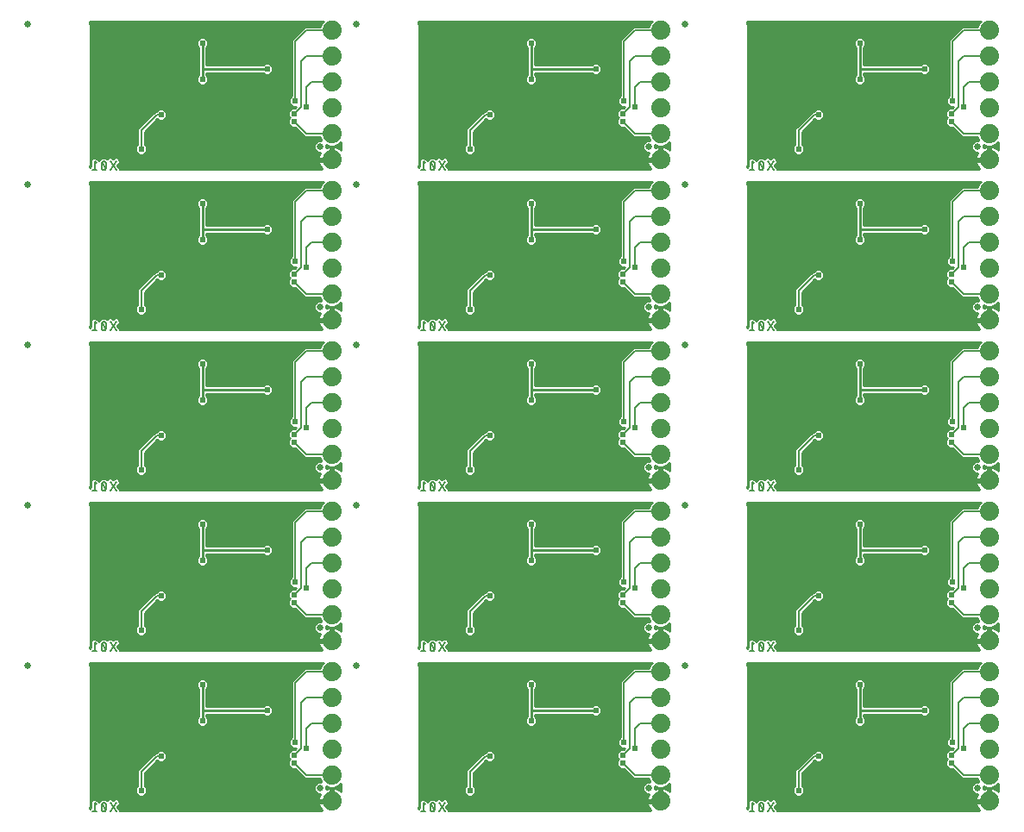
<source format=gbl>
G75*
%MOIN*%
%OFA0B0*%
%FSLAX25Y25*%
%IPPOS*%
%LPD*%
%AMOC8*
5,1,8,0,0,1.08239X$1,22.5*
%
%ADD10C,0.00600*%
%ADD11C,0.07400*%
%ADD12C,0.02500*%
%ADD13C,0.02400*%
%ADD14C,0.01000*%
D10*
X0056172Y0029800D02*
X0058061Y0029800D01*
X0057117Y0029800D02*
X0057117Y0033200D01*
X0058061Y0032444D01*
X0061661Y0031500D02*
X0061659Y0031402D01*
X0061654Y0031305D01*
X0061646Y0031207D01*
X0061634Y0031110D01*
X0061618Y0031014D01*
X0061600Y0030918D01*
X0061578Y0030822D01*
X0061553Y0030728D01*
X0061524Y0030634D01*
X0061492Y0030542D01*
X0061457Y0030451D01*
X0061419Y0030361D01*
X0061378Y0030272D01*
X0061472Y0030556D02*
X0059961Y0032444D01*
X0060056Y0032728D02*
X0060074Y0032775D01*
X0060096Y0032821D01*
X0060121Y0032866D01*
X0060149Y0032908D01*
X0060180Y0032949D01*
X0060214Y0032987D01*
X0060251Y0033022D01*
X0060290Y0033055D01*
X0060332Y0033084D01*
X0060375Y0033111D01*
X0060421Y0033134D01*
X0060468Y0033154D01*
X0060516Y0033170D01*
X0060565Y0033183D01*
X0060615Y0033193D01*
X0060666Y0033198D01*
X0060717Y0033200D01*
X0060768Y0033198D01*
X0060819Y0033193D01*
X0060869Y0033183D01*
X0060918Y0033170D01*
X0060966Y0033154D01*
X0061013Y0033134D01*
X0061059Y0033111D01*
X0061102Y0033084D01*
X0061144Y0033055D01*
X0061183Y0033022D01*
X0061220Y0032987D01*
X0061254Y0032949D01*
X0061285Y0032908D01*
X0061313Y0032866D01*
X0061338Y0032821D01*
X0061360Y0032775D01*
X0061378Y0032728D01*
X0060055Y0032728D02*
X0060014Y0032639D01*
X0059976Y0032549D01*
X0059941Y0032458D01*
X0059909Y0032366D01*
X0059880Y0032272D01*
X0059855Y0032178D01*
X0059833Y0032082D01*
X0059815Y0031986D01*
X0059799Y0031890D01*
X0059787Y0031793D01*
X0059779Y0031695D01*
X0059774Y0031598D01*
X0059772Y0031500D01*
X0061661Y0031500D02*
X0061659Y0031598D01*
X0061654Y0031695D01*
X0061646Y0031793D01*
X0061634Y0031890D01*
X0061618Y0031986D01*
X0061600Y0032082D01*
X0061578Y0032178D01*
X0061553Y0032272D01*
X0061524Y0032366D01*
X0061492Y0032458D01*
X0061457Y0032549D01*
X0061419Y0032639D01*
X0061378Y0032728D01*
X0059772Y0031500D02*
X0059774Y0031402D01*
X0059779Y0031305D01*
X0059787Y0031207D01*
X0059799Y0031110D01*
X0059815Y0031014D01*
X0059833Y0030918D01*
X0059855Y0030822D01*
X0059880Y0030728D01*
X0059909Y0030634D01*
X0059941Y0030542D01*
X0059976Y0030451D01*
X0060014Y0030361D01*
X0060055Y0030272D01*
X0060717Y0029800D02*
X0060768Y0029802D01*
X0060819Y0029807D01*
X0060869Y0029817D01*
X0060918Y0029830D01*
X0060966Y0029846D01*
X0061013Y0029866D01*
X0061059Y0029889D01*
X0061102Y0029916D01*
X0061144Y0029945D01*
X0061183Y0029978D01*
X0061220Y0030013D01*
X0061254Y0030051D01*
X0061285Y0030092D01*
X0061313Y0030134D01*
X0061338Y0030179D01*
X0061360Y0030225D01*
X0061378Y0030272D01*
X0060717Y0029800D02*
X0060666Y0029802D01*
X0060615Y0029807D01*
X0060565Y0029817D01*
X0060516Y0029830D01*
X0060468Y0029846D01*
X0060421Y0029866D01*
X0060375Y0029889D01*
X0060332Y0029916D01*
X0060290Y0029945D01*
X0060251Y0029978D01*
X0060214Y0030013D01*
X0060180Y0030051D01*
X0060149Y0030092D01*
X0060121Y0030134D01*
X0060096Y0030179D01*
X0060074Y0030225D01*
X0060056Y0030272D01*
X0063183Y0029800D02*
X0065450Y0033200D01*
X0063183Y0033200D02*
X0065450Y0029800D01*
X0075108Y0037892D02*
X0075108Y0045108D01*
X0081250Y0051250D01*
X0082750Y0051250D01*
X0065450Y0091800D02*
X0063183Y0095200D01*
X0059772Y0093500D02*
X0059774Y0093402D01*
X0059779Y0093305D01*
X0059787Y0093207D01*
X0059799Y0093110D01*
X0059815Y0093014D01*
X0059833Y0092918D01*
X0059855Y0092822D01*
X0059880Y0092728D01*
X0059909Y0092634D01*
X0059941Y0092542D01*
X0059976Y0092451D01*
X0060014Y0092361D01*
X0060055Y0092272D01*
X0060717Y0091800D02*
X0060768Y0091802D01*
X0060819Y0091807D01*
X0060869Y0091817D01*
X0060918Y0091830D01*
X0060966Y0091846D01*
X0061013Y0091866D01*
X0061059Y0091889D01*
X0061102Y0091916D01*
X0061144Y0091945D01*
X0061183Y0091978D01*
X0061220Y0092013D01*
X0061254Y0092051D01*
X0061285Y0092092D01*
X0061313Y0092134D01*
X0061338Y0092179D01*
X0061360Y0092225D01*
X0061378Y0092272D01*
X0061472Y0092556D02*
X0059961Y0094444D01*
X0060056Y0094728D02*
X0060074Y0094775D01*
X0060096Y0094821D01*
X0060121Y0094866D01*
X0060149Y0094908D01*
X0060180Y0094949D01*
X0060214Y0094987D01*
X0060251Y0095022D01*
X0060290Y0095055D01*
X0060332Y0095084D01*
X0060375Y0095111D01*
X0060421Y0095134D01*
X0060468Y0095154D01*
X0060516Y0095170D01*
X0060565Y0095183D01*
X0060615Y0095193D01*
X0060666Y0095198D01*
X0060717Y0095200D01*
X0060768Y0095198D01*
X0060819Y0095193D01*
X0060869Y0095183D01*
X0060918Y0095170D01*
X0060966Y0095154D01*
X0061013Y0095134D01*
X0061059Y0095111D01*
X0061102Y0095084D01*
X0061144Y0095055D01*
X0061183Y0095022D01*
X0061220Y0094987D01*
X0061254Y0094949D01*
X0061285Y0094908D01*
X0061313Y0094866D01*
X0061338Y0094821D01*
X0061360Y0094775D01*
X0061378Y0094728D01*
X0060055Y0094728D02*
X0060014Y0094639D01*
X0059976Y0094549D01*
X0059941Y0094458D01*
X0059909Y0094366D01*
X0059880Y0094272D01*
X0059855Y0094178D01*
X0059833Y0094082D01*
X0059815Y0093986D01*
X0059799Y0093890D01*
X0059787Y0093793D01*
X0059779Y0093695D01*
X0059774Y0093598D01*
X0059772Y0093500D01*
X0061661Y0093500D02*
X0061659Y0093598D01*
X0061654Y0093695D01*
X0061646Y0093793D01*
X0061634Y0093890D01*
X0061618Y0093986D01*
X0061600Y0094082D01*
X0061578Y0094178D01*
X0061553Y0094272D01*
X0061524Y0094366D01*
X0061492Y0094458D01*
X0061457Y0094549D01*
X0061419Y0094639D01*
X0061378Y0094728D01*
X0060056Y0092272D02*
X0060074Y0092225D01*
X0060096Y0092179D01*
X0060121Y0092134D01*
X0060149Y0092092D01*
X0060180Y0092051D01*
X0060214Y0092013D01*
X0060251Y0091978D01*
X0060290Y0091945D01*
X0060332Y0091916D01*
X0060375Y0091889D01*
X0060421Y0091866D01*
X0060468Y0091846D01*
X0060516Y0091830D01*
X0060565Y0091817D01*
X0060615Y0091807D01*
X0060666Y0091802D01*
X0060717Y0091800D01*
X0063183Y0091800D02*
X0065450Y0095200D01*
X0061661Y0093500D02*
X0061659Y0093402D01*
X0061654Y0093305D01*
X0061646Y0093207D01*
X0061634Y0093110D01*
X0061618Y0093014D01*
X0061600Y0092918D01*
X0061578Y0092822D01*
X0061553Y0092728D01*
X0061524Y0092634D01*
X0061492Y0092542D01*
X0061457Y0092451D01*
X0061419Y0092361D01*
X0061378Y0092272D01*
X0058061Y0091800D02*
X0056172Y0091800D01*
X0057117Y0091800D02*
X0057117Y0095200D01*
X0058061Y0094444D01*
X0075108Y0099892D02*
X0075108Y0107108D01*
X0081250Y0113250D01*
X0082750Y0113250D01*
X0065450Y0153800D02*
X0063183Y0157200D01*
X0059772Y0155500D02*
X0059774Y0155402D01*
X0059779Y0155305D01*
X0059787Y0155207D01*
X0059799Y0155110D01*
X0059815Y0155014D01*
X0059833Y0154918D01*
X0059855Y0154822D01*
X0059880Y0154728D01*
X0059909Y0154634D01*
X0059941Y0154542D01*
X0059976Y0154451D01*
X0060014Y0154361D01*
X0060055Y0154272D01*
X0060717Y0153800D02*
X0060768Y0153802D01*
X0060819Y0153807D01*
X0060869Y0153817D01*
X0060918Y0153830D01*
X0060966Y0153846D01*
X0061013Y0153866D01*
X0061059Y0153889D01*
X0061102Y0153916D01*
X0061144Y0153945D01*
X0061183Y0153978D01*
X0061220Y0154013D01*
X0061254Y0154051D01*
X0061285Y0154092D01*
X0061313Y0154134D01*
X0061338Y0154179D01*
X0061360Y0154225D01*
X0061378Y0154272D01*
X0061472Y0154556D02*
X0059961Y0156444D01*
X0060056Y0156728D02*
X0060074Y0156775D01*
X0060096Y0156821D01*
X0060121Y0156866D01*
X0060149Y0156908D01*
X0060180Y0156949D01*
X0060214Y0156987D01*
X0060251Y0157022D01*
X0060290Y0157055D01*
X0060332Y0157084D01*
X0060375Y0157111D01*
X0060421Y0157134D01*
X0060468Y0157154D01*
X0060516Y0157170D01*
X0060565Y0157183D01*
X0060615Y0157193D01*
X0060666Y0157198D01*
X0060717Y0157200D01*
X0060768Y0157198D01*
X0060819Y0157193D01*
X0060869Y0157183D01*
X0060918Y0157170D01*
X0060966Y0157154D01*
X0061013Y0157134D01*
X0061059Y0157111D01*
X0061102Y0157084D01*
X0061144Y0157055D01*
X0061183Y0157022D01*
X0061220Y0156987D01*
X0061254Y0156949D01*
X0061285Y0156908D01*
X0061313Y0156866D01*
X0061338Y0156821D01*
X0061360Y0156775D01*
X0061378Y0156728D01*
X0060055Y0156728D02*
X0060014Y0156639D01*
X0059976Y0156549D01*
X0059941Y0156458D01*
X0059909Y0156366D01*
X0059880Y0156272D01*
X0059855Y0156178D01*
X0059833Y0156082D01*
X0059815Y0155986D01*
X0059799Y0155890D01*
X0059787Y0155793D01*
X0059779Y0155695D01*
X0059774Y0155598D01*
X0059772Y0155500D01*
X0061661Y0155500D02*
X0061659Y0155598D01*
X0061654Y0155695D01*
X0061646Y0155793D01*
X0061634Y0155890D01*
X0061618Y0155986D01*
X0061600Y0156082D01*
X0061578Y0156178D01*
X0061553Y0156272D01*
X0061524Y0156366D01*
X0061492Y0156458D01*
X0061457Y0156549D01*
X0061419Y0156639D01*
X0061378Y0156728D01*
X0060056Y0154272D02*
X0060074Y0154225D01*
X0060096Y0154179D01*
X0060121Y0154134D01*
X0060149Y0154092D01*
X0060180Y0154051D01*
X0060214Y0154013D01*
X0060251Y0153978D01*
X0060290Y0153945D01*
X0060332Y0153916D01*
X0060375Y0153889D01*
X0060421Y0153866D01*
X0060468Y0153846D01*
X0060516Y0153830D01*
X0060565Y0153817D01*
X0060615Y0153807D01*
X0060666Y0153802D01*
X0060717Y0153800D01*
X0063183Y0153800D02*
X0065450Y0157200D01*
X0061661Y0155500D02*
X0061659Y0155402D01*
X0061654Y0155305D01*
X0061646Y0155207D01*
X0061634Y0155110D01*
X0061618Y0155014D01*
X0061600Y0154918D01*
X0061578Y0154822D01*
X0061553Y0154728D01*
X0061524Y0154634D01*
X0061492Y0154542D01*
X0061457Y0154451D01*
X0061419Y0154361D01*
X0061378Y0154272D01*
X0058061Y0153800D02*
X0056172Y0153800D01*
X0057117Y0153800D02*
X0057117Y0157200D01*
X0058061Y0156444D01*
X0075108Y0161892D02*
X0075108Y0169108D01*
X0081250Y0175250D01*
X0082750Y0175250D01*
X0065450Y0215800D02*
X0063183Y0219200D01*
X0059772Y0217500D02*
X0059774Y0217402D01*
X0059779Y0217305D01*
X0059787Y0217207D01*
X0059799Y0217110D01*
X0059815Y0217014D01*
X0059833Y0216918D01*
X0059855Y0216822D01*
X0059880Y0216728D01*
X0059909Y0216634D01*
X0059941Y0216542D01*
X0059976Y0216451D01*
X0060014Y0216361D01*
X0060055Y0216272D01*
X0060717Y0215800D02*
X0060768Y0215802D01*
X0060819Y0215807D01*
X0060869Y0215817D01*
X0060918Y0215830D01*
X0060966Y0215846D01*
X0061013Y0215866D01*
X0061059Y0215889D01*
X0061102Y0215916D01*
X0061144Y0215945D01*
X0061183Y0215978D01*
X0061220Y0216013D01*
X0061254Y0216051D01*
X0061285Y0216092D01*
X0061313Y0216134D01*
X0061338Y0216179D01*
X0061360Y0216225D01*
X0061378Y0216272D01*
X0061472Y0216556D02*
X0059961Y0218444D01*
X0060056Y0218728D02*
X0060074Y0218775D01*
X0060096Y0218821D01*
X0060121Y0218866D01*
X0060149Y0218908D01*
X0060180Y0218949D01*
X0060214Y0218987D01*
X0060251Y0219022D01*
X0060290Y0219055D01*
X0060332Y0219084D01*
X0060375Y0219111D01*
X0060421Y0219134D01*
X0060468Y0219154D01*
X0060516Y0219170D01*
X0060565Y0219183D01*
X0060615Y0219193D01*
X0060666Y0219198D01*
X0060717Y0219200D01*
X0060768Y0219198D01*
X0060819Y0219193D01*
X0060869Y0219183D01*
X0060918Y0219170D01*
X0060966Y0219154D01*
X0061013Y0219134D01*
X0061059Y0219111D01*
X0061102Y0219084D01*
X0061144Y0219055D01*
X0061183Y0219022D01*
X0061220Y0218987D01*
X0061254Y0218949D01*
X0061285Y0218908D01*
X0061313Y0218866D01*
X0061338Y0218821D01*
X0061360Y0218775D01*
X0061378Y0218728D01*
X0060055Y0218728D02*
X0060014Y0218639D01*
X0059976Y0218549D01*
X0059941Y0218458D01*
X0059909Y0218366D01*
X0059880Y0218272D01*
X0059855Y0218178D01*
X0059833Y0218082D01*
X0059815Y0217986D01*
X0059799Y0217890D01*
X0059787Y0217793D01*
X0059779Y0217695D01*
X0059774Y0217598D01*
X0059772Y0217500D01*
X0061661Y0217500D02*
X0061659Y0217598D01*
X0061654Y0217695D01*
X0061646Y0217793D01*
X0061634Y0217890D01*
X0061618Y0217986D01*
X0061600Y0218082D01*
X0061578Y0218178D01*
X0061553Y0218272D01*
X0061524Y0218366D01*
X0061492Y0218458D01*
X0061457Y0218549D01*
X0061419Y0218639D01*
X0061378Y0218728D01*
X0060056Y0216272D02*
X0060074Y0216225D01*
X0060096Y0216179D01*
X0060121Y0216134D01*
X0060149Y0216092D01*
X0060180Y0216051D01*
X0060214Y0216013D01*
X0060251Y0215978D01*
X0060290Y0215945D01*
X0060332Y0215916D01*
X0060375Y0215889D01*
X0060421Y0215866D01*
X0060468Y0215846D01*
X0060516Y0215830D01*
X0060565Y0215817D01*
X0060615Y0215807D01*
X0060666Y0215802D01*
X0060717Y0215800D01*
X0063183Y0215800D02*
X0065450Y0219200D01*
X0061661Y0217500D02*
X0061659Y0217402D01*
X0061654Y0217305D01*
X0061646Y0217207D01*
X0061634Y0217110D01*
X0061618Y0217014D01*
X0061600Y0216918D01*
X0061578Y0216822D01*
X0061553Y0216728D01*
X0061524Y0216634D01*
X0061492Y0216542D01*
X0061457Y0216451D01*
X0061419Y0216361D01*
X0061378Y0216272D01*
X0058061Y0215800D02*
X0056172Y0215800D01*
X0057117Y0215800D02*
X0057117Y0219200D01*
X0058061Y0218444D01*
X0075108Y0223892D02*
X0075108Y0231108D01*
X0081250Y0237250D01*
X0082750Y0237250D01*
X0065450Y0277800D02*
X0063183Y0281200D01*
X0059772Y0279500D02*
X0059774Y0279402D01*
X0059779Y0279305D01*
X0059787Y0279207D01*
X0059799Y0279110D01*
X0059815Y0279014D01*
X0059833Y0278918D01*
X0059855Y0278822D01*
X0059880Y0278728D01*
X0059909Y0278634D01*
X0059941Y0278542D01*
X0059976Y0278451D01*
X0060014Y0278361D01*
X0060055Y0278272D01*
X0060717Y0277800D02*
X0060768Y0277802D01*
X0060819Y0277807D01*
X0060869Y0277817D01*
X0060918Y0277830D01*
X0060966Y0277846D01*
X0061013Y0277866D01*
X0061059Y0277889D01*
X0061102Y0277916D01*
X0061144Y0277945D01*
X0061183Y0277978D01*
X0061220Y0278013D01*
X0061254Y0278051D01*
X0061285Y0278092D01*
X0061313Y0278134D01*
X0061338Y0278179D01*
X0061360Y0278225D01*
X0061378Y0278272D01*
X0061472Y0278556D02*
X0059961Y0280444D01*
X0060056Y0280728D02*
X0060074Y0280775D01*
X0060096Y0280821D01*
X0060121Y0280866D01*
X0060149Y0280908D01*
X0060180Y0280949D01*
X0060214Y0280987D01*
X0060251Y0281022D01*
X0060290Y0281055D01*
X0060332Y0281084D01*
X0060375Y0281111D01*
X0060421Y0281134D01*
X0060468Y0281154D01*
X0060516Y0281170D01*
X0060565Y0281183D01*
X0060615Y0281193D01*
X0060666Y0281198D01*
X0060717Y0281200D01*
X0060768Y0281198D01*
X0060819Y0281193D01*
X0060869Y0281183D01*
X0060918Y0281170D01*
X0060966Y0281154D01*
X0061013Y0281134D01*
X0061059Y0281111D01*
X0061102Y0281084D01*
X0061144Y0281055D01*
X0061183Y0281022D01*
X0061220Y0280987D01*
X0061254Y0280949D01*
X0061285Y0280908D01*
X0061313Y0280866D01*
X0061338Y0280821D01*
X0061360Y0280775D01*
X0061378Y0280728D01*
X0060055Y0280728D02*
X0060014Y0280639D01*
X0059976Y0280549D01*
X0059941Y0280458D01*
X0059909Y0280366D01*
X0059880Y0280272D01*
X0059855Y0280178D01*
X0059833Y0280082D01*
X0059815Y0279986D01*
X0059799Y0279890D01*
X0059787Y0279793D01*
X0059779Y0279695D01*
X0059774Y0279598D01*
X0059772Y0279500D01*
X0061661Y0279500D02*
X0061659Y0279598D01*
X0061654Y0279695D01*
X0061646Y0279793D01*
X0061634Y0279890D01*
X0061618Y0279986D01*
X0061600Y0280082D01*
X0061578Y0280178D01*
X0061553Y0280272D01*
X0061524Y0280366D01*
X0061492Y0280458D01*
X0061457Y0280549D01*
X0061419Y0280639D01*
X0061378Y0280728D01*
X0060056Y0278272D02*
X0060074Y0278225D01*
X0060096Y0278179D01*
X0060121Y0278134D01*
X0060149Y0278092D01*
X0060180Y0278051D01*
X0060214Y0278013D01*
X0060251Y0277978D01*
X0060290Y0277945D01*
X0060332Y0277916D01*
X0060375Y0277889D01*
X0060421Y0277866D01*
X0060468Y0277846D01*
X0060516Y0277830D01*
X0060565Y0277817D01*
X0060615Y0277807D01*
X0060666Y0277802D01*
X0060717Y0277800D01*
X0063183Y0277800D02*
X0065450Y0281200D01*
X0061661Y0279500D02*
X0061659Y0279402D01*
X0061654Y0279305D01*
X0061646Y0279207D01*
X0061634Y0279110D01*
X0061618Y0279014D01*
X0061600Y0278918D01*
X0061578Y0278822D01*
X0061553Y0278728D01*
X0061524Y0278634D01*
X0061492Y0278542D01*
X0061457Y0278451D01*
X0061419Y0278361D01*
X0061378Y0278272D01*
X0058061Y0277800D02*
X0056172Y0277800D01*
X0057117Y0277800D02*
X0057117Y0281200D01*
X0058061Y0280444D01*
X0075108Y0285892D02*
X0075108Y0293108D01*
X0081250Y0299250D01*
X0082750Y0299250D01*
X0134250Y0299609D02*
X0136750Y0302109D01*
X0136750Y0319750D01*
X0138750Y0321750D01*
X0148750Y0321750D01*
X0148750Y0331750D02*
X0138750Y0331750D01*
X0134500Y0327500D01*
X0134500Y0304527D01*
X0138999Y0302126D02*
X0138999Y0309874D01*
X0140875Y0311750D01*
X0148750Y0311750D01*
X0134250Y0296409D02*
X0138909Y0291750D01*
X0148750Y0291750D01*
X0148750Y0269750D02*
X0138750Y0269750D01*
X0134500Y0265500D01*
X0134500Y0242527D01*
X0136750Y0240109D02*
X0136750Y0257750D01*
X0138750Y0259750D01*
X0148750Y0259750D01*
X0148750Y0249750D02*
X0140875Y0249750D01*
X0138999Y0247874D01*
X0138999Y0240126D01*
X0136750Y0240109D02*
X0134250Y0237609D01*
X0134250Y0234409D02*
X0138909Y0229750D01*
X0148750Y0229750D01*
X0148750Y0207750D02*
X0138750Y0207750D01*
X0134500Y0203500D01*
X0134500Y0180527D01*
X0136750Y0178109D02*
X0136750Y0195750D01*
X0138750Y0197750D01*
X0148750Y0197750D01*
X0148750Y0187750D02*
X0140875Y0187750D01*
X0138999Y0185874D01*
X0138999Y0178126D01*
X0136750Y0178109D02*
X0134250Y0175609D01*
X0134250Y0172409D02*
X0138909Y0167750D01*
X0148750Y0167750D01*
X0148750Y0145750D02*
X0138750Y0145750D01*
X0134500Y0141500D01*
X0134500Y0118527D01*
X0136750Y0116109D02*
X0136750Y0133750D01*
X0138750Y0135750D01*
X0148750Y0135750D01*
X0148750Y0125750D02*
X0140875Y0125750D01*
X0138999Y0123874D01*
X0138999Y0116126D01*
X0136750Y0116109D02*
X0134250Y0113609D01*
X0134250Y0110409D02*
X0138909Y0105750D01*
X0148750Y0105750D01*
X0148750Y0083750D02*
X0138750Y0083750D01*
X0134500Y0079500D01*
X0134500Y0056527D01*
X0136750Y0054109D02*
X0136750Y0071750D01*
X0138750Y0073750D01*
X0148750Y0073750D01*
X0148750Y0063750D02*
X0140875Y0063750D01*
X0138999Y0061874D01*
X0138999Y0054126D01*
X0136750Y0054109D02*
X0134250Y0051609D01*
X0134250Y0048409D02*
X0138909Y0043750D01*
X0148750Y0043750D01*
X0183172Y0029800D02*
X0185061Y0029800D01*
X0184117Y0029800D02*
X0184117Y0033200D01*
X0185061Y0032444D01*
X0188661Y0031500D02*
X0188659Y0031402D01*
X0188654Y0031305D01*
X0188646Y0031207D01*
X0188634Y0031110D01*
X0188618Y0031014D01*
X0188600Y0030918D01*
X0188578Y0030822D01*
X0188553Y0030728D01*
X0188524Y0030634D01*
X0188492Y0030542D01*
X0188457Y0030451D01*
X0188419Y0030361D01*
X0188378Y0030272D01*
X0188472Y0030556D02*
X0186961Y0032444D01*
X0187056Y0032728D02*
X0187074Y0032775D01*
X0187096Y0032821D01*
X0187121Y0032866D01*
X0187149Y0032908D01*
X0187180Y0032949D01*
X0187214Y0032987D01*
X0187251Y0033022D01*
X0187290Y0033055D01*
X0187332Y0033084D01*
X0187375Y0033111D01*
X0187421Y0033134D01*
X0187468Y0033154D01*
X0187516Y0033170D01*
X0187565Y0033183D01*
X0187615Y0033193D01*
X0187666Y0033198D01*
X0187717Y0033200D01*
X0187768Y0033198D01*
X0187819Y0033193D01*
X0187869Y0033183D01*
X0187918Y0033170D01*
X0187966Y0033154D01*
X0188013Y0033134D01*
X0188059Y0033111D01*
X0188102Y0033084D01*
X0188144Y0033055D01*
X0188183Y0033022D01*
X0188220Y0032987D01*
X0188254Y0032949D01*
X0188285Y0032908D01*
X0188313Y0032866D01*
X0188338Y0032821D01*
X0188360Y0032775D01*
X0188378Y0032728D01*
X0187055Y0032728D02*
X0187014Y0032639D01*
X0186976Y0032549D01*
X0186941Y0032458D01*
X0186909Y0032366D01*
X0186880Y0032272D01*
X0186855Y0032178D01*
X0186833Y0032082D01*
X0186815Y0031986D01*
X0186799Y0031890D01*
X0186787Y0031793D01*
X0186779Y0031695D01*
X0186774Y0031598D01*
X0186772Y0031500D01*
X0188661Y0031500D02*
X0188659Y0031598D01*
X0188654Y0031695D01*
X0188646Y0031793D01*
X0188634Y0031890D01*
X0188618Y0031986D01*
X0188600Y0032082D01*
X0188578Y0032178D01*
X0188553Y0032272D01*
X0188524Y0032366D01*
X0188492Y0032458D01*
X0188457Y0032549D01*
X0188419Y0032639D01*
X0188378Y0032728D01*
X0186772Y0031500D02*
X0186774Y0031402D01*
X0186779Y0031305D01*
X0186787Y0031207D01*
X0186799Y0031110D01*
X0186815Y0031014D01*
X0186833Y0030918D01*
X0186855Y0030822D01*
X0186880Y0030728D01*
X0186909Y0030634D01*
X0186941Y0030542D01*
X0186976Y0030451D01*
X0187014Y0030361D01*
X0187055Y0030272D01*
X0187717Y0029800D02*
X0187768Y0029802D01*
X0187819Y0029807D01*
X0187869Y0029817D01*
X0187918Y0029830D01*
X0187966Y0029846D01*
X0188013Y0029866D01*
X0188059Y0029889D01*
X0188102Y0029916D01*
X0188144Y0029945D01*
X0188183Y0029978D01*
X0188220Y0030013D01*
X0188254Y0030051D01*
X0188285Y0030092D01*
X0188313Y0030134D01*
X0188338Y0030179D01*
X0188360Y0030225D01*
X0188378Y0030272D01*
X0187717Y0029800D02*
X0187666Y0029802D01*
X0187615Y0029807D01*
X0187565Y0029817D01*
X0187516Y0029830D01*
X0187468Y0029846D01*
X0187421Y0029866D01*
X0187375Y0029889D01*
X0187332Y0029916D01*
X0187290Y0029945D01*
X0187251Y0029978D01*
X0187214Y0030013D01*
X0187180Y0030051D01*
X0187149Y0030092D01*
X0187121Y0030134D01*
X0187096Y0030179D01*
X0187074Y0030225D01*
X0187056Y0030272D01*
X0190183Y0029800D02*
X0192450Y0033200D01*
X0190183Y0033200D02*
X0192450Y0029800D01*
X0202108Y0037892D02*
X0202108Y0045108D01*
X0208250Y0051250D01*
X0209750Y0051250D01*
X0192450Y0091800D02*
X0190183Y0095200D01*
X0186772Y0093500D02*
X0186774Y0093402D01*
X0186779Y0093305D01*
X0186787Y0093207D01*
X0186799Y0093110D01*
X0186815Y0093014D01*
X0186833Y0092918D01*
X0186855Y0092822D01*
X0186880Y0092728D01*
X0186909Y0092634D01*
X0186941Y0092542D01*
X0186976Y0092451D01*
X0187014Y0092361D01*
X0187055Y0092272D01*
X0187717Y0091800D02*
X0187768Y0091802D01*
X0187819Y0091807D01*
X0187869Y0091817D01*
X0187918Y0091830D01*
X0187966Y0091846D01*
X0188013Y0091866D01*
X0188059Y0091889D01*
X0188102Y0091916D01*
X0188144Y0091945D01*
X0188183Y0091978D01*
X0188220Y0092013D01*
X0188254Y0092051D01*
X0188285Y0092092D01*
X0188313Y0092134D01*
X0188338Y0092179D01*
X0188360Y0092225D01*
X0188378Y0092272D01*
X0188472Y0092556D02*
X0186961Y0094444D01*
X0187056Y0094728D02*
X0187074Y0094775D01*
X0187096Y0094821D01*
X0187121Y0094866D01*
X0187149Y0094908D01*
X0187180Y0094949D01*
X0187214Y0094987D01*
X0187251Y0095022D01*
X0187290Y0095055D01*
X0187332Y0095084D01*
X0187375Y0095111D01*
X0187421Y0095134D01*
X0187468Y0095154D01*
X0187516Y0095170D01*
X0187565Y0095183D01*
X0187615Y0095193D01*
X0187666Y0095198D01*
X0187717Y0095200D01*
X0187768Y0095198D01*
X0187819Y0095193D01*
X0187869Y0095183D01*
X0187918Y0095170D01*
X0187966Y0095154D01*
X0188013Y0095134D01*
X0188059Y0095111D01*
X0188102Y0095084D01*
X0188144Y0095055D01*
X0188183Y0095022D01*
X0188220Y0094987D01*
X0188254Y0094949D01*
X0188285Y0094908D01*
X0188313Y0094866D01*
X0188338Y0094821D01*
X0188360Y0094775D01*
X0188378Y0094728D01*
X0187055Y0094728D02*
X0187014Y0094639D01*
X0186976Y0094549D01*
X0186941Y0094458D01*
X0186909Y0094366D01*
X0186880Y0094272D01*
X0186855Y0094178D01*
X0186833Y0094082D01*
X0186815Y0093986D01*
X0186799Y0093890D01*
X0186787Y0093793D01*
X0186779Y0093695D01*
X0186774Y0093598D01*
X0186772Y0093500D01*
X0188661Y0093500D02*
X0188659Y0093598D01*
X0188654Y0093695D01*
X0188646Y0093793D01*
X0188634Y0093890D01*
X0188618Y0093986D01*
X0188600Y0094082D01*
X0188578Y0094178D01*
X0188553Y0094272D01*
X0188524Y0094366D01*
X0188492Y0094458D01*
X0188457Y0094549D01*
X0188419Y0094639D01*
X0188378Y0094728D01*
X0187056Y0092272D02*
X0187074Y0092225D01*
X0187096Y0092179D01*
X0187121Y0092134D01*
X0187149Y0092092D01*
X0187180Y0092051D01*
X0187214Y0092013D01*
X0187251Y0091978D01*
X0187290Y0091945D01*
X0187332Y0091916D01*
X0187375Y0091889D01*
X0187421Y0091866D01*
X0187468Y0091846D01*
X0187516Y0091830D01*
X0187565Y0091817D01*
X0187615Y0091807D01*
X0187666Y0091802D01*
X0187717Y0091800D01*
X0190183Y0091800D02*
X0192450Y0095200D01*
X0188661Y0093500D02*
X0188659Y0093402D01*
X0188654Y0093305D01*
X0188646Y0093207D01*
X0188634Y0093110D01*
X0188618Y0093014D01*
X0188600Y0092918D01*
X0188578Y0092822D01*
X0188553Y0092728D01*
X0188524Y0092634D01*
X0188492Y0092542D01*
X0188457Y0092451D01*
X0188419Y0092361D01*
X0188378Y0092272D01*
X0185061Y0091800D02*
X0183172Y0091800D01*
X0184117Y0091800D02*
X0184117Y0095200D01*
X0185061Y0094444D01*
X0202108Y0099892D02*
X0202108Y0107108D01*
X0208250Y0113250D01*
X0209750Y0113250D01*
X0192450Y0153800D02*
X0190183Y0157200D01*
X0186772Y0155500D02*
X0186774Y0155402D01*
X0186779Y0155305D01*
X0186787Y0155207D01*
X0186799Y0155110D01*
X0186815Y0155014D01*
X0186833Y0154918D01*
X0186855Y0154822D01*
X0186880Y0154728D01*
X0186909Y0154634D01*
X0186941Y0154542D01*
X0186976Y0154451D01*
X0187014Y0154361D01*
X0187055Y0154272D01*
X0187717Y0153800D02*
X0187768Y0153802D01*
X0187819Y0153807D01*
X0187869Y0153817D01*
X0187918Y0153830D01*
X0187966Y0153846D01*
X0188013Y0153866D01*
X0188059Y0153889D01*
X0188102Y0153916D01*
X0188144Y0153945D01*
X0188183Y0153978D01*
X0188220Y0154013D01*
X0188254Y0154051D01*
X0188285Y0154092D01*
X0188313Y0154134D01*
X0188338Y0154179D01*
X0188360Y0154225D01*
X0188378Y0154272D01*
X0188472Y0154556D02*
X0186961Y0156444D01*
X0187056Y0156728D02*
X0187074Y0156775D01*
X0187096Y0156821D01*
X0187121Y0156866D01*
X0187149Y0156908D01*
X0187180Y0156949D01*
X0187214Y0156987D01*
X0187251Y0157022D01*
X0187290Y0157055D01*
X0187332Y0157084D01*
X0187375Y0157111D01*
X0187421Y0157134D01*
X0187468Y0157154D01*
X0187516Y0157170D01*
X0187565Y0157183D01*
X0187615Y0157193D01*
X0187666Y0157198D01*
X0187717Y0157200D01*
X0187768Y0157198D01*
X0187819Y0157193D01*
X0187869Y0157183D01*
X0187918Y0157170D01*
X0187966Y0157154D01*
X0188013Y0157134D01*
X0188059Y0157111D01*
X0188102Y0157084D01*
X0188144Y0157055D01*
X0188183Y0157022D01*
X0188220Y0156987D01*
X0188254Y0156949D01*
X0188285Y0156908D01*
X0188313Y0156866D01*
X0188338Y0156821D01*
X0188360Y0156775D01*
X0188378Y0156728D01*
X0187055Y0156728D02*
X0187014Y0156639D01*
X0186976Y0156549D01*
X0186941Y0156458D01*
X0186909Y0156366D01*
X0186880Y0156272D01*
X0186855Y0156178D01*
X0186833Y0156082D01*
X0186815Y0155986D01*
X0186799Y0155890D01*
X0186787Y0155793D01*
X0186779Y0155695D01*
X0186774Y0155598D01*
X0186772Y0155500D01*
X0188661Y0155500D02*
X0188659Y0155598D01*
X0188654Y0155695D01*
X0188646Y0155793D01*
X0188634Y0155890D01*
X0188618Y0155986D01*
X0188600Y0156082D01*
X0188578Y0156178D01*
X0188553Y0156272D01*
X0188524Y0156366D01*
X0188492Y0156458D01*
X0188457Y0156549D01*
X0188419Y0156639D01*
X0188378Y0156728D01*
X0187056Y0154272D02*
X0187074Y0154225D01*
X0187096Y0154179D01*
X0187121Y0154134D01*
X0187149Y0154092D01*
X0187180Y0154051D01*
X0187214Y0154013D01*
X0187251Y0153978D01*
X0187290Y0153945D01*
X0187332Y0153916D01*
X0187375Y0153889D01*
X0187421Y0153866D01*
X0187468Y0153846D01*
X0187516Y0153830D01*
X0187565Y0153817D01*
X0187615Y0153807D01*
X0187666Y0153802D01*
X0187717Y0153800D01*
X0190183Y0153800D02*
X0192450Y0157200D01*
X0188661Y0155500D02*
X0188659Y0155402D01*
X0188654Y0155305D01*
X0188646Y0155207D01*
X0188634Y0155110D01*
X0188618Y0155014D01*
X0188600Y0154918D01*
X0188578Y0154822D01*
X0188553Y0154728D01*
X0188524Y0154634D01*
X0188492Y0154542D01*
X0188457Y0154451D01*
X0188419Y0154361D01*
X0188378Y0154272D01*
X0185061Y0153800D02*
X0183172Y0153800D01*
X0184117Y0153800D02*
X0184117Y0157200D01*
X0185061Y0156444D01*
X0202108Y0161892D02*
X0202108Y0169108D01*
X0208250Y0175250D01*
X0209750Y0175250D01*
X0192450Y0215800D02*
X0190183Y0219200D01*
X0186772Y0217500D02*
X0186774Y0217402D01*
X0186779Y0217305D01*
X0186787Y0217207D01*
X0186799Y0217110D01*
X0186815Y0217014D01*
X0186833Y0216918D01*
X0186855Y0216822D01*
X0186880Y0216728D01*
X0186909Y0216634D01*
X0186941Y0216542D01*
X0186976Y0216451D01*
X0187014Y0216361D01*
X0187055Y0216272D01*
X0187717Y0215800D02*
X0187768Y0215802D01*
X0187819Y0215807D01*
X0187869Y0215817D01*
X0187918Y0215830D01*
X0187966Y0215846D01*
X0188013Y0215866D01*
X0188059Y0215889D01*
X0188102Y0215916D01*
X0188144Y0215945D01*
X0188183Y0215978D01*
X0188220Y0216013D01*
X0188254Y0216051D01*
X0188285Y0216092D01*
X0188313Y0216134D01*
X0188338Y0216179D01*
X0188360Y0216225D01*
X0188378Y0216272D01*
X0188472Y0216556D02*
X0186961Y0218444D01*
X0187056Y0218728D02*
X0187074Y0218775D01*
X0187096Y0218821D01*
X0187121Y0218866D01*
X0187149Y0218908D01*
X0187180Y0218949D01*
X0187214Y0218987D01*
X0187251Y0219022D01*
X0187290Y0219055D01*
X0187332Y0219084D01*
X0187375Y0219111D01*
X0187421Y0219134D01*
X0187468Y0219154D01*
X0187516Y0219170D01*
X0187565Y0219183D01*
X0187615Y0219193D01*
X0187666Y0219198D01*
X0187717Y0219200D01*
X0187768Y0219198D01*
X0187819Y0219193D01*
X0187869Y0219183D01*
X0187918Y0219170D01*
X0187966Y0219154D01*
X0188013Y0219134D01*
X0188059Y0219111D01*
X0188102Y0219084D01*
X0188144Y0219055D01*
X0188183Y0219022D01*
X0188220Y0218987D01*
X0188254Y0218949D01*
X0188285Y0218908D01*
X0188313Y0218866D01*
X0188338Y0218821D01*
X0188360Y0218775D01*
X0188378Y0218728D01*
X0187055Y0218728D02*
X0187014Y0218639D01*
X0186976Y0218549D01*
X0186941Y0218458D01*
X0186909Y0218366D01*
X0186880Y0218272D01*
X0186855Y0218178D01*
X0186833Y0218082D01*
X0186815Y0217986D01*
X0186799Y0217890D01*
X0186787Y0217793D01*
X0186779Y0217695D01*
X0186774Y0217598D01*
X0186772Y0217500D01*
X0188661Y0217500D02*
X0188659Y0217598D01*
X0188654Y0217695D01*
X0188646Y0217793D01*
X0188634Y0217890D01*
X0188618Y0217986D01*
X0188600Y0218082D01*
X0188578Y0218178D01*
X0188553Y0218272D01*
X0188524Y0218366D01*
X0188492Y0218458D01*
X0188457Y0218549D01*
X0188419Y0218639D01*
X0188378Y0218728D01*
X0187056Y0216272D02*
X0187074Y0216225D01*
X0187096Y0216179D01*
X0187121Y0216134D01*
X0187149Y0216092D01*
X0187180Y0216051D01*
X0187214Y0216013D01*
X0187251Y0215978D01*
X0187290Y0215945D01*
X0187332Y0215916D01*
X0187375Y0215889D01*
X0187421Y0215866D01*
X0187468Y0215846D01*
X0187516Y0215830D01*
X0187565Y0215817D01*
X0187615Y0215807D01*
X0187666Y0215802D01*
X0187717Y0215800D01*
X0190183Y0215800D02*
X0192450Y0219200D01*
X0188661Y0217500D02*
X0188659Y0217402D01*
X0188654Y0217305D01*
X0188646Y0217207D01*
X0188634Y0217110D01*
X0188618Y0217014D01*
X0188600Y0216918D01*
X0188578Y0216822D01*
X0188553Y0216728D01*
X0188524Y0216634D01*
X0188492Y0216542D01*
X0188457Y0216451D01*
X0188419Y0216361D01*
X0188378Y0216272D01*
X0185061Y0215800D02*
X0183172Y0215800D01*
X0184117Y0215800D02*
X0184117Y0219200D01*
X0185061Y0218444D01*
X0202108Y0223892D02*
X0202108Y0231108D01*
X0208250Y0237250D01*
X0209750Y0237250D01*
X0192450Y0277800D02*
X0190183Y0281200D01*
X0186772Y0279500D02*
X0186774Y0279402D01*
X0186779Y0279305D01*
X0186787Y0279207D01*
X0186799Y0279110D01*
X0186815Y0279014D01*
X0186833Y0278918D01*
X0186855Y0278822D01*
X0186880Y0278728D01*
X0186909Y0278634D01*
X0186941Y0278542D01*
X0186976Y0278451D01*
X0187014Y0278361D01*
X0187055Y0278272D01*
X0187717Y0277800D02*
X0187768Y0277802D01*
X0187819Y0277807D01*
X0187869Y0277817D01*
X0187918Y0277830D01*
X0187966Y0277846D01*
X0188013Y0277866D01*
X0188059Y0277889D01*
X0188102Y0277916D01*
X0188144Y0277945D01*
X0188183Y0277978D01*
X0188220Y0278013D01*
X0188254Y0278051D01*
X0188285Y0278092D01*
X0188313Y0278134D01*
X0188338Y0278179D01*
X0188360Y0278225D01*
X0188378Y0278272D01*
X0188472Y0278556D02*
X0186961Y0280444D01*
X0187056Y0280728D02*
X0187074Y0280775D01*
X0187096Y0280821D01*
X0187121Y0280866D01*
X0187149Y0280908D01*
X0187180Y0280949D01*
X0187214Y0280987D01*
X0187251Y0281022D01*
X0187290Y0281055D01*
X0187332Y0281084D01*
X0187375Y0281111D01*
X0187421Y0281134D01*
X0187468Y0281154D01*
X0187516Y0281170D01*
X0187565Y0281183D01*
X0187615Y0281193D01*
X0187666Y0281198D01*
X0187717Y0281200D01*
X0187768Y0281198D01*
X0187819Y0281193D01*
X0187869Y0281183D01*
X0187918Y0281170D01*
X0187966Y0281154D01*
X0188013Y0281134D01*
X0188059Y0281111D01*
X0188102Y0281084D01*
X0188144Y0281055D01*
X0188183Y0281022D01*
X0188220Y0280987D01*
X0188254Y0280949D01*
X0188285Y0280908D01*
X0188313Y0280866D01*
X0188338Y0280821D01*
X0188360Y0280775D01*
X0188378Y0280728D01*
X0187055Y0280728D02*
X0187014Y0280639D01*
X0186976Y0280549D01*
X0186941Y0280458D01*
X0186909Y0280366D01*
X0186880Y0280272D01*
X0186855Y0280178D01*
X0186833Y0280082D01*
X0186815Y0279986D01*
X0186799Y0279890D01*
X0186787Y0279793D01*
X0186779Y0279695D01*
X0186774Y0279598D01*
X0186772Y0279500D01*
X0188661Y0279500D02*
X0188659Y0279598D01*
X0188654Y0279695D01*
X0188646Y0279793D01*
X0188634Y0279890D01*
X0188618Y0279986D01*
X0188600Y0280082D01*
X0188578Y0280178D01*
X0188553Y0280272D01*
X0188524Y0280366D01*
X0188492Y0280458D01*
X0188457Y0280549D01*
X0188419Y0280639D01*
X0188378Y0280728D01*
X0187056Y0278272D02*
X0187074Y0278225D01*
X0187096Y0278179D01*
X0187121Y0278134D01*
X0187149Y0278092D01*
X0187180Y0278051D01*
X0187214Y0278013D01*
X0187251Y0277978D01*
X0187290Y0277945D01*
X0187332Y0277916D01*
X0187375Y0277889D01*
X0187421Y0277866D01*
X0187468Y0277846D01*
X0187516Y0277830D01*
X0187565Y0277817D01*
X0187615Y0277807D01*
X0187666Y0277802D01*
X0187717Y0277800D01*
X0190183Y0277800D02*
X0192450Y0281200D01*
X0188661Y0279500D02*
X0188659Y0279402D01*
X0188654Y0279305D01*
X0188646Y0279207D01*
X0188634Y0279110D01*
X0188618Y0279014D01*
X0188600Y0278918D01*
X0188578Y0278822D01*
X0188553Y0278728D01*
X0188524Y0278634D01*
X0188492Y0278542D01*
X0188457Y0278451D01*
X0188419Y0278361D01*
X0188378Y0278272D01*
X0185061Y0277800D02*
X0183172Y0277800D01*
X0184117Y0277800D02*
X0184117Y0281200D01*
X0185061Y0280444D01*
X0202108Y0285892D02*
X0202108Y0293108D01*
X0208250Y0299250D01*
X0209750Y0299250D01*
X0261250Y0299609D02*
X0263750Y0302109D01*
X0263750Y0319750D01*
X0265750Y0321750D01*
X0275750Y0321750D01*
X0275750Y0331750D02*
X0265750Y0331750D01*
X0261500Y0327500D01*
X0261500Y0304527D01*
X0265999Y0302126D02*
X0265999Y0309874D01*
X0267875Y0311750D01*
X0275750Y0311750D01*
X0261250Y0296409D02*
X0265909Y0291750D01*
X0275750Y0291750D01*
X0275750Y0269750D02*
X0265750Y0269750D01*
X0261500Y0265500D01*
X0261500Y0242527D01*
X0263750Y0240109D02*
X0263750Y0257750D01*
X0265750Y0259750D01*
X0275750Y0259750D01*
X0275750Y0249750D02*
X0267875Y0249750D01*
X0265999Y0247874D01*
X0265999Y0240126D01*
X0263750Y0240109D02*
X0261250Y0237609D01*
X0261250Y0234409D02*
X0265909Y0229750D01*
X0275750Y0229750D01*
X0275750Y0207750D02*
X0265750Y0207750D01*
X0261500Y0203500D01*
X0261500Y0180527D01*
X0263750Y0178109D02*
X0263750Y0195750D01*
X0265750Y0197750D01*
X0275750Y0197750D01*
X0275750Y0187750D02*
X0267875Y0187750D01*
X0265999Y0185874D01*
X0265999Y0178126D01*
X0263750Y0178109D02*
X0261250Y0175609D01*
X0261250Y0172409D02*
X0265909Y0167750D01*
X0275750Y0167750D01*
X0275750Y0145750D02*
X0265750Y0145750D01*
X0261500Y0141500D01*
X0261500Y0118527D01*
X0263750Y0116109D02*
X0263750Y0133750D01*
X0265750Y0135750D01*
X0275750Y0135750D01*
X0275750Y0125750D02*
X0267875Y0125750D01*
X0265999Y0123874D01*
X0265999Y0116126D01*
X0263750Y0116109D02*
X0261250Y0113609D01*
X0261250Y0110409D02*
X0265909Y0105750D01*
X0275750Y0105750D01*
X0275750Y0083750D02*
X0265750Y0083750D01*
X0261500Y0079500D01*
X0261500Y0056527D01*
X0263750Y0054109D02*
X0263750Y0071750D01*
X0265750Y0073750D01*
X0275750Y0073750D01*
X0275750Y0063750D02*
X0267875Y0063750D01*
X0265999Y0061874D01*
X0265999Y0054126D01*
X0263750Y0054109D02*
X0261250Y0051609D01*
X0261250Y0048409D02*
X0265909Y0043750D01*
X0275750Y0043750D01*
X0311117Y0033200D02*
X0311117Y0029800D01*
X0312061Y0029800D02*
X0310172Y0029800D01*
X0315378Y0030272D02*
X0315419Y0030361D01*
X0315457Y0030451D01*
X0315492Y0030542D01*
X0315524Y0030634D01*
X0315553Y0030728D01*
X0315578Y0030822D01*
X0315600Y0030918D01*
X0315618Y0031014D01*
X0315634Y0031110D01*
X0315646Y0031207D01*
X0315654Y0031305D01*
X0315659Y0031402D01*
X0315661Y0031500D01*
X0313772Y0031500D02*
X0313774Y0031598D01*
X0313779Y0031695D01*
X0313787Y0031793D01*
X0313799Y0031890D01*
X0313815Y0031986D01*
X0313833Y0032082D01*
X0313855Y0032178D01*
X0313880Y0032272D01*
X0313909Y0032366D01*
X0313941Y0032458D01*
X0313976Y0032549D01*
X0314014Y0032639D01*
X0314055Y0032728D01*
X0313961Y0032444D02*
X0315472Y0030556D01*
X0314717Y0029800D02*
X0314666Y0029802D01*
X0314615Y0029807D01*
X0314565Y0029817D01*
X0314516Y0029830D01*
X0314468Y0029846D01*
X0314421Y0029866D01*
X0314375Y0029889D01*
X0314332Y0029916D01*
X0314290Y0029945D01*
X0314251Y0029978D01*
X0314214Y0030013D01*
X0314180Y0030051D01*
X0314149Y0030092D01*
X0314121Y0030134D01*
X0314096Y0030179D01*
X0314074Y0030225D01*
X0314056Y0030272D01*
X0314717Y0029800D02*
X0314768Y0029802D01*
X0314819Y0029807D01*
X0314869Y0029817D01*
X0314918Y0029830D01*
X0314966Y0029846D01*
X0315013Y0029866D01*
X0315059Y0029889D01*
X0315102Y0029916D01*
X0315144Y0029945D01*
X0315183Y0029978D01*
X0315220Y0030013D01*
X0315254Y0030051D01*
X0315285Y0030092D01*
X0315313Y0030134D01*
X0315338Y0030179D01*
X0315360Y0030225D01*
X0315378Y0030272D01*
X0314055Y0030272D02*
X0314014Y0030361D01*
X0313976Y0030451D01*
X0313941Y0030542D01*
X0313909Y0030634D01*
X0313880Y0030728D01*
X0313855Y0030822D01*
X0313833Y0030918D01*
X0313815Y0031014D01*
X0313799Y0031110D01*
X0313787Y0031207D01*
X0313779Y0031305D01*
X0313774Y0031402D01*
X0313772Y0031500D01*
X0315661Y0031500D02*
X0315659Y0031598D01*
X0315654Y0031695D01*
X0315646Y0031793D01*
X0315634Y0031890D01*
X0315618Y0031986D01*
X0315600Y0032082D01*
X0315578Y0032178D01*
X0315553Y0032272D01*
X0315524Y0032366D01*
X0315492Y0032458D01*
X0315457Y0032549D01*
X0315419Y0032639D01*
X0315378Y0032728D01*
X0314717Y0033200D02*
X0314666Y0033198D01*
X0314615Y0033193D01*
X0314565Y0033183D01*
X0314516Y0033170D01*
X0314468Y0033154D01*
X0314421Y0033134D01*
X0314375Y0033111D01*
X0314332Y0033084D01*
X0314290Y0033055D01*
X0314251Y0033022D01*
X0314214Y0032987D01*
X0314180Y0032949D01*
X0314149Y0032908D01*
X0314121Y0032866D01*
X0314096Y0032821D01*
X0314074Y0032775D01*
X0314056Y0032728D01*
X0314717Y0033200D02*
X0314768Y0033198D01*
X0314819Y0033193D01*
X0314869Y0033183D01*
X0314918Y0033170D01*
X0314966Y0033154D01*
X0315013Y0033134D01*
X0315059Y0033111D01*
X0315102Y0033084D01*
X0315144Y0033055D01*
X0315183Y0033022D01*
X0315220Y0032987D01*
X0315254Y0032949D01*
X0315285Y0032908D01*
X0315313Y0032866D01*
X0315338Y0032821D01*
X0315360Y0032775D01*
X0315378Y0032728D01*
X0317183Y0033200D02*
X0319450Y0029800D01*
X0317183Y0029800D02*
X0319450Y0033200D01*
X0312061Y0032444D02*
X0311117Y0033200D01*
X0329108Y0037892D02*
X0329108Y0045108D01*
X0335250Y0051250D01*
X0336750Y0051250D01*
X0319450Y0091800D02*
X0317183Y0095200D01*
X0313772Y0093500D02*
X0313774Y0093402D01*
X0313779Y0093305D01*
X0313787Y0093207D01*
X0313799Y0093110D01*
X0313815Y0093014D01*
X0313833Y0092918D01*
X0313855Y0092822D01*
X0313880Y0092728D01*
X0313909Y0092634D01*
X0313941Y0092542D01*
X0313976Y0092451D01*
X0314014Y0092361D01*
X0314055Y0092272D01*
X0314717Y0091800D02*
X0314768Y0091802D01*
X0314819Y0091807D01*
X0314869Y0091817D01*
X0314918Y0091830D01*
X0314966Y0091846D01*
X0315013Y0091866D01*
X0315059Y0091889D01*
X0315102Y0091916D01*
X0315144Y0091945D01*
X0315183Y0091978D01*
X0315220Y0092013D01*
X0315254Y0092051D01*
X0315285Y0092092D01*
X0315313Y0092134D01*
X0315338Y0092179D01*
X0315360Y0092225D01*
X0315378Y0092272D01*
X0315472Y0092556D02*
X0313961Y0094444D01*
X0314056Y0094728D02*
X0314074Y0094775D01*
X0314096Y0094821D01*
X0314121Y0094866D01*
X0314149Y0094908D01*
X0314180Y0094949D01*
X0314214Y0094987D01*
X0314251Y0095022D01*
X0314290Y0095055D01*
X0314332Y0095084D01*
X0314375Y0095111D01*
X0314421Y0095134D01*
X0314468Y0095154D01*
X0314516Y0095170D01*
X0314565Y0095183D01*
X0314615Y0095193D01*
X0314666Y0095198D01*
X0314717Y0095200D01*
X0314768Y0095198D01*
X0314819Y0095193D01*
X0314869Y0095183D01*
X0314918Y0095170D01*
X0314966Y0095154D01*
X0315013Y0095134D01*
X0315059Y0095111D01*
X0315102Y0095084D01*
X0315144Y0095055D01*
X0315183Y0095022D01*
X0315220Y0094987D01*
X0315254Y0094949D01*
X0315285Y0094908D01*
X0315313Y0094866D01*
X0315338Y0094821D01*
X0315360Y0094775D01*
X0315378Y0094728D01*
X0314055Y0094728D02*
X0314014Y0094639D01*
X0313976Y0094549D01*
X0313941Y0094458D01*
X0313909Y0094366D01*
X0313880Y0094272D01*
X0313855Y0094178D01*
X0313833Y0094082D01*
X0313815Y0093986D01*
X0313799Y0093890D01*
X0313787Y0093793D01*
X0313779Y0093695D01*
X0313774Y0093598D01*
X0313772Y0093500D01*
X0315661Y0093500D02*
X0315659Y0093598D01*
X0315654Y0093695D01*
X0315646Y0093793D01*
X0315634Y0093890D01*
X0315618Y0093986D01*
X0315600Y0094082D01*
X0315578Y0094178D01*
X0315553Y0094272D01*
X0315524Y0094366D01*
X0315492Y0094458D01*
X0315457Y0094549D01*
X0315419Y0094639D01*
X0315378Y0094728D01*
X0314056Y0092272D02*
X0314074Y0092225D01*
X0314096Y0092179D01*
X0314121Y0092134D01*
X0314149Y0092092D01*
X0314180Y0092051D01*
X0314214Y0092013D01*
X0314251Y0091978D01*
X0314290Y0091945D01*
X0314332Y0091916D01*
X0314375Y0091889D01*
X0314421Y0091866D01*
X0314468Y0091846D01*
X0314516Y0091830D01*
X0314565Y0091817D01*
X0314615Y0091807D01*
X0314666Y0091802D01*
X0314717Y0091800D01*
X0317183Y0091800D02*
X0319450Y0095200D01*
X0315661Y0093500D02*
X0315659Y0093402D01*
X0315654Y0093305D01*
X0315646Y0093207D01*
X0315634Y0093110D01*
X0315618Y0093014D01*
X0315600Y0092918D01*
X0315578Y0092822D01*
X0315553Y0092728D01*
X0315524Y0092634D01*
X0315492Y0092542D01*
X0315457Y0092451D01*
X0315419Y0092361D01*
X0315378Y0092272D01*
X0312061Y0091800D02*
X0310172Y0091800D01*
X0311117Y0091800D02*
X0311117Y0095200D01*
X0312061Y0094444D01*
X0329108Y0099892D02*
X0329108Y0107108D01*
X0335250Y0113250D01*
X0336750Y0113250D01*
X0319450Y0153800D02*
X0317183Y0157200D01*
X0313772Y0155500D02*
X0313774Y0155402D01*
X0313779Y0155305D01*
X0313787Y0155207D01*
X0313799Y0155110D01*
X0313815Y0155014D01*
X0313833Y0154918D01*
X0313855Y0154822D01*
X0313880Y0154728D01*
X0313909Y0154634D01*
X0313941Y0154542D01*
X0313976Y0154451D01*
X0314014Y0154361D01*
X0314055Y0154272D01*
X0314717Y0153800D02*
X0314768Y0153802D01*
X0314819Y0153807D01*
X0314869Y0153817D01*
X0314918Y0153830D01*
X0314966Y0153846D01*
X0315013Y0153866D01*
X0315059Y0153889D01*
X0315102Y0153916D01*
X0315144Y0153945D01*
X0315183Y0153978D01*
X0315220Y0154013D01*
X0315254Y0154051D01*
X0315285Y0154092D01*
X0315313Y0154134D01*
X0315338Y0154179D01*
X0315360Y0154225D01*
X0315378Y0154272D01*
X0315472Y0154556D02*
X0313961Y0156444D01*
X0314056Y0156728D02*
X0314074Y0156775D01*
X0314096Y0156821D01*
X0314121Y0156866D01*
X0314149Y0156908D01*
X0314180Y0156949D01*
X0314214Y0156987D01*
X0314251Y0157022D01*
X0314290Y0157055D01*
X0314332Y0157084D01*
X0314375Y0157111D01*
X0314421Y0157134D01*
X0314468Y0157154D01*
X0314516Y0157170D01*
X0314565Y0157183D01*
X0314615Y0157193D01*
X0314666Y0157198D01*
X0314717Y0157200D01*
X0314768Y0157198D01*
X0314819Y0157193D01*
X0314869Y0157183D01*
X0314918Y0157170D01*
X0314966Y0157154D01*
X0315013Y0157134D01*
X0315059Y0157111D01*
X0315102Y0157084D01*
X0315144Y0157055D01*
X0315183Y0157022D01*
X0315220Y0156987D01*
X0315254Y0156949D01*
X0315285Y0156908D01*
X0315313Y0156866D01*
X0315338Y0156821D01*
X0315360Y0156775D01*
X0315378Y0156728D01*
X0314055Y0156728D02*
X0314014Y0156639D01*
X0313976Y0156549D01*
X0313941Y0156458D01*
X0313909Y0156366D01*
X0313880Y0156272D01*
X0313855Y0156178D01*
X0313833Y0156082D01*
X0313815Y0155986D01*
X0313799Y0155890D01*
X0313787Y0155793D01*
X0313779Y0155695D01*
X0313774Y0155598D01*
X0313772Y0155500D01*
X0315661Y0155500D02*
X0315659Y0155598D01*
X0315654Y0155695D01*
X0315646Y0155793D01*
X0315634Y0155890D01*
X0315618Y0155986D01*
X0315600Y0156082D01*
X0315578Y0156178D01*
X0315553Y0156272D01*
X0315524Y0156366D01*
X0315492Y0156458D01*
X0315457Y0156549D01*
X0315419Y0156639D01*
X0315378Y0156728D01*
X0314056Y0154272D02*
X0314074Y0154225D01*
X0314096Y0154179D01*
X0314121Y0154134D01*
X0314149Y0154092D01*
X0314180Y0154051D01*
X0314214Y0154013D01*
X0314251Y0153978D01*
X0314290Y0153945D01*
X0314332Y0153916D01*
X0314375Y0153889D01*
X0314421Y0153866D01*
X0314468Y0153846D01*
X0314516Y0153830D01*
X0314565Y0153817D01*
X0314615Y0153807D01*
X0314666Y0153802D01*
X0314717Y0153800D01*
X0317183Y0153800D02*
X0319450Y0157200D01*
X0315661Y0155500D02*
X0315659Y0155402D01*
X0315654Y0155305D01*
X0315646Y0155207D01*
X0315634Y0155110D01*
X0315618Y0155014D01*
X0315600Y0154918D01*
X0315578Y0154822D01*
X0315553Y0154728D01*
X0315524Y0154634D01*
X0315492Y0154542D01*
X0315457Y0154451D01*
X0315419Y0154361D01*
X0315378Y0154272D01*
X0312061Y0153800D02*
X0310172Y0153800D01*
X0311117Y0153800D02*
X0311117Y0157200D01*
X0312061Y0156444D01*
X0329108Y0161892D02*
X0329108Y0169108D01*
X0335250Y0175250D01*
X0336750Y0175250D01*
X0319450Y0215800D02*
X0317183Y0219200D01*
X0313772Y0217500D02*
X0313774Y0217402D01*
X0313779Y0217305D01*
X0313787Y0217207D01*
X0313799Y0217110D01*
X0313815Y0217014D01*
X0313833Y0216918D01*
X0313855Y0216822D01*
X0313880Y0216728D01*
X0313909Y0216634D01*
X0313941Y0216542D01*
X0313976Y0216451D01*
X0314014Y0216361D01*
X0314055Y0216272D01*
X0314717Y0215800D02*
X0314768Y0215802D01*
X0314819Y0215807D01*
X0314869Y0215817D01*
X0314918Y0215830D01*
X0314966Y0215846D01*
X0315013Y0215866D01*
X0315059Y0215889D01*
X0315102Y0215916D01*
X0315144Y0215945D01*
X0315183Y0215978D01*
X0315220Y0216013D01*
X0315254Y0216051D01*
X0315285Y0216092D01*
X0315313Y0216134D01*
X0315338Y0216179D01*
X0315360Y0216225D01*
X0315378Y0216272D01*
X0315472Y0216556D02*
X0313961Y0218444D01*
X0314056Y0218728D02*
X0314074Y0218775D01*
X0314096Y0218821D01*
X0314121Y0218866D01*
X0314149Y0218908D01*
X0314180Y0218949D01*
X0314214Y0218987D01*
X0314251Y0219022D01*
X0314290Y0219055D01*
X0314332Y0219084D01*
X0314375Y0219111D01*
X0314421Y0219134D01*
X0314468Y0219154D01*
X0314516Y0219170D01*
X0314565Y0219183D01*
X0314615Y0219193D01*
X0314666Y0219198D01*
X0314717Y0219200D01*
X0314768Y0219198D01*
X0314819Y0219193D01*
X0314869Y0219183D01*
X0314918Y0219170D01*
X0314966Y0219154D01*
X0315013Y0219134D01*
X0315059Y0219111D01*
X0315102Y0219084D01*
X0315144Y0219055D01*
X0315183Y0219022D01*
X0315220Y0218987D01*
X0315254Y0218949D01*
X0315285Y0218908D01*
X0315313Y0218866D01*
X0315338Y0218821D01*
X0315360Y0218775D01*
X0315378Y0218728D01*
X0314055Y0218728D02*
X0314014Y0218639D01*
X0313976Y0218549D01*
X0313941Y0218458D01*
X0313909Y0218366D01*
X0313880Y0218272D01*
X0313855Y0218178D01*
X0313833Y0218082D01*
X0313815Y0217986D01*
X0313799Y0217890D01*
X0313787Y0217793D01*
X0313779Y0217695D01*
X0313774Y0217598D01*
X0313772Y0217500D01*
X0315661Y0217500D02*
X0315659Y0217598D01*
X0315654Y0217695D01*
X0315646Y0217793D01*
X0315634Y0217890D01*
X0315618Y0217986D01*
X0315600Y0218082D01*
X0315578Y0218178D01*
X0315553Y0218272D01*
X0315524Y0218366D01*
X0315492Y0218458D01*
X0315457Y0218549D01*
X0315419Y0218639D01*
X0315378Y0218728D01*
X0314056Y0216272D02*
X0314074Y0216225D01*
X0314096Y0216179D01*
X0314121Y0216134D01*
X0314149Y0216092D01*
X0314180Y0216051D01*
X0314214Y0216013D01*
X0314251Y0215978D01*
X0314290Y0215945D01*
X0314332Y0215916D01*
X0314375Y0215889D01*
X0314421Y0215866D01*
X0314468Y0215846D01*
X0314516Y0215830D01*
X0314565Y0215817D01*
X0314615Y0215807D01*
X0314666Y0215802D01*
X0314717Y0215800D01*
X0317183Y0215800D02*
X0319450Y0219200D01*
X0315661Y0217500D02*
X0315659Y0217402D01*
X0315654Y0217305D01*
X0315646Y0217207D01*
X0315634Y0217110D01*
X0315618Y0217014D01*
X0315600Y0216918D01*
X0315578Y0216822D01*
X0315553Y0216728D01*
X0315524Y0216634D01*
X0315492Y0216542D01*
X0315457Y0216451D01*
X0315419Y0216361D01*
X0315378Y0216272D01*
X0312061Y0215800D02*
X0310172Y0215800D01*
X0311117Y0215800D02*
X0311117Y0219200D01*
X0312061Y0218444D01*
X0329108Y0223892D02*
X0329108Y0231108D01*
X0335250Y0237250D01*
X0336750Y0237250D01*
X0319450Y0277800D02*
X0317183Y0281200D01*
X0313772Y0279500D02*
X0313774Y0279402D01*
X0313779Y0279305D01*
X0313787Y0279207D01*
X0313799Y0279110D01*
X0313815Y0279014D01*
X0313833Y0278918D01*
X0313855Y0278822D01*
X0313880Y0278728D01*
X0313909Y0278634D01*
X0313941Y0278542D01*
X0313976Y0278451D01*
X0314014Y0278361D01*
X0314055Y0278272D01*
X0314717Y0277800D02*
X0314768Y0277802D01*
X0314819Y0277807D01*
X0314869Y0277817D01*
X0314918Y0277830D01*
X0314966Y0277846D01*
X0315013Y0277866D01*
X0315059Y0277889D01*
X0315102Y0277916D01*
X0315144Y0277945D01*
X0315183Y0277978D01*
X0315220Y0278013D01*
X0315254Y0278051D01*
X0315285Y0278092D01*
X0315313Y0278134D01*
X0315338Y0278179D01*
X0315360Y0278225D01*
X0315378Y0278272D01*
X0315472Y0278556D02*
X0313961Y0280444D01*
X0314056Y0280728D02*
X0314074Y0280775D01*
X0314096Y0280821D01*
X0314121Y0280866D01*
X0314149Y0280908D01*
X0314180Y0280949D01*
X0314214Y0280987D01*
X0314251Y0281022D01*
X0314290Y0281055D01*
X0314332Y0281084D01*
X0314375Y0281111D01*
X0314421Y0281134D01*
X0314468Y0281154D01*
X0314516Y0281170D01*
X0314565Y0281183D01*
X0314615Y0281193D01*
X0314666Y0281198D01*
X0314717Y0281200D01*
X0314768Y0281198D01*
X0314819Y0281193D01*
X0314869Y0281183D01*
X0314918Y0281170D01*
X0314966Y0281154D01*
X0315013Y0281134D01*
X0315059Y0281111D01*
X0315102Y0281084D01*
X0315144Y0281055D01*
X0315183Y0281022D01*
X0315220Y0280987D01*
X0315254Y0280949D01*
X0315285Y0280908D01*
X0315313Y0280866D01*
X0315338Y0280821D01*
X0315360Y0280775D01*
X0315378Y0280728D01*
X0314055Y0280728D02*
X0314014Y0280639D01*
X0313976Y0280549D01*
X0313941Y0280458D01*
X0313909Y0280366D01*
X0313880Y0280272D01*
X0313855Y0280178D01*
X0313833Y0280082D01*
X0313815Y0279986D01*
X0313799Y0279890D01*
X0313787Y0279793D01*
X0313779Y0279695D01*
X0313774Y0279598D01*
X0313772Y0279500D01*
X0315661Y0279500D02*
X0315659Y0279598D01*
X0315654Y0279695D01*
X0315646Y0279793D01*
X0315634Y0279890D01*
X0315618Y0279986D01*
X0315600Y0280082D01*
X0315578Y0280178D01*
X0315553Y0280272D01*
X0315524Y0280366D01*
X0315492Y0280458D01*
X0315457Y0280549D01*
X0315419Y0280639D01*
X0315378Y0280728D01*
X0314056Y0278272D02*
X0314074Y0278225D01*
X0314096Y0278179D01*
X0314121Y0278134D01*
X0314149Y0278092D01*
X0314180Y0278051D01*
X0314214Y0278013D01*
X0314251Y0277978D01*
X0314290Y0277945D01*
X0314332Y0277916D01*
X0314375Y0277889D01*
X0314421Y0277866D01*
X0314468Y0277846D01*
X0314516Y0277830D01*
X0314565Y0277817D01*
X0314615Y0277807D01*
X0314666Y0277802D01*
X0314717Y0277800D01*
X0317183Y0277800D02*
X0319450Y0281200D01*
X0315661Y0279500D02*
X0315659Y0279402D01*
X0315654Y0279305D01*
X0315646Y0279207D01*
X0315634Y0279110D01*
X0315618Y0279014D01*
X0315600Y0278918D01*
X0315578Y0278822D01*
X0315553Y0278728D01*
X0315524Y0278634D01*
X0315492Y0278542D01*
X0315457Y0278451D01*
X0315419Y0278361D01*
X0315378Y0278272D01*
X0312061Y0277800D02*
X0310172Y0277800D01*
X0311117Y0277800D02*
X0311117Y0281200D01*
X0312061Y0280444D01*
X0329108Y0285892D02*
X0329108Y0293108D01*
X0335250Y0299250D01*
X0336750Y0299250D01*
X0388250Y0299609D02*
X0390750Y0302109D01*
X0390750Y0319750D01*
X0392750Y0321750D01*
X0402750Y0321750D01*
X0402750Y0331750D02*
X0392750Y0331750D01*
X0388500Y0327500D01*
X0388500Y0304527D01*
X0392999Y0302126D02*
X0392999Y0309874D01*
X0394875Y0311750D01*
X0402750Y0311750D01*
X0388250Y0296409D02*
X0392909Y0291750D01*
X0402750Y0291750D01*
X0402750Y0269750D02*
X0392750Y0269750D01*
X0388500Y0265500D01*
X0388500Y0242527D01*
X0390750Y0240109D02*
X0390750Y0257750D01*
X0392750Y0259750D01*
X0402750Y0259750D01*
X0402750Y0249750D02*
X0394875Y0249750D01*
X0392999Y0247874D01*
X0392999Y0240126D01*
X0390750Y0240109D02*
X0388250Y0237609D01*
X0388250Y0234409D02*
X0392909Y0229750D01*
X0402750Y0229750D01*
X0402750Y0207750D02*
X0392750Y0207750D01*
X0388500Y0203500D01*
X0388500Y0180527D01*
X0390750Y0178109D02*
X0390750Y0195750D01*
X0392750Y0197750D01*
X0402750Y0197750D01*
X0402750Y0187750D02*
X0394875Y0187750D01*
X0392999Y0185874D01*
X0392999Y0178126D01*
X0390750Y0178109D02*
X0388250Y0175609D01*
X0388250Y0172409D02*
X0392909Y0167750D01*
X0402750Y0167750D01*
X0402750Y0145750D02*
X0392750Y0145750D01*
X0388500Y0141500D01*
X0388500Y0118527D01*
X0390750Y0116109D02*
X0390750Y0133750D01*
X0392750Y0135750D01*
X0402750Y0135750D01*
X0402750Y0125750D02*
X0394875Y0125750D01*
X0392999Y0123874D01*
X0392999Y0116126D01*
X0390750Y0116109D02*
X0388250Y0113609D01*
X0388250Y0110409D02*
X0392909Y0105750D01*
X0402750Y0105750D01*
X0402750Y0083750D02*
X0392750Y0083750D01*
X0388500Y0079500D01*
X0388500Y0056527D01*
X0390750Y0054109D02*
X0390750Y0071750D01*
X0392750Y0073750D01*
X0402750Y0073750D01*
X0402750Y0063750D02*
X0394875Y0063750D01*
X0392999Y0061874D01*
X0392999Y0054126D01*
X0390750Y0054109D02*
X0388250Y0051609D01*
X0388250Y0048409D02*
X0392909Y0043750D01*
X0402750Y0043750D01*
D11*
X0402750Y0043750D03*
X0402750Y0033750D03*
X0402750Y0053750D03*
X0402750Y0063750D03*
X0402750Y0073750D03*
X0402750Y0083750D03*
X0402750Y0095750D03*
X0402750Y0105750D03*
X0402750Y0115750D03*
X0402750Y0125750D03*
X0402750Y0135750D03*
X0402750Y0145750D03*
X0402750Y0157750D03*
X0402750Y0167750D03*
X0402750Y0177750D03*
X0402750Y0187750D03*
X0402750Y0197750D03*
X0402750Y0207750D03*
X0402750Y0219750D03*
X0402750Y0229750D03*
X0402750Y0239750D03*
X0402750Y0249750D03*
X0402750Y0259750D03*
X0402750Y0269750D03*
X0402750Y0281750D03*
X0402750Y0291750D03*
X0402750Y0301750D03*
X0402750Y0311750D03*
X0402750Y0321750D03*
X0402750Y0331750D03*
X0275750Y0331750D03*
X0275750Y0321750D03*
X0275750Y0311750D03*
X0275750Y0301750D03*
X0275750Y0291750D03*
X0275750Y0281750D03*
X0275750Y0269750D03*
X0275750Y0259750D03*
X0275750Y0249750D03*
X0275750Y0239750D03*
X0275750Y0229750D03*
X0275750Y0219750D03*
X0275750Y0207750D03*
X0275750Y0197750D03*
X0275750Y0187750D03*
X0275750Y0177750D03*
X0275750Y0167750D03*
X0275750Y0157750D03*
X0275750Y0145750D03*
X0275750Y0135750D03*
X0275750Y0125750D03*
X0275750Y0115750D03*
X0275750Y0105750D03*
X0275750Y0095750D03*
X0275750Y0083750D03*
X0275750Y0073750D03*
X0275750Y0063750D03*
X0275750Y0053750D03*
X0275750Y0043750D03*
X0275750Y0033750D03*
X0148750Y0033750D03*
X0148750Y0043750D03*
X0148750Y0053750D03*
X0148750Y0063750D03*
X0148750Y0073750D03*
X0148750Y0083750D03*
X0148750Y0095750D03*
X0148750Y0105750D03*
X0148750Y0115750D03*
X0148750Y0125750D03*
X0148750Y0135750D03*
X0148750Y0145750D03*
X0148750Y0157750D03*
X0148750Y0167750D03*
X0148750Y0177750D03*
X0148750Y0187750D03*
X0148750Y0197750D03*
X0148750Y0207750D03*
X0148750Y0219750D03*
X0148750Y0229750D03*
X0148750Y0239750D03*
X0148750Y0249750D03*
X0148750Y0259750D03*
X0148750Y0269750D03*
X0148750Y0281750D03*
X0148750Y0291750D03*
X0148750Y0301750D03*
X0148750Y0311750D03*
X0148750Y0321750D03*
X0148750Y0331750D03*
D12*
X0158250Y0334250D03*
X0144250Y0286750D03*
X0158250Y0272250D03*
X0144250Y0224750D03*
X0158250Y0210250D03*
X0144250Y0162750D03*
X0158250Y0148250D03*
X0144250Y0100750D03*
X0158250Y0086250D03*
X0144250Y0038750D03*
X0031250Y0086250D03*
X0031250Y0148250D03*
X0031250Y0210250D03*
X0031250Y0272250D03*
X0031250Y0334250D03*
X0271250Y0286750D03*
X0285250Y0272250D03*
X0271250Y0224750D03*
X0285250Y0210250D03*
X0271250Y0162750D03*
X0285250Y0148250D03*
X0271250Y0100750D03*
X0285250Y0086250D03*
X0271250Y0038750D03*
X0398250Y0038750D03*
X0398250Y0100750D03*
X0398250Y0162750D03*
X0398250Y0224750D03*
X0398250Y0286750D03*
X0285250Y0334250D03*
D13*
X0263500Y0334250D03*
X0250750Y0316750D03*
X0261500Y0304527D03*
X0265999Y0302126D03*
X0261250Y0299609D03*
X0261250Y0296409D03*
X0261250Y0286750D03*
X0263500Y0272250D03*
X0240750Y0291750D03*
X0231000Y0313250D03*
X0225750Y0312750D03*
X0225750Y0326750D03*
X0232500Y0325750D03*
X0208000Y0327250D03*
X0209750Y0299250D03*
X0202108Y0285892D03*
X0208000Y0265250D03*
X0225750Y0264750D03*
X0232500Y0263750D03*
X0231000Y0251250D03*
X0225750Y0250750D03*
X0209750Y0237250D03*
X0202108Y0223892D03*
X0208000Y0203250D03*
X0225750Y0202750D03*
X0232500Y0201750D03*
X0231000Y0189250D03*
X0225750Y0188750D03*
X0209750Y0175250D03*
X0202108Y0161892D03*
X0208000Y0141250D03*
X0225750Y0140750D03*
X0232500Y0139750D03*
X0231000Y0127250D03*
X0225750Y0126750D03*
X0209750Y0113250D03*
X0202108Y0099892D03*
X0208000Y0079250D03*
X0225750Y0078750D03*
X0232500Y0077750D03*
X0231000Y0065250D03*
X0225750Y0064750D03*
X0209750Y0051250D03*
X0202108Y0037892D03*
X0240750Y0043750D03*
X0261250Y0048409D03*
X0261250Y0051609D03*
X0261500Y0056527D03*
X0265999Y0054126D03*
X0250750Y0068750D03*
X0263500Y0086250D03*
X0261250Y0100750D03*
X0261250Y0110409D03*
X0261250Y0113609D03*
X0261500Y0118527D03*
X0265999Y0116126D03*
X0250750Y0130750D03*
X0263500Y0148250D03*
X0261250Y0162750D03*
X0261250Y0172409D03*
X0261250Y0175609D03*
X0261500Y0180527D03*
X0265999Y0178126D03*
X0250750Y0192750D03*
X0263500Y0210250D03*
X0261250Y0224750D03*
X0261250Y0234409D03*
X0261250Y0237609D03*
X0261500Y0242527D03*
X0265999Y0240126D03*
X0250750Y0254750D03*
X0240750Y0229750D03*
X0240750Y0167750D03*
X0240750Y0105750D03*
X0261250Y0038750D03*
X0329108Y0037892D03*
X0336750Y0051250D03*
X0352750Y0064750D03*
X0358000Y0065250D03*
X0359500Y0077750D03*
X0352750Y0078750D03*
X0335000Y0079250D03*
X0329108Y0099892D03*
X0336750Y0113250D03*
X0352750Y0126750D03*
X0358000Y0127250D03*
X0359500Y0139750D03*
X0352750Y0140750D03*
X0335000Y0141250D03*
X0329108Y0161892D03*
X0336750Y0175250D03*
X0352750Y0188750D03*
X0358000Y0189250D03*
X0359500Y0201750D03*
X0352750Y0202750D03*
X0335000Y0203250D03*
X0329108Y0223892D03*
X0336750Y0237250D03*
X0352750Y0250750D03*
X0358000Y0251250D03*
X0377750Y0254750D03*
X0388500Y0242527D03*
X0388250Y0237609D03*
X0388250Y0234409D03*
X0392999Y0240126D03*
X0388250Y0224750D03*
X0390500Y0210250D03*
X0377750Y0192750D03*
X0388500Y0180527D03*
X0388250Y0175609D03*
X0388250Y0172409D03*
X0392999Y0178126D03*
X0388250Y0162750D03*
X0390500Y0148250D03*
X0377750Y0130750D03*
X0388500Y0118527D03*
X0388250Y0113609D03*
X0388250Y0110409D03*
X0392999Y0116126D03*
X0388250Y0100750D03*
X0390500Y0086250D03*
X0377750Y0068750D03*
X0388500Y0056527D03*
X0388250Y0051609D03*
X0388250Y0048409D03*
X0392999Y0054126D03*
X0388250Y0038750D03*
X0367750Y0043750D03*
X0367750Y0105750D03*
X0367750Y0167750D03*
X0367750Y0229750D03*
X0359500Y0263750D03*
X0352750Y0264750D03*
X0335000Y0265250D03*
X0329108Y0285892D03*
X0336750Y0299250D03*
X0352750Y0312750D03*
X0358000Y0313250D03*
X0359500Y0325750D03*
X0352750Y0326750D03*
X0335000Y0327250D03*
X0377750Y0316750D03*
X0388500Y0304527D03*
X0392999Y0302126D03*
X0388250Y0299609D03*
X0388250Y0296409D03*
X0388250Y0286750D03*
X0390500Y0272250D03*
X0367750Y0291750D03*
X0390500Y0334250D03*
X0138999Y0302126D03*
X0134500Y0304527D03*
X0134250Y0299609D03*
X0134250Y0296409D03*
X0134250Y0286750D03*
X0136500Y0272250D03*
X0113750Y0291750D03*
X0104000Y0313250D03*
X0098750Y0312750D03*
X0098750Y0326750D03*
X0105500Y0325750D03*
X0123750Y0316750D03*
X0136500Y0334250D03*
X0082750Y0299250D03*
X0075108Y0285892D03*
X0081000Y0265250D03*
X0098750Y0264750D03*
X0105500Y0263750D03*
X0104000Y0251250D03*
X0098750Y0250750D03*
X0082750Y0237250D03*
X0075108Y0223892D03*
X0081000Y0203250D03*
X0098750Y0202750D03*
X0105500Y0201750D03*
X0104000Y0189250D03*
X0098750Y0188750D03*
X0082750Y0175250D03*
X0075108Y0161892D03*
X0081000Y0141250D03*
X0098750Y0140750D03*
X0105500Y0139750D03*
X0104000Y0127250D03*
X0098750Y0126750D03*
X0082750Y0113250D03*
X0075108Y0099892D03*
X0081000Y0079250D03*
X0098750Y0078750D03*
X0105500Y0077750D03*
X0104000Y0065250D03*
X0098750Y0064750D03*
X0082750Y0051250D03*
X0075108Y0037892D03*
X0113750Y0043750D03*
X0134250Y0048409D03*
X0134250Y0051609D03*
X0134500Y0056527D03*
X0138999Y0054126D03*
X0123750Y0068750D03*
X0136500Y0086250D03*
X0134250Y0100750D03*
X0134250Y0110409D03*
X0134250Y0113609D03*
X0134500Y0118527D03*
X0138999Y0116126D03*
X0123750Y0130750D03*
X0136500Y0148250D03*
X0134250Y0162750D03*
X0134250Y0172409D03*
X0134250Y0175609D03*
X0134500Y0180527D03*
X0138999Y0178126D03*
X0123750Y0192750D03*
X0136500Y0210250D03*
X0134250Y0224750D03*
X0134250Y0234409D03*
X0134250Y0237609D03*
X0134500Y0242527D03*
X0138999Y0240126D03*
X0123750Y0254750D03*
X0113750Y0229750D03*
X0113750Y0167750D03*
X0113750Y0105750D03*
X0134250Y0038750D03*
X0081000Y0327250D03*
D14*
X0055250Y0031431D02*
X0055250Y0030858D01*
X0055592Y0031200D01*
X0055717Y0031200D01*
X0055717Y0033122D01*
X0055661Y0033622D01*
X0055717Y0033691D01*
X0055717Y0033780D01*
X0056072Y0034135D01*
X0056386Y0034527D01*
X0056474Y0034537D01*
X0056537Y0034600D01*
X0057039Y0034600D01*
X0057538Y0034655D01*
X0057608Y0034600D01*
X0057697Y0034600D01*
X0058052Y0034245D01*
X0058871Y0033589D01*
X0058949Y0033818D01*
X0058949Y0033818D01*
X0058949Y0033818D01*
X0060044Y0034600D01*
X0061389Y0034600D01*
X0062051Y0034128D01*
X0062889Y0034687D01*
X0064027Y0034459D01*
X0064317Y0034024D01*
X0064607Y0034459D01*
X0065744Y0034687D01*
X0066709Y0034043D01*
X0066937Y0032906D01*
X0065999Y0031500D01*
X0066833Y0030250D01*
X0144896Y0030250D01*
X0144784Y0030362D01*
X0144303Y0031025D01*
X0143931Y0031754D01*
X0143678Y0032532D01*
X0143564Y0033250D01*
X0148250Y0033250D01*
X0148250Y0034250D01*
X0148250Y0038936D01*
X0147532Y0038822D01*
X0146754Y0038569D01*
X0146600Y0038491D01*
X0146600Y0039445D01*
X0147795Y0038950D01*
X0149705Y0038950D01*
X0151469Y0039681D01*
X0152250Y0040462D01*
X0152250Y0037604D01*
X0152138Y0037716D01*
X0151475Y0038197D01*
X0150746Y0038569D01*
X0149968Y0038822D01*
X0149250Y0038936D01*
X0149250Y0034250D01*
X0148250Y0034250D01*
X0143564Y0034250D01*
X0143678Y0034968D01*
X0143931Y0035746D01*
X0144264Y0036400D01*
X0143277Y0036400D01*
X0141900Y0037777D01*
X0141900Y0039723D01*
X0143277Y0041100D01*
X0144652Y0041100D01*
X0144134Y0042350D01*
X0138329Y0042350D01*
X0137509Y0043170D01*
X0134570Y0046109D01*
X0133297Y0046109D01*
X0131950Y0047456D01*
X0131950Y0049362D01*
X0132597Y0050009D01*
X0131950Y0050656D01*
X0131950Y0052562D01*
X0133297Y0053909D01*
X0134570Y0053909D01*
X0134888Y0054227D01*
X0133547Y0054227D01*
X0132200Y0055574D01*
X0132200Y0057480D01*
X0133100Y0058380D01*
X0133100Y0080080D01*
X0133920Y0080900D01*
X0133920Y0080900D01*
X0137350Y0084330D01*
X0137350Y0084330D01*
X0138170Y0085150D01*
X0144134Y0085150D01*
X0144681Y0086469D01*
X0145462Y0087250D01*
X0055250Y0087250D01*
X0055250Y0086069D01*
X0055539Y0085780D01*
X0055539Y0031720D01*
X0055250Y0031431D01*
X0055539Y0031746D02*
X0055717Y0031746D01*
X0055717Y0032744D02*
X0055539Y0032744D01*
X0055539Y0033743D02*
X0055717Y0033743D01*
X0055539Y0034741D02*
X0143642Y0034741D01*
X0143929Y0035740D02*
X0076209Y0035740D01*
X0076061Y0035592D02*
X0077408Y0036939D01*
X0077408Y0038844D01*
X0076508Y0039744D01*
X0076508Y0044528D01*
X0081364Y0049384D01*
X0081797Y0048950D01*
X0083703Y0048950D01*
X0085050Y0050297D01*
X0085050Y0052203D01*
X0083703Y0053550D01*
X0081797Y0053550D01*
X0080897Y0052650D01*
X0080670Y0052650D01*
X0073708Y0045688D01*
X0073708Y0039744D01*
X0072808Y0038844D01*
X0072808Y0036939D01*
X0074156Y0035592D01*
X0076061Y0035592D01*
X0077207Y0036738D02*
X0142938Y0036738D01*
X0141940Y0037737D02*
X0077408Y0037737D01*
X0077408Y0038735D02*
X0141900Y0038735D01*
X0141910Y0039734D02*
X0076519Y0039734D01*
X0076508Y0040732D02*
X0142909Y0040732D01*
X0144391Y0041731D02*
X0076508Y0041731D01*
X0076508Y0042729D02*
X0137950Y0042729D01*
X0136951Y0043728D02*
X0076508Y0043728D01*
X0076706Y0044726D02*
X0135953Y0044726D01*
X0134954Y0045725D02*
X0077705Y0045725D01*
X0078703Y0046723D02*
X0132683Y0046723D01*
X0131950Y0047722D02*
X0079702Y0047722D01*
X0080700Y0048720D02*
X0131950Y0048720D01*
X0132307Y0049719D02*
X0084471Y0049719D01*
X0085050Y0050717D02*
X0131950Y0050717D01*
X0131950Y0051716D02*
X0085050Y0051716D01*
X0084538Y0052714D02*
X0132103Y0052714D01*
X0133101Y0053713D02*
X0055539Y0053713D01*
X0055539Y0054711D02*
X0133063Y0054711D01*
X0132200Y0055710D02*
X0055539Y0055710D01*
X0055539Y0056708D02*
X0132200Y0056708D01*
X0132427Y0057707D02*
X0055539Y0057707D01*
X0055539Y0058705D02*
X0133100Y0058705D01*
X0133100Y0059704D02*
X0055539Y0059704D01*
X0055539Y0060702D02*
X0133100Y0060702D01*
X0133100Y0061701D02*
X0055539Y0061701D01*
X0055539Y0062699D02*
X0097548Y0062699D01*
X0097797Y0062450D02*
X0099703Y0062450D01*
X0101050Y0063797D01*
X0101050Y0065703D01*
X0100350Y0066403D01*
X0100350Y0067150D01*
X0122097Y0067150D01*
X0122797Y0066450D01*
X0124703Y0066450D01*
X0126050Y0067797D01*
X0126050Y0069703D01*
X0124703Y0071050D01*
X0122797Y0071050D01*
X0122097Y0070350D01*
X0100350Y0070350D01*
X0100350Y0077097D01*
X0101050Y0077797D01*
X0101050Y0079703D01*
X0099703Y0081050D01*
X0097797Y0081050D01*
X0096450Y0079703D01*
X0096450Y0077797D01*
X0097150Y0077097D01*
X0097150Y0066403D01*
X0096450Y0065703D01*
X0096450Y0063797D01*
X0097797Y0062450D01*
X0096549Y0063698D02*
X0055539Y0063698D01*
X0055539Y0064696D02*
X0096450Y0064696D01*
X0096450Y0065695D02*
X0055539Y0065695D01*
X0055539Y0066693D02*
X0097150Y0066693D01*
X0097150Y0067692D02*
X0055539Y0067692D01*
X0055539Y0068690D02*
X0097150Y0068690D01*
X0097150Y0069689D02*
X0055539Y0069689D01*
X0055539Y0070687D02*
X0097150Y0070687D01*
X0097150Y0071686D02*
X0055539Y0071686D01*
X0055539Y0072684D02*
X0097150Y0072684D01*
X0097150Y0073683D02*
X0055539Y0073683D01*
X0055539Y0074682D02*
X0097150Y0074682D01*
X0097150Y0075680D02*
X0055539Y0075680D01*
X0055539Y0076679D02*
X0097150Y0076679D01*
X0096570Y0077677D02*
X0055539Y0077677D01*
X0055539Y0078676D02*
X0096450Y0078676D01*
X0096450Y0079674D02*
X0055539Y0079674D01*
X0055539Y0080673D02*
X0097420Y0080673D01*
X0098750Y0078750D02*
X0098750Y0068750D01*
X0123750Y0068750D01*
X0126050Y0068690D02*
X0133100Y0068690D01*
X0133100Y0067692D02*
X0125945Y0067692D01*
X0124946Y0066693D02*
X0133100Y0066693D01*
X0133100Y0065695D02*
X0101050Y0065695D01*
X0101050Y0064696D02*
X0133100Y0064696D01*
X0133100Y0063698D02*
X0100951Y0063698D01*
X0099952Y0062699D02*
X0133100Y0062699D01*
X0133100Y0069689D02*
X0126050Y0069689D01*
X0125065Y0070687D02*
X0133100Y0070687D01*
X0133100Y0071686D02*
X0100350Y0071686D01*
X0100350Y0072684D02*
X0133100Y0072684D01*
X0133100Y0073683D02*
X0100350Y0073683D01*
X0100350Y0074682D02*
X0133100Y0074682D01*
X0133100Y0075680D02*
X0100350Y0075680D01*
X0100350Y0076679D02*
X0133100Y0076679D01*
X0133100Y0077677D02*
X0100930Y0077677D01*
X0101050Y0078676D02*
X0133100Y0078676D01*
X0133100Y0079674D02*
X0101050Y0079674D01*
X0100080Y0080673D02*
X0133693Y0080673D01*
X0134691Y0081671D02*
X0055539Y0081671D01*
X0055539Y0082670D02*
X0135690Y0082670D01*
X0136688Y0083668D02*
X0055539Y0083668D01*
X0055539Y0084667D02*
X0137687Y0084667D01*
X0144348Y0085665D02*
X0055539Y0085665D01*
X0055250Y0086664D02*
X0144875Y0086664D01*
X0144896Y0092250D02*
X0066833Y0092250D01*
X0065999Y0093500D01*
X0066937Y0094906D01*
X0066709Y0096043D01*
X0065744Y0096687D01*
X0064607Y0096459D01*
X0064317Y0096024D01*
X0064027Y0096459D01*
X0062889Y0096687D01*
X0062051Y0096128D01*
X0061389Y0096600D01*
X0060044Y0096600D01*
X0058949Y0095818D01*
X0058871Y0095589D01*
X0058052Y0096245D01*
X0057697Y0096600D01*
X0057608Y0096600D01*
X0057538Y0096655D01*
X0057039Y0096600D01*
X0056537Y0096600D01*
X0056474Y0096537D01*
X0056386Y0096527D01*
X0056072Y0096135D01*
X0055717Y0095780D01*
X0055717Y0095691D01*
X0055661Y0095622D01*
X0055717Y0095122D01*
X0055717Y0093200D01*
X0055592Y0093200D01*
X0055250Y0092858D01*
X0055250Y0093431D01*
X0055539Y0093720D01*
X0055539Y0147780D01*
X0055250Y0148069D01*
X0055250Y0149250D01*
X0145462Y0149250D01*
X0144681Y0148469D01*
X0144134Y0147150D01*
X0138170Y0147150D01*
X0137350Y0146330D01*
X0133100Y0142080D01*
X0133100Y0120380D01*
X0132200Y0119480D01*
X0132200Y0117574D01*
X0133547Y0116227D01*
X0134888Y0116227D01*
X0134570Y0115909D01*
X0133297Y0115909D01*
X0131950Y0114562D01*
X0131950Y0112656D01*
X0132597Y0112009D01*
X0131950Y0111362D01*
X0131950Y0109456D01*
X0133297Y0108109D01*
X0134570Y0108109D01*
X0137509Y0105170D01*
X0138329Y0104350D01*
X0144134Y0104350D01*
X0144652Y0103100D01*
X0143277Y0103100D01*
X0141900Y0101723D01*
X0141900Y0099777D01*
X0143277Y0098400D01*
X0144264Y0098400D01*
X0143931Y0097746D01*
X0143678Y0096968D01*
X0143564Y0096250D01*
X0148250Y0096250D01*
X0148250Y0100936D01*
X0147532Y0100822D01*
X0146754Y0100569D01*
X0146600Y0100491D01*
X0146600Y0101445D01*
X0147795Y0100950D01*
X0149705Y0100950D01*
X0151469Y0101681D01*
X0152250Y0102462D01*
X0152250Y0099604D01*
X0152138Y0099716D01*
X0151475Y0100197D01*
X0150746Y0100569D01*
X0149968Y0100822D01*
X0149250Y0100936D01*
X0149250Y0096250D01*
X0148250Y0096250D01*
X0148250Y0095250D01*
X0143564Y0095250D01*
X0143678Y0094532D01*
X0143931Y0093754D01*
X0144303Y0093025D01*
X0144784Y0092362D01*
X0144896Y0092250D01*
X0144571Y0092655D02*
X0066563Y0092655D01*
X0066101Y0093653D02*
X0143982Y0093653D01*
X0143659Y0094652D02*
X0066767Y0094652D01*
X0066788Y0095650D02*
X0148250Y0095650D01*
X0148250Y0096649D02*
X0149250Y0096649D01*
X0149250Y0097647D02*
X0148250Y0097647D01*
X0148250Y0098646D02*
X0149250Y0098646D01*
X0149250Y0099644D02*
X0148250Y0099644D01*
X0148250Y0100643D02*
X0149250Y0100643D01*
X0150519Y0100643D02*
X0152250Y0100643D01*
X0152250Y0101641D02*
X0151374Y0101641D01*
X0152210Y0099644D02*
X0152250Y0099644D01*
X0146981Y0100643D02*
X0146600Y0100643D01*
X0144429Y0103638D02*
X0076508Y0103638D01*
X0076508Y0102640D02*
X0142816Y0102640D01*
X0141900Y0101641D02*
X0076611Y0101641D01*
X0076508Y0101744D02*
X0076508Y0106528D01*
X0081364Y0111384D01*
X0081797Y0110950D01*
X0083703Y0110950D01*
X0085050Y0112297D01*
X0085050Y0114203D01*
X0083703Y0115550D01*
X0081797Y0115550D01*
X0080897Y0114650D01*
X0080670Y0114650D01*
X0073708Y0107688D01*
X0073708Y0101744D01*
X0072808Y0100844D01*
X0072808Y0098939D01*
X0074156Y0097592D01*
X0076061Y0097592D01*
X0077408Y0098939D01*
X0077408Y0100844D01*
X0076508Y0101744D01*
X0077408Y0100643D02*
X0141900Y0100643D01*
X0142032Y0099644D02*
X0077408Y0099644D01*
X0077115Y0098646D02*
X0143031Y0098646D01*
X0143899Y0097647D02*
X0076116Y0097647D01*
X0074100Y0097647D02*
X0055539Y0097647D01*
X0055539Y0096649D02*
X0057478Y0096649D01*
X0057547Y0096649D02*
X0062833Y0096649D01*
X0063078Y0096649D02*
X0065555Y0096649D01*
X0065801Y0096649D02*
X0143628Y0096649D01*
X0138042Y0104637D02*
X0076508Y0104637D01*
X0076508Y0105635D02*
X0137044Y0105635D01*
X0136045Y0106634D02*
X0076614Y0106634D01*
X0077612Y0107632D02*
X0135047Y0107632D01*
X0132775Y0108631D02*
X0078611Y0108631D01*
X0079609Y0109629D02*
X0131950Y0109629D01*
X0131950Y0110628D02*
X0080608Y0110628D01*
X0078645Y0112625D02*
X0055539Y0112625D01*
X0055539Y0113623D02*
X0079644Y0113623D01*
X0080642Y0114622D02*
X0055539Y0114622D01*
X0055539Y0115620D02*
X0133009Y0115620D01*
X0133155Y0116619D02*
X0055539Y0116619D01*
X0055539Y0117618D02*
X0132200Y0117618D01*
X0132200Y0118616D02*
X0055539Y0118616D01*
X0055539Y0119615D02*
X0132335Y0119615D01*
X0133100Y0120613D02*
X0055539Y0120613D01*
X0055539Y0121612D02*
X0133100Y0121612D01*
X0133100Y0122610D02*
X0055539Y0122610D01*
X0055539Y0123609D02*
X0133100Y0123609D01*
X0133100Y0124607D02*
X0099860Y0124607D01*
X0099703Y0124450D02*
X0101050Y0125797D01*
X0101050Y0127703D01*
X0100350Y0128403D01*
X0100350Y0129150D01*
X0122097Y0129150D01*
X0122797Y0128450D01*
X0124703Y0128450D01*
X0126050Y0129797D01*
X0126050Y0131703D01*
X0124703Y0133050D01*
X0122797Y0133050D01*
X0122097Y0132350D01*
X0100350Y0132350D01*
X0100350Y0139097D01*
X0101050Y0139797D01*
X0101050Y0141703D01*
X0099703Y0143050D01*
X0097797Y0143050D01*
X0096450Y0141703D01*
X0096450Y0139797D01*
X0097150Y0139097D01*
X0097150Y0128403D01*
X0096450Y0127703D01*
X0096450Y0125797D01*
X0097797Y0124450D01*
X0099703Y0124450D01*
X0100858Y0125606D02*
X0133100Y0125606D01*
X0133100Y0126604D02*
X0101050Y0126604D01*
X0101050Y0127603D02*
X0133100Y0127603D01*
X0133100Y0128601D02*
X0124854Y0128601D01*
X0125852Y0129600D02*
X0133100Y0129600D01*
X0133100Y0130598D02*
X0126050Y0130598D01*
X0126050Y0131597D02*
X0133100Y0131597D01*
X0133100Y0132595D02*
X0125157Y0132595D01*
X0123750Y0130750D02*
X0098750Y0130750D01*
X0098750Y0140750D01*
X0101050Y0140583D02*
X0133100Y0140583D01*
X0133100Y0139585D02*
X0100837Y0139585D01*
X0100350Y0138586D02*
X0133100Y0138586D01*
X0133100Y0137588D02*
X0100350Y0137588D01*
X0100350Y0136589D02*
X0133100Y0136589D01*
X0133100Y0135591D02*
X0100350Y0135591D01*
X0100350Y0134592D02*
X0133100Y0134592D01*
X0133100Y0133594D02*
X0100350Y0133594D01*
X0100350Y0132595D02*
X0122342Y0132595D01*
X0122646Y0128601D02*
X0100350Y0128601D01*
X0098750Y0126750D02*
X0098750Y0130750D01*
X0097150Y0130598D02*
X0055539Y0130598D01*
X0055539Y0129600D02*
X0097150Y0129600D01*
X0097150Y0128601D02*
X0055539Y0128601D01*
X0055539Y0127603D02*
X0096450Y0127603D01*
X0096450Y0126604D02*
X0055539Y0126604D01*
X0055539Y0125606D02*
X0096642Y0125606D01*
X0097640Y0124607D02*
X0055539Y0124607D01*
X0055539Y0131597D02*
X0097150Y0131597D01*
X0097150Y0132595D02*
X0055539Y0132595D01*
X0055539Y0133594D02*
X0097150Y0133594D01*
X0097150Y0134592D02*
X0055539Y0134592D01*
X0055539Y0135591D02*
X0097150Y0135591D01*
X0097150Y0136589D02*
X0055539Y0136589D01*
X0055539Y0137588D02*
X0097150Y0137588D01*
X0097150Y0138586D02*
X0055539Y0138586D01*
X0055539Y0139585D02*
X0096663Y0139585D01*
X0096450Y0140583D02*
X0055539Y0140583D01*
X0055539Y0141582D02*
X0096450Y0141582D01*
X0097328Y0142580D02*
X0055539Y0142580D01*
X0055539Y0143579D02*
X0134599Y0143579D01*
X0135597Y0144577D02*
X0055539Y0144577D01*
X0055539Y0145576D02*
X0136596Y0145576D01*
X0137594Y0146574D02*
X0055539Y0146574D01*
X0055539Y0147573D02*
X0144310Y0147573D01*
X0144783Y0148571D02*
X0055250Y0148571D01*
X0055250Y0154858D02*
X0055250Y0155431D01*
X0055539Y0155720D01*
X0055539Y0209780D01*
X0055250Y0210069D01*
X0055250Y0211250D01*
X0145462Y0211250D01*
X0144681Y0210469D01*
X0144134Y0209150D01*
X0138170Y0209150D01*
X0137350Y0208330D01*
X0133100Y0204080D01*
X0133100Y0182380D01*
X0132200Y0181480D01*
X0132200Y0179574D01*
X0133547Y0178227D01*
X0134888Y0178227D01*
X0134570Y0177909D01*
X0133297Y0177909D01*
X0131950Y0176562D01*
X0131950Y0174656D01*
X0132597Y0174009D01*
X0131950Y0173362D01*
X0131950Y0171456D01*
X0133297Y0170109D01*
X0134570Y0170109D01*
X0137509Y0167170D01*
X0138329Y0166350D01*
X0144134Y0166350D01*
X0144652Y0165100D01*
X0143277Y0165100D01*
X0141900Y0163723D01*
X0141900Y0161777D01*
X0143277Y0160400D01*
X0144264Y0160400D01*
X0143931Y0159746D01*
X0143678Y0158968D01*
X0143564Y0158250D01*
X0148250Y0158250D01*
X0148250Y0162936D01*
X0147532Y0162822D01*
X0146754Y0162569D01*
X0146600Y0162491D01*
X0146600Y0163445D01*
X0147795Y0162950D01*
X0149705Y0162950D01*
X0151469Y0163681D01*
X0152250Y0164462D01*
X0152250Y0161604D01*
X0152138Y0161716D01*
X0151475Y0162197D01*
X0150746Y0162569D01*
X0149968Y0162822D01*
X0149250Y0162936D01*
X0149250Y0158250D01*
X0148250Y0158250D01*
X0148250Y0157250D01*
X0143564Y0157250D01*
X0143678Y0156532D01*
X0143931Y0155754D01*
X0144303Y0155025D01*
X0144784Y0154362D01*
X0144896Y0154250D01*
X0066833Y0154250D01*
X0065999Y0155500D01*
X0066937Y0156906D01*
X0066709Y0158043D01*
X0065744Y0158687D01*
X0064607Y0158459D01*
X0064317Y0158024D01*
X0064027Y0158459D01*
X0062889Y0158687D01*
X0062051Y0158128D01*
X0061389Y0158600D01*
X0060044Y0158600D01*
X0058949Y0157818D01*
X0058871Y0157589D01*
X0058052Y0158245D01*
X0057697Y0158600D01*
X0057608Y0158600D01*
X0057538Y0158655D01*
X0057039Y0158600D01*
X0056537Y0158600D01*
X0056474Y0158537D01*
X0056386Y0158527D01*
X0056072Y0158135D01*
X0055717Y0157780D01*
X0055717Y0157691D01*
X0055661Y0157622D01*
X0055717Y0157122D01*
X0055717Y0155200D01*
X0055592Y0155200D01*
X0055250Y0154858D01*
X0055380Y0155561D02*
X0055717Y0155561D01*
X0055717Y0156559D02*
X0055539Y0156559D01*
X0055539Y0157558D02*
X0055668Y0157558D01*
X0055539Y0158556D02*
X0056493Y0158556D01*
X0057740Y0158556D02*
X0059983Y0158556D01*
X0058949Y0157818D02*
X0058949Y0157818D01*
X0058949Y0157818D01*
X0061450Y0158556D02*
X0062694Y0158556D01*
X0063540Y0158556D02*
X0065094Y0158556D01*
X0065939Y0158556D02*
X0143613Y0158556D01*
X0143869Y0159555D02*
X0055539Y0159555D01*
X0055539Y0160553D02*
X0073194Y0160553D01*
X0072808Y0160939D02*
X0074156Y0159592D01*
X0076061Y0159592D01*
X0077408Y0160939D01*
X0077408Y0162844D01*
X0076508Y0163744D01*
X0076508Y0168528D01*
X0081364Y0173384D01*
X0081797Y0172950D01*
X0083703Y0172950D01*
X0085050Y0174297D01*
X0085050Y0176203D01*
X0083703Y0177550D01*
X0081797Y0177550D01*
X0080897Y0176650D01*
X0080670Y0176650D01*
X0073708Y0169688D01*
X0073708Y0163744D01*
X0072808Y0162844D01*
X0072808Y0160939D01*
X0072808Y0161552D02*
X0055539Y0161552D01*
X0055539Y0162551D02*
X0072808Y0162551D01*
X0073513Y0163549D02*
X0055539Y0163549D01*
X0055539Y0164548D02*
X0073708Y0164548D01*
X0073708Y0165546D02*
X0055539Y0165546D01*
X0055539Y0166545D02*
X0073708Y0166545D01*
X0073708Y0167543D02*
X0055539Y0167543D01*
X0055539Y0168542D02*
X0073708Y0168542D01*
X0073708Y0169540D02*
X0055539Y0169540D01*
X0055539Y0170539D02*
X0074559Y0170539D01*
X0075557Y0171537D02*
X0055539Y0171537D01*
X0055539Y0172536D02*
X0076556Y0172536D01*
X0077554Y0173534D02*
X0055539Y0173534D01*
X0055539Y0174533D02*
X0078553Y0174533D01*
X0079551Y0175531D02*
X0055539Y0175531D01*
X0055539Y0176530D02*
X0080550Y0176530D01*
X0081776Y0177528D02*
X0055539Y0177528D01*
X0055539Y0178527D02*
X0133248Y0178527D01*
X0132916Y0177528D02*
X0083724Y0177528D01*
X0084723Y0176530D02*
X0131950Y0176530D01*
X0131950Y0175531D02*
X0085050Y0175531D01*
X0085050Y0174533D02*
X0132074Y0174533D01*
X0132122Y0173534D02*
X0084287Y0173534D01*
X0080516Y0172536D02*
X0131950Y0172536D01*
X0131950Y0171537D02*
X0079517Y0171537D01*
X0078519Y0170539D02*
X0132868Y0170539D01*
X0135139Y0169540D02*
X0077520Y0169540D01*
X0076521Y0168542D02*
X0136138Y0168542D01*
X0137136Y0167543D02*
X0076508Y0167543D01*
X0076508Y0166545D02*
X0138135Y0166545D01*
X0141900Y0163549D02*
X0076704Y0163549D01*
X0076508Y0164548D02*
X0142724Y0164548D01*
X0144467Y0165546D02*
X0076508Y0165546D01*
X0077408Y0162551D02*
X0141900Y0162551D01*
X0142125Y0161552D02*
X0077408Y0161552D01*
X0077023Y0160553D02*
X0143123Y0160553D01*
X0146600Y0162551D02*
X0146718Y0162551D01*
X0148250Y0162551D02*
X0149250Y0162551D01*
X0149250Y0161552D02*
X0148250Y0161552D01*
X0148250Y0160553D02*
X0149250Y0160553D01*
X0149250Y0159555D02*
X0148250Y0159555D01*
X0148250Y0158556D02*
X0149250Y0158556D01*
X0148250Y0157558D02*
X0066806Y0157558D01*
X0066706Y0156559D02*
X0143674Y0156559D01*
X0144029Y0155561D02*
X0066040Y0155561D01*
X0066624Y0154562D02*
X0144638Y0154562D01*
X0150782Y0162551D02*
X0152250Y0162551D01*
X0152250Y0163549D02*
X0151151Y0163549D01*
X0132249Y0179525D02*
X0055539Y0179525D01*
X0055539Y0180524D02*
X0132200Y0180524D01*
X0132242Y0181522D02*
X0055539Y0181522D01*
X0055539Y0182521D02*
X0133100Y0182521D01*
X0133100Y0183519D02*
X0055539Y0183519D01*
X0055539Y0184518D02*
X0133100Y0184518D01*
X0133100Y0185516D02*
X0055539Y0185516D01*
X0055539Y0186515D02*
X0097733Y0186515D01*
X0097797Y0186450D02*
X0099703Y0186450D01*
X0101050Y0187797D01*
X0101050Y0189703D01*
X0100350Y0190403D01*
X0100350Y0191150D01*
X0122097Y0191150D01*
X0122797Y0190450D01*
X0124703Y0190450D01*
X0126050Y0191797D01*
X0126050Y0193703D01*
X0124703Y0195050D01*
X0122797Y0195050D01*
X0122097Y0194350D01*
X0100350Y0194350D01*
X0100350Y0201097D01*
X0101050Y0201797D01*
X0101050Y0203703D01*
X0099703Y0205050D01*
X0097797Y0205050D01*
X0096450Y0203703D01*
X0096450Y0201797D01*
X0097150Y0201097D01*
X0097150Y0190403D01*
X0096450Y0189703D01*
X0096450Y0187797D01*
X0097797Y0186450D01*
X0096734Y0187513D02*
X0055539Y0187513D01*
X0055539Y0188512D02*
X0096450Y0188512D01*
X0096450Y0189510D02*
X0055539Y0189510D01*
X0055539Y0190509D02*
X0097150Y0190509D01*
X0097150Y0191507D02*
X0055539Y0191507D01*
X0055539Y0192506D02*
X0097150Y0192506D01*
X0097150Y0193504D02*
X0055539Y0193504D01*
X0055539Y0194503D02*
X0097150Y0194503D01*
X0097150Y0195501D02*
X0055539Y0195501D01*
X0055539Y0196500D02*
X0097150Y0196500D01*
X0097150Y0197498D02*
X0055539Y0197498D01*
X0055539Y0198497D02*
X0097150Y0198497D01*
X0097150Y0199495D02*
X0055539Y0199495D01*
X0055539Y0200494D02*
X0097150Y0200494D01*
X0096755Y0201492D02*
X0055539Y0201492D01*
X0055539Y0202491D02*
X0096450Y0202491D01*
X0096450Y0203489D02*
X0055539Y0203489D01*
X0055539Y0204488D02*
X0097235Y0204488D01*
X0098750Y0202750D02*
X0098750Y0192750D01*
X0123750Y0192750D01*
X0125250Y0194503D02*
X0133100Y0194503D01*
X0133100Y0195501D02*
X0100350Y0195501D01*
X0100350Y0194503D02*
X0122250Y0194503D01*
X0126050Y0193504D02*
X0133100Y0193504D01*
X0133100Y0192506D02*
X0126050Y0192506D01*
X0125760Y0191507D02*
X0133100Y0191507D01*
X0133100Y0190509D02*
X0124762Y0190509D01*
X0122738Y0190509D02*
X0100350Y0190509D01*
X0101050Y0189510D02*
X0133100Y0189510D01*
X0133100Y0188512D02*
X0101050Y0188512D01*
X0100766Y0187513D02*
X0133100Y0187513D01*
X0133100Y0186515D02*
X0099767Y0186515D01*
X0098750Y0188750D02*
X0098750Y0192750D01*
X0100350Y0196500D02*
X0133100Y0196500D01*
X0133100Y0197498D02*
X0100350Y0197498D01*
X0100350Y0198497D02*
X0133100Y0198497D01*
X0133100Y0199495D02*
X0100350Y0199495D01*
X0100350Y0200494D02*
X0133100Y0200494D01*
X0133100Y0201492D02*
X0100745Y0201492D01*
X0101050Y0202491D02*
X0133100Y0202491D01*
X0133100Y0203489D02*
X0101050Y0203489D01*
X0100265Y0204488D02*
X0133508Y0204488D01*
X0134507Y0205487D02*
X0055539Y0205487D01*
X0055539Y0206485D02*
X0135505Y0206485D01*
X0136504Y0207484D02*
X0055539Y0207484D01*
X0055539Y0208482D02*
X0137502Y0208482D01*
X0144271Y0209481D02*
X0055539Y0209481D01*
X0055250Y0210479D02*
X0144691Y0210479D01*
X0144896Y0216250D02*
X0066833Y0216250D01*
X0065999Y0217500D01*
X0066937Y0218906D01*
X0066709Y0220043D01*
X0065744Y0220687D01*
X0064607Y0220459D01*
X0064317Y0220024D01*
X0064027Y0220459D01*
X0062889Y0220687D01*
X0062051Y0220128D01*
X0061389Y0220600D01*
X0060044Y0220600D01*
X0058949Y0219818D01*
X0058871Y0219589D01*
X0058052Y0220245D01*
X0057697Y0220600D01*
X0057608Y0220600D01*
X0057538Y0220655D01*
X0057039Y0220600D01*
X0056537Y0220600D01*
X0056474Y0220537D01*
X0056386Y0220527D01*
X0056072Y0220135D01*
X0055717Y0219780D01*
X0055717Y0219691D01*
X0055661Y0219622D01*
X0055717Y0219122D01*
X0055717Y0217200D01*
X0055592Y0217200D01*
X0055250Y0216858D01*
X0055250Y0217431D01*
X0055539Y0217720D01*
X0055539Y0271780D01*
X0055250Y0272069D01*
X0055250Y0273250D01*
X0145462Y0273250D01*
X0144681Y0272469D01*
X0144134Y0271150D01*
X0138170Y0271150D01*
X0137350Y0270330D01*
X0133100Y0266080D01*
X0133100Y0244380D01*
X0132200Y0243480D01*
X0132200Y0241574D01*
X0133547Y0240227D01*
X0134888Y0240227D01*
X0134570Y0239909D01*
X0133297Y0239909D01*
X0131950Y0238562D01*
X0131950Y0236656D01*
X0132597Y0236009D01*
X0131950Y0235362D01*
X0131950Y0233456D01*
X0133297Y0232109D01*
X0134570Y0232109D01*
X0137509Y0229170D01*
X0138329Y0228350D01*
X0144134Y0228350D01*
X0144652Y0227100D01*
X0143277Y0227100D01*
X0141900Y0225723D01*
X0141900Y0223777D01*
X0143277Y0222400D01*
X0144264Y0222400D01*
X0143931Y0221746D01*
X0143678Y0220968D01*
X0143564Y0220250D01*
X0148250Y0220250D01*
X0148250Y0224936D01*
X0147532Y0224822D01*
X0146754Y0224569D01*
X0146600Y0224491D01*
X0146600Y0225445D01*
X0147795Y0224950D01*
X0149705Y0224950D01*
X0151469Y0225681D01*
X0152250Y0226462D01*
X0152250Y0223604D01*
X0152138Y0223716D01*
X0151475Y0224197D01*
X0150746Y0224569D01*
X0149968Y0224822D01*
X0149250Y0224936D01*
X0149250Y0220250D01*
X0148250Y0220250D01*
X0148250Y0219250D01*
X0143564Y0219250D01*
X0143678Y0218532D01*
X0143931Y0217754D01*
X0144303Y0217025D01*
X0144784Y0216362D01*
X0144896Y0216250D01*
X0144705Y0216470D02*
X0066686Y0216470D01*
X0066020Y0217469D02*
X0144076Y0217469D01*
X0143699Y0218467D02*
X0066644Y0218467D01*
X0066825Y0219466D02*
X0148250Y0219466D01*
X0148250Y0220464D02*
X0149250Y0220464D01*
X0149250Y0221463D02*
X0148250Y0221463D01*
X0148250Y0222461D02*
X0149250Y0222461D01*
X0149250Y0223460D02*
X0148250Y0223460D01*
X0148250Y0224458D02*
X0149250Y0224458D01*
X0150964Y0224458D02*
X0152250Y0224458D01*
X0152250Y0225457D02*
X0150928Y0225457D01*
X0152243Y0226455D02*
X0152250Y0226455D01*
X0144506Y0227454D02*
X0076508Y0227454D01*
X0076508Y0228452D02*
X0138227Y0228452D01*
X0137228Y0229451D02*
X0076508Y0229451D01*
X0076508Y0230449D02*
X0136230Y0230449D01*
X0135231Y0231448D02*
X0077428Y0231448D01*
X0076508Y0230528D02*
X0081364Y0235384D01*
X0081797Y0234950D01*
X0083703Y0234950D01*
X0085050Y0236297D01*
X0085050Y0238203D01*
X0083703Y0239550D01*
X0081797Y0239550D01*
X0080897Y0238650D01*
X0080670Y0238650D01*
X0073708Y0231688D01*
X0073708Y0225744D01*
X0072808Y0224844D01*
X0072808Y0222939D01*
X0074156Y0221592D01*
X0076061Y0221592D01*
X0077408Y0222939D01*
X0077408Y0224844D01*
X0076508Y0225744D01*
X0076508Y0230528D01*
X0078426Y0232446D02*
X0132960Y0232446D01*
X0131962Y0233445D02*
X0079425Y0233445D01*
X0080423Y0234443D02*
X0131950Y0234443D01*
X0132030Y0235442D02*
X0084195Y0235442D01*
X0085050Y0236440D02*
X0132166Y0236440D01*
X0131950Y0237439D02*
X0085050Y0237439D01*
X0084815Y0238437D02*
X0131950Y0238437D01*
X0132824Y0239436D02*
X0083817Y0239436D01*
X0081683Y0239436D02*
X0055539Y0239436D01*
X0055539Y0240434D02*
X0133340Y0240434D01*
X0132342Y0241433D02*
X0055539Y0241433D01*
X0055539Y0242431D02*
X0132200Y0242431D01*
X0132200Y0243430D02*
X0055539Y0243430D01*
X0055539Y0244428D02*
X0133100Y0244428D01*
X0133100Y0245427D02*
X0055539Y0245427D01*
X0055539Y0246425D02*
X0133100Y0246425D01*
X0133100Y0247424D02*
X0055539Y0247424D01*
X0055539Y0248422D02*
X0133100Y0248422D01*
X0133100Y0249421D02*
X0100674Y0249421D01*
X0101050Y0249797D02*
X0101050Y0251703D01*
X0100350Y0252403D01*
X0100350Y0253150D01*
X0122097Y0253150D01*
X0122797Y0252450D01*
X0124703Y0252450D01*
X0126050Y0253797D01*
X0126050Y0255703D01*
X0124703Y0257050D01*
X0122797Y0257050D01*
X0122097Y0256350D01*
X0100350Y0256350D01*
X0100350Y0263097D01*
X0101050Y0263797D01*
X0101050Y0265703D01*
X0099703Y0267050D01*
X0097797Y0267050D01*
X0096450Y0265703D01*
X0096450Y0263797D01*
X0097150Y0263097D01*
X0097150Y0252403D01*
X0096450Y0251703D01*
X0096450Y0249797D01*
X0097797Y0248450D01*
X0099703Y0248450D01*
X0101050Y0249797D01*
X0101050Y0250420D02*
X0133100Y0250420D01*
X0133100Y0251418D02*
X0101050Y0251418D01*
X0100350Y0252417D02*
X0133100Y0252417D01*
X0133100Y0253415D02*
X0125668Y0253415D01*
X0126050Y0254414D02*
X0133100Y0254414D01*
X0133100Y0255412D02*
X0126050Y0255412D01*
X0125342Y0256411D02*
X0133100Y0256411D01*
X0133100Y0257409D02*
X0100350Y0257409D01*
X0100350Y0256411D02*
X0122158Y0256411D01*
X0123750Y0254750D02*
X0098750Y0254750D01*
X0098750Y0264750D01*
X0100357Y0266396D02*
X0133416Y0266396D01*
X0133100Y0265397D02*
X0101050Y0265397D01*
X0101050Y0264399D02*
X0133100Y0264399D01*
X0133100Y0263400D02*
X0100653Y0263400D01*
X0100350Y0262402D02*
X0133100Y0262402D01*
X0133100Y0261403D02*
X0100350Y0261403D01*
X0100350Y0260405D02*
X0133100Y0260405D01*
X0133100Y0259406D02*
X0100350Y0259406D01*
X0100350Y0258408D02*
X0133100Y0258408D01*
X0134414Y0267394D02*
X0055539Y0267394D01*
X0055539Y0266396D02*
X0097143Y0266396D01*
X0096450Y0265397D02*
X0055539Y0265397D01*
X0055539Y0264399D02*
X0096450Y0264399D01*
X0096847Y0263400D02*
X0055539Y0263400D01*
X0055539Y0262402D02*
X0097150Y0262402D01*
X0097150Y0261403D02*
X0055539Y0261403D01*
X0055539Y0260405D02*
X0097150Y0260405D01*
X0097150Y0259406D02*
X0055539Y0259406D01*
X0055539Y0258408D02*
X0097150Y0258408D01*
X0097150Y0257409D02*
X0055539Y0257409D01*
X0055539Y0256411D02*
X0097150Y0256411D01*
X0097150Y0255412D02*
X0055539Y0255412D01*
X0055539Y0254414D02*
X0097150Y0254414D01*
X0097150Y0253415D02*
X0055539Y0253415D01*
X0055539Y0252417D02*
X0097150Y0252417D01*
X0096450Y0251418D02*
X0055539Y0251418D01*
X0055539Y0250420D02*
X0096450Y0250420D01*
X0096826Y0249421D02*
X0055539Y0249421D01*
X0055539Y0238437D02*
X0080457Y0238437D01*
X0079459Y0237439D02*
X0055539Y0237439D01*
X0055539Y0236440D02*
X0078460Y0236440D01*
X0077462Y0235442D02*
X0055539Y0235442D01*
X0055539Y0234443D02*
X0076463Y0234443D01*
X0075465Y0233445D02*
X0055539Y0233445D01*
X0055539Y0232446D02*
X0074466Y0232446D01*
X0073708Y0231448D02*
X0055539Y0231448D01*
X0055539Y0230449D02*
X0073708Y0230449D01*
X0073708Y0229451D02*
X0055539Y0229451D01*
X0055539Y0228452D02*
X0073708Y0228452D01*
X0073708Y0227454D02*
X0055539Y0227454D01*
X0055539Y0226455D02*
X0073708Y0226455D01*
X0073421Y0225457D02*
X0055539Y0225457D01*
X0055539Y0224458D02*
X0072808Y0224458D01*
X0072808Y0223460D02*
X0055539Y0223460D01*
X0055539Y0222461D02*
X0073286Y0222461D01*
X0076930Y0222461D02*
X0143215Y0222461D01*
X0143839Y0221463D02*
X0055539Y0221463D01*
X0055539Y0220464D02*
X0056335Y0220464D01*
X0055679Y0219466D02*
X0055539Y0219466D01*
X0055539Y0218467D02*
X0055717Y0218467D01*
X0055717Y0217469D02*
X0055288Y0217469D01*
X0057832Y0220464D02*
X0059854Y0220464D01*
X0058949Y0219818D02*
X0058949Y0219818D01*
X0058949Y0219818D01*
X0061579Y0220464D02*
X0062556Y0220464D01*
X0064001Y0220464D02*
X0064632Y0220464D01*
X0066078Y0220464D02*
X0143598Y0220464D01*
X0142217Y0223460D02*
X0077408Y0223460D01*
X0077408Y0224458D02*
X0141900Y0224458D01*
X0141900Y0225457D02*
X0076796Y0225457D01*
X0076508Y0226455D02*
X0142632Y0226455D01*
X0182539Y0226455D02*
X0200708Y0226455D01*
X0200708Y0225744D02*
X0199808Y0224844D01*
X0199808Y0222939D01*
X0201156Y0221592D01*
X0203061Y0221592D01*
X0204408Y0222939D01*
X0204408Y0224844D01*
X0203508Y0225744D01*
X0203508Y0230528D01*
X0208364Y0235384D01*
X0208797Y0234950D01*
X0210703Y0234950D01*
X0212050Y0236297D01*
X0212050Y0238203D01*
X0210703Y0239550D01*
X0208797Y0239550D01*
X0207897Y0238650D01*
X0207670Y0238650D01*
X0200708Y0231688D01*
X0200708Y0225744D01*
X0200421Y0225457D02*
X0182539Y0225457D01*
X0182539Y0224458D02*
X0199808Y0224458D01*
X0199808Y0223460D02*
X0182539Y0223460D01*
X0182539Y0222461D02*
X0200286Y0222461D01*
X0203930Y0222461D02*
X0270215Y0222461D01*
X0270277Y0222400D02*
X0271264Y0222400D01*
X0270931Y0221746D01*
X0270678Y0220968D01*
X0270564Y0220250D01*
X0275250Y0220250D01*
X0275250Y0224936D01*
X0274532Y0224822D01*
X0273754Y0224569D01*
X0273600Y0224491D01*
X0273600Y0225445D01*
X0274795Y0224950D01*
X0276705Y0224950D01*
X0278469Y0225681D01*
X0279250Y0226462D01*
X0279250Y0223604D01*
X0279138Y0223716D01*
X0278475Y0224197D01*
X0277746Y0224569D01*
X0276968Y0224822D01*
X0276250Y0224936D01*
X0276250Y0220250D01*
X0275250Y0220250D01*
X0275250Y0219250D01*
X0270564Y0219250D01*
X0270678Y0218532D01*
X0270931Y0217754D01*
X0271303Y0217025D01*
X0271784Y0216362D01*
X0271896Y0216250D01*
X0193833Y0216250D01*
X0192999Y0217500D01*
X0193937Y0218906D01*
X0193709Y0220043D01*
X0192744Y0220687D01*
X0191607Y0220459D01*
X0191317Y0220024D01*
X0191027Y0220459D01*
X0189889Y0220687D01*
X0189051Y0220128D01*
X0188389Y0220600D01*
X0187044Y0220600D01*
X0185949Y0219818D01*
X0185871Y0219589D01*
X0185052Y0220245D01*
X0184697Y0220600D01*
X0184608Y0220600D01*
X0184538Y0220655D01*
X0184039Y0220600D01*
X0183537Y0220600D01*
X0183474Y0220537D01*
X0183386Y0220527D01*
X0183072Y0220135D01*
X0182717Y0219780D01*
X0182717Y0219691D01*
X0182661Y0219622D01*
X0182717Y0219122D01*
X0182717Y0217200D01*
X0182592Y0217200D01*
X0182250Y0216858D01*
X0182250Y0217431D01*
X0182539Y0217720D01*
X0182539Y0271780D01*
X0182250Y0272069D01*
X0182250Y0273250D01*
X0272462Y0273250D01*
X0271681Y0272469D01*
X0271134Y0271150D01*
X0265170Y0271150D01*
X0264350Y0270330D01*
X0260100Y0266080D01*
X0260100Y0244380D01*
X0259200Y0243480D01*
X0259200Y0241574D01*
X0260547Y0240227D01*
X0261888Y0240227D01*
X0261570Y0239909D01*
X0260297Y0239909D01*
X0258950Y0238562D01*
X0258950Y0236656D01*
X0259597Y0236009D01*
X0258950Y0235362D01*
X0258950Y0233456D01*
X0260297Y0232109D01*
X0261570Y0232109D01*
X0264509Y0229170D01*
X0265329Y0228350D01*
X0271134Y0228350D01*
X0271652Y0227100D01*
X0270277Y0227100D01*
X0268900Y0225723D01*
X0268900Y0223777D01*
X0270277Y0222400D01*
X0270839Y0221463D02*
X0182539Y0221463D01*
X0182539Y0220464D02*
X0183335Y0220464D01*
X0182679Y0219466D02*
X0182539Y0219466D01*
X0182539Y0218467D02*
X0182717Y0218467D01*
X0182717Y0217469D02*
X0182288Y0217469D01*
X0184832Y0220464D02*
X0186854Y0220464D01*
X0185949Y0219818D02*
X0185949Y0219818D01*
X0185949Y0219818D01*
X0188579Y0220464D02*
X0189556Y0220464D01*
X0191001Y0220464D02*
X0191632Y0220464D01*
X0193078Y0220464D02*
X0270598Y0220464D01*
X0270699Y0218467D02*
X0193644Y0218467D01*
X0193825Y0219466D02*
X0275250Y0219466D01*
X0275250Y0220464D02*
X0276250Y0220464D01*
X0276250Y0221463D02*
X0275250Y0221463D01*
X0275250Y0222461D02*
X0276250Y0222461D01*
X0276250Y0223460D02*
X0275250Y0223460D01*
X0275250Y0224458D02*
X0276250Y0224458D01*
X0277964Y0224458D02*
X0279250Y0224458D01*
X0279250Y0225457D02*
X0277928Y0225457D01*
X0279243Y0226455D02*
X0279250Y0226455D01*
X0271506Y0227454D02*
X0203508Y0227454D01*
X0203508Y0228452D02*
X0265227Y0228452D01*
X0264228Y0229451D02*
X0203508Y0229451D01*
X0203508Y0230449D02*
X0263230Y0230449D01*
X0262231Y0231448D02*
X0204428Y0231448D01*
X0205426Y0232446D02*
X0259960Y0232446D01*
X0258962Y0233445D02*
X0206425Y0233445D01*
X0207423Y0234443D02*
X0258950Y0234443D01*
X0259030Y0235442D02*
X0211195Y0235442D01*
X0212050Y0236440D02*
X0259166Y0236440D01*
X0258950Y0237439D02*
X0212050Y0237439D01*
X0211815Y0238437D02*
X0258950Y0238437D01*
X0259824Y0239436D02*
X0210817Y0239436D01*
X0208683Y0239436D02*
X0182539Y0239436D01*
X0182539Y0240434D02*
X0260340Y0240434D01*
X0259342Y0241433D02*
X0182539Y0241433D01*
X0182539Y0242431D02*
X0259200Y0242431D01*
X0259200Y0243430D02*
X0182539Y0243430D01*
X0182539Y0244428D02*
X0260100Y0244428D01*
X0260100Y0245427D02*
X0182539Y0245427D01*
X0182539Y0246425D02*
X0260100Y0246425D01*
X0260100Y0247424D02*
X0182539Y0247424D01*
X0182539Y0248422D02*
X0260100Y0248422D01*
X0260100Y0249421D02*
X0227674Y0249421D01*
X0228050Y0249797D02*
X0228050Y0251703D01*
X0227350Y0252403D01*
X0227350Y0253150D01*
X0249097Y0253150D01*
X0249797Y0252450D01*
X0251703Y0252450D01*
X0253050Y0253797D01*
X0253050Y0255703D01*
X0251703Y0257050D01*
X0249797Y0257050D01*
X0249097Y0256350D01*
X0227350Y0256350D01*
X0227350Y0263097D01*
X0228050Y0263797D01*
X0228050Y0265703D01*
X0226703Y0267050D01*
X0224797Y0267050D01*
X0223450Y0265703D01*
X0223450Y0263797D01*
X0224150Y0263097D01*
X0224150Y0252403D01*
X0223450Y0251703D01*
X0223450Y0249797D01*
X0224797Y0248450D01*
X0226703Y0248450D01*
X0228050Y0249797D01*
X0228050Y0250420D02*
X0260100Y0250420D01*
X0260100Y0251418D02*
X0228050Y0251418D01*
X0227350Y0252417D02*
X0260100Y0252417D01*
X0260100Y0253415D02*
X0252668Y0253415D01*
X0253050Y0254414D02*
X0260100Y0254414D01*
X0260100Y0255412D02*
X0253050Y0255412D01*
X0252342Y0256411D02*
X0260100Y0256411D01*
X0260100Y0257409D02*
X0227350Y0257409D01*
X0227350Y0256411D02*
X0249158Y0256411D01*
X0250750Y0254750D02*
X0225750Y0254750D01*
X0225750Y0264750D01*
X0227357Y0266396D02*
X0260416Y0266396D01*
X0260100Y0265397D02*
X0228050Y0265397D01*
X0228050Y0264399D02*
X0260100Y0264399D01*
X0260100Y0263400D02*
X0227653Y0263400D01*
X0227350Y0262402D02*
X0260100Y0262402D01*
X0260100Y0261403D02*
X0227350Y0261403D01*
X0227350Y0260405D02*
X0260100Y0260405D01*
X0260100Y0259406D02*
X0227350Y0259406D01*
X0227350Y0258408D02*
X0260100Y0258408D01*
X0261414Y0267394D02*
X0182539Y0267394D01*
X0182539Y0266396D02*
X0224143Y0266396D01*
X0223450Y0265397D02*
X0182539Y0265397D01*
X0182539Y0264399D02*
X0223450Y0264399D01*
X0223847Y0263400D02*
X0182539Y0263400D01*
X0182539Y0262402D02*
X0224150Y0262402D01*
X0224150Y0261403D02*
X0182539Y0261403D01*
X0182539Y0260405D02*
X0224150Y0260405D01*
X0224150Y0259406D02*
X0182539Y0259406D01*
X0182539Y0258408D02*
X0224150Y0258408D01*
X0224150Y0257409D02*
X0182539Y0257409D01*
X0182539Y0256411D02*
X0224150Y0256411D01*
X0224150Y0255412D02*
X0182539Y0255412D01*
X0182539Y0254414D02*
X0224150Y0254414D01*
X0224150Y0253415D02*
X0182539Y0253415D01*
X0182539Y0252417D02*
X0224150Y0252417D01*
X0223450Y0251418D02*
X0182539Y0251418D01*
X0182539Y0250420D02*
X0223450Y0250420D01*
X0223826Y0249421D02*
X0182539Y0249421D01*
X0182539Y0238437D02*
X0207457Y0238437D01*
X0206459Y0237439D02*
X0182539Y0237439D01*
X0182539Y0236440D02*
X0205460Y0236440D01*
X0204462Y0235442D02*
X0182539Y0235442D01*
X0182539Y0234443D02*
X0203463Y0234443D01*
X0202465Y0233445D02*
X0182539Y0233445D01*
X0182539Y0232446D02*
X0201466Y0232446D01*
X0200708Y0231448D02*
X0182539Y0231448D01*
X0182539Y0230449D02*
X0200708Y0230449D01*
X0200708Y0229451D02*
X0182539Y0229451D01*
X0182539Y0228452D02*
X0200708Y0228452D01*
X0200708Y0227454D02*
X0182539Y0227454D01*
X0193020Y0217469D02*
X0271076Y0217469D01*
X0271705Y0216470D02*
X0193686Y0216470D01*
X0182250Y0211250D02*
X0182250Y0210069D01*
X0182539Y0209780D01*
X0182539Y0155720D01*
X0182250Y0155431D01*
X0182250Y0154858D01*
X0182592Y0155200D01*
X0182717Y0155200D01*
X0182717Y0157122D01*
X0182661Y0157622D01*
X0182717Y0157691D01*
X0182717Y0157780D01*
X0183072Y0158135D01*
X0183386Y0158527D01*
X0183474Y0158537D01*
X0183537Y0158600D01*
X0184039Y0158600D01*
X0184538Y0158655D01*
X0184608Y0158600D01*
X0184697Y0158600D01*
X0185052Y0158245D01*
X0185871Y0157589D01*
X0185949Y0157818D01*
X0185949Y0157818D01*
X0185949Y0157818D01*
X0187044Y0158600D01*
X0188389Y0158600D01*
X0189051Y0158128D01*
X0189889Y0158687D01*
X0191027Y0158459D01*
X0191317Y0158024D01*
X0191607Y0158459D01*
X0192744Y0158687D01*
X0193709Y0158043D01*
X0193937Y0156906D01*
X0192999Y0155500D01*
X0193833Y0154250D01*
X0271896Y0154250D01*
X0271784Y0154362D01*
X0271303Y0155025D01*
X0270931Y0155754D01*
X0270678Y0156532D01*
X0270564Y0157250D01*
X0275250Y0157250D01*
X0275250Y0158250D01*
X0275250Y0162936D01*
X0274532Y0162822D01*
X0273754Y0162569D01*
X0273600Y0162491D01*
X0273600Y0163445D01*
X0274795Y0162950D01*
X0276705Y0162950D01*
X0278469Y0163681D01*
X0279250Y0164462D01*
X0279250Y0161604D01*
X0279138Y0161716D01*
X0278475Y0162197D01*
X0277746Y0162569D01*
X0276968Y0162822D01*
X0276250Y0162936D01*
X0276250Y0158250D01*
X0275250Y0158250D01*
X0270564Y0158250D01*
X0270678Y0158968D01*
X0270931Y0159746D01*
X0271264Y0160400D01*
X0270277Y0160400D01*
X0268900Y0161777D01*
X0268900Y0163723D01*
X0270277Y0165100D01*
X0271652Y0165100D01*
X0271134Y0166350D01*
X0265329Y0166350D01*
X0264509Y0167170D01*
X0261570Y0170109D01*
X0260297Y0170109D01*
X0258950Y0171456D01*
X0258950Y0173362D01*
X0259597Y0174009D01*
X0258950Y0174656D01*
X0258950Y0176562D01*
X0260297Y0177909D01*
X0261570Y0177909D01*
X0261888Y0178227D01*
X0260547Y0178227D01*
X0259200Y0179574D01*
X0259200Y0181480D01*
X0260100Y0182380D01*
X0260100Y0204080D01*
X0264350Y0208330D01*
X0265170Y0209150D01*
X0271134Y0209150D01*
X0271681Y0210469D01*
X0272462Y0211250D01*
X0182250Y0211250D01*
X0182250Y0210479D02*
X0271691Y0210479D01*
X0271271Y0209481D02*
X0182539Y0209481D01*
X0182539Y0208482D02*
X0264502Y0208482D01*
X0263504Y0207484D02*
X0182539Y0207484D01*
X0182539Y0206485D02*
X0262505Y0206485D01*
X0261507Y0205487D02*
X0182539Y0205487D01*
X0182539Y0204488D02*
X0224235Y0204488D01*
X0224797Y0205050D02*
X0223450Y0203703D01*
X0223450Y0201797D01*
X0224150Y0201097D01*
X0224150Y0190403D01*
X0223450Y0189703D01*
X0223450Y0187797D01*
X0224797Y0186450D01*
X0226703Y0186450D01*
X0228050Y0187797D01*
X0228050Y0189703D01*
X0227350Y0190403D01*
X0227350Y0191150D01*
X0249097Y0191150D01*
X0249797Y0190450D01*
X0251703Y0190450D01*
X0253050Y0191797D01*
X0253050Y0193703D01*
X0251703Y0195050D01*
X0249797Y0195050D01*
X0249097Y0194350D01*
X0227350Y0194350D01*
X0227350Y0201097D01*
X0228050Y0201797D01*
X0228050Y0203703D01*
X0226703Y0205050D01*
X0224797Y0205050D01*
X0223450Y0203489D02*
X0182539Y0203489D01*
X0182539Y0202491D02*
X0223450Y0202491D01*
X0223755Y0201492D02*
X0182539Y0201492D01*
X0182539Y0200494D02*
X0224150Y0200494D01*
X0224150Y0199495D02*
X0182539Y0199495D01*
X0182539Y0198497D02*
X0224150Y0198497D01*
X0224150Y0197498D02*
X0182539Y0197498D01*
X0182539Y0196500D02*
X0224150Y0196500D01*
X0224150Y0195501D02*
X0182539Y0195501D01*
X0182539Y0194503D02*
X0224150Y0194503D01*
X0224150Y0193504D02*
X0182539Y0193504D01*
X0182539Y0192506D02*
X0224150Y0192506D01*
X0224150Y0191507D02*
X0182539Y0191507D01*
X0182539Y0190509D02*
X0224150Y0190509D01*
X0223450Y0189510D02*
X0182539Y0189510D01*
X0182539Y0188512D02*
X0223450Y0188512D01*
X0223734Y0187513D02*
X0182539Y0187513D01*
X0182539Y0186515D02*
X0224733Y0186515D01*
X0226767Y0186515D02*
X0260100Y0186515D01*
X0260100Y0187513D02*
X0227766Y0187513D01*
X0228050Y0188512D02*
X0260100Y0188512D01*
X0260100Y0189510D02*
X0228050Y0189510D01*
X0227350Y0190509D02*
X0249738Y0190509D01*
X0251762Y0190509D02*
X0260100Y0190509D01*
X0260100Y0191507D02*
X0252760Y0191507D01*
X0253050Y0192506D02*
X0260100Y0192506D01*
X0260100Y0193504D02*
X0253050Y0193504D01*
X0252250Y0194503D02*
X0260100Y0194503D01*
X0260100Y0195501D02*
X0227350Y0195501D01*
X0227350Y0194503D02*
X0249250Y0194503D01*
X0250750Y0192750D02*
X0225750Y0192750D01*
X0225750Y0202750D01*
X0227265Y0204488D02*
X0260508Y0204488D01*
X0260100Y0203489D02*
X0228050Y0203489D01*
X0228050Y0202491D02*
X0260100Y0202491D01*
X0260100Y0201492D02*
X0227745Y0201492D01*
X0227350Y0200494D02*
X0260100Y0200494D01*
X0260100Y0199495D02*
X0227350Y0199495D01*
X0227350Y0198497D02*
X0260100Y0198497D01*
X0260100Y0197498D02*
X0227350Y0197498D01*
X0227350Y0196500D02*
X0260100Y0196500D01*
X0260100Y0185516D02*
X0182539Y0185516D01*
X0182539Y0184518D02*
X0260100Y0184518D01*
X0260100Y0183519D02*
X0182539Y0183519D01*
X0182539Y0182521D02*
X0260100Y0182521D01*
X0259242Y0181522D02*
X0182539Y0181522D01*
X0182539Y0180524D02*
X0259200Y0180524D01*
X0259249Y0179525D02*
X0182539Y0179525D01*
X0182539Y0178527D02*
X0260248Y0178527D01*
X0259916Y0177528D02*
X0210724Y0177528D01*
X0210703Y0177550D02*
X0208797Y0177550D01*
X0207897Y0176650D01*
X0207670Y0176650D01*
X0200708Y0169688D01*
X0200708Y0163744D01*
X0199808Y0162844D01*
X0199808Y0160939D01*
X0201156Y0159592D01*
X0203061Y0159592D01*
X0204408Y0160939D01*
X0204408Y0162844D01*
X0203508Y0163744D01*
X0203508Y0168528D01*
X0208364Y0173384D01*
X0208797Y0172950D01*
X0210703Y0172950D01*
X0212050Y0174297D01*
X0212050Y0176203D01*
X0210703Y0177550D01*
X0211723Y0176530D02*
X0258950Y0176530D01*
X0258950Y0175531D02*
X0212050Y0175531D01*
X0212050Y0174533D02*
X0259074Y0174533D01*
X0259122Y0173534D02*
X0211287Y0173534D01*
X0207516Y0172536D02*
X0258950Y0172536D01*
X0258950Y0171537D02*
X0206517Y0171537D01*
X0205519Y0170539D02*
X0259868Y0170539D01*
X0262139Y0169540D02*
X0204520Y0169540D01*
X0203521Y0168542D02*
X0263138Y0168542D01*
X0264136Y0167543D02*
X0203508Y0167543D01*
X0203508Y0166545D02*
X0265135Y0166545D01*
X0268900Y0163549D02*
X0203704Y0163549D01*
X0203508Y0164548D02*
X0269724Y0164548D01*
X0271467Y0165546D02*
X0203508Y0165546D01*
X0200708Y0165546D02*
X0182539Y0165546D01*
X0182539Y0164548D02*
X0200708Y0164548D01*
X0200513Y0163549D02*
X0182539Y0163549D01*
X0182539Y0162551D02*
X0199808Y0162551D01*
X0199808Y0161552D02*
X0182539Y0161552D01*
X0182539Y0160553D02*
X0200194Y0160553D01*
X0204023Y0160553D02*
X0270123Y0160553D01*
X0270869Y0159555D02*
X0182539Y0159555D01*
X0182539Y0158556D02*
X0183493Y0158556D01*
X0184740Y0158556D02*
X0186983Y0158556D01*
X0188450Y0158556D02*
X0189694Y0158556D01*
X0190540Y0158556D02*
X0192094Y0158556D01*
X0192939Y0158556D02*
X0270613Y0158556D01*
X0270674Y0156559D02*
X0193706Y0156559D01*
X0193806Y0157558D02*
X0275250Y0157558D01*
X0275250Y0158556D02*
X0276250Y0158556D01*
X0276250Y0159555D02*
X0275250Y0159555D01*
X0275250Y0160553D02*
X0276250Y0160553D01*
X0276250Y0161552D02*
X0275250Y0161552D01*
X0275250Y0162551D02*
X0276250Y0162551D01*
X0277782Y0162551D02*
X0279250Y0162551D01*
X0279250Y0163549D02*
X0278151Y0163549D01*
X0273718Y0162551D02*
X0273600Y0162551D01*
X0269125Y0161552D02*
X0204408Y0161552D01*
X0204408Y0162551D02*
X0268900Y0162551D01*
X0271029Y0155561D02*
X0193040Y0155561D01*
X0193624Y0154562D02*
X0271638Y0154562D01*
X0272462Y0149250D02*
X0271681Y0148469D01*
X0271134Y0147150D01*
X0265170Y0147150D01*
X0264350Y0146330D01*
X0260100Y0142080D01*
X0260100Y0120380D01*
X0259200Y0119480D01*
X0259200Y0117574D01*
X0260547Y0116227D01*
X0261888Y0116227D01*
X0261570Y0115909D01*
X0260297Y0115909D01*
X0258950Y0114562D01*
X0258950Y0112656D01*
X0259597Y0112009D01*
X0258950Y0111362D01*
X0258950Y0109456D01*
X0260297Y0108109D01*
X0261570Y0108109D01*
X0264509Y0105170D01*
X0265329Y0104350D01*
X0271134Y0104350D01*
X0271652Y0103100D01*
X0270277Y0103100D01*
X0268900Y0101723D01*
X0268900Y0099777D01*
X0270277Y0098400D01*
X0271264Y0098400D01*
X0270931Y0097746D01*
X0270678Y0096968D01*
X0270564Y0096250D01*
X0275250Y0096250D01*
X0275250Y0100936D01*
X0274532Y0100822D01*
X0273754Y0100569D01*
X0273600Y0100491D01*
X0273600Y0101445D01*
X0274795Y0100950D01*
X0276705Y0100950D01*
X0278469Y0101681D01*
X0279250Y0102462D01*
X0279250Y0099604D01*
X0279138Y0099716D01*
X0278475Y0100197D01*
X0277746Y0100569D01*
X0276968Y0100822D01*
X0276250Y0100936D01*
X0276250Y0096250D01*
X0275250Y0096250D01*
X0275250Y0095250D01*
X0270564Y0095250D01*
X0270678Y0094532D01*
X0270931Y0093754D01*
X0271303Y0093025D01*
X0271784Y0092362D01*
X0271896Y0092250D01*
X0193833Y0092250D01*
X0192999Y0093500D01*
X0193937Y0094906D01*
X0193709Y0096043D01*
X0192744Y0096687D01*
X0191607Y0096459D01*
X0191317Y0096024D01*
X0191027Y0096459D01*
X0189889Y0096687D01*
X0189051Y0096128D01*
X0188389Y0096600D01*
X0187044Y0096600D01*
X0185949Y0095818D01*
X0185871Y0095589D01*
X0185052Y0096245D01*
X0184697Y0096600D01*
X0184608Y0096600D01*
X0184538Y0096655D01*
X0184039Y0096600D01*
X0183537Y0096600D01*
X0183474Y0096537D01*
X0183386Y0096527D01*
X0183072Y0096135D01*
X0182717Y0095780D01*
X0182717Y0095691D01*
X0182661Y0095622D01*
X0182717Y0095122D01*
X0182717Y0093200D01*
X0182592Y0093200D01*
X0182250Y0092858D01*
X0182250Y0093431D01*
X0182539Y0093720D01*
X0182539Y0147780D01*
X0182250Y0148069D01*
X0182250Y0149250D01*
X0272462Y0149250D01*
X0271783Y0148571D02*
X0182250Y0148571D01*
X0182539Y0147573D02*
X0271310Y0147573D01*
X0264594Y0146574D02*
X0182539Y0146574D01*
X0182539Y0145576D02*
X0263596Y0145576D01*
X0262597Y0144577D02*
X0182539Y0144577D01*
X0182539Y0143579D02*
X0261599Y0143579D01*
X0260600Y0142580D02*
X0227172Y0142580D01*
X0226703Y0143050D02*
X0224797Y0143050D01*
X0223450Y0141703D01*
X0223450Y0139797D01*
X0224150Y0139097D01*
X0224150Y0128403D01*
X0223450Y0127703D01*
X0223450Y0125797D01*
X0224797Y0124450D01*
X0226703Y0124450D01*
X0228050Y0125797D01*
X0228050Y0127703D01*
X0227350Y0128403D01*
X0227350Y0129150D01*
X0249097Y0129150D01*
X0249797Y0128450D01*
X0251703Y0128450D01*
X0253050Y0129797D01*
X0253050Y0131703D01*
X0251703Y0133050D01*
X0249797Y0133050D01*
X0249097Y0132350D01*
X0227350Y0132350D01*
X0227350Y0139097D01*
X0228050Y0139797D01*
X0228050Y0141703D01*
X0226703Y0143050D01*
X0228050Y0141582D02*
X0260100Y0141582D01*
X0260100Y0140583D02*
X0228050Y0140583D01*
X0227837Y0139585D02*
X0260100Y0139585D01*
X0260100Y0138586D02*
X0227350Y0138586D01*
X0227350Y0137588D02*
X0260100Y0137588D01*
X0260100Y0136589D02*
X0227350Y0136589D01*
X0227350Y0135591D02*
X0260100Y0135591D01*
X0260100Y0134592D02*
X0227350Y0134592D01*
X0227350Y0133594D02*
X0260100Y0133594D01*
X0260100Y0132595D02*
X0252157Y0132595D01*
X0253050Y0131597D02*
X0260100Y0131597D01*
X0260100Y0130598D02*
X0253050Y0130598D01*
X0252852Y0129600D02*
X0260100Y0129600D01*
X0260100Y0128601D02*
X0251854Y0128601D01*
X0249646Y0128601D02*
X0227350Y0128601D01*
X0228050Y0127603D02*
X0260100Y0127603D01*
X0260100Y0126604D02*
X0228050Y0126604D01*
X0227858Y0125606D02*
X0260100Y0125606D01*
X0260100Y0124607D02*
X0226860Y0124607D01*
X0224640Y0124607D02*
X0182539Y0124607D01*
X0182539Y0123609D02*
X0260100Y0123609D01*
X0260100Y0122610D02*
X0182539Y0122610D01*
X0182539Y0121612D02*
X0260100Y0121612D01*
X0260100Y0120613D02*
X0182539Y0120613D01*
X0182539Y0119615D02*
X0259335Y0119615D01*
X0259200Y0118616D02*
X0182539Y0118616D01*
X0182539Y0117618D02*
X0259200Y0117618D01*
X0260155Y0116619D02*
X0182539Y0116619D01*
X0182539Y0115620D02*
X0260009Y0115620D01*
X0259010Y0114622D02*
X0211631Y0114622D01*
X0212050Y0114203D02*
X0210703Y0115550D01*
X0208797Y0115550D01*
X0207897Y0114650D01*
X0207670Y0114650D01*
X0200708Y0107688D01*
X0200708Y0101744D01*
X0199808Y0100844D01*
X0199808Y0098939D01*
X0201156Y0097592D01*
X0203061Y0097592D01*
X0204408Y0098939D01*
X0204408Y0100844D01*
X0203508Y0101744D01*
X0203508Y0106528D01*
X0208364Y0111384D01*
X0208797Y0110950D01*
X0210703Y0110950D01*
X0212050Y0112297D01*
X0212050Y0114203D01*
X0212050Y0113623D02*
X0258950Y0113623D01*
X0258981Y0112625D02*
X0212050Y0112625D01*
X0211379Y0111626D02*
X0259215Y0111626D01*
X0258950Y0110628D02*
X0207608Y0110628D01*
X0206609Y0109629D02*
X0258950Y0109629D01*
X0259775Y0108631D02*
X0205611Y0108631D01*
X0204612Y0107632D02*
X0262047Y0107632D01*
X0263045Y0106634D02*
X0203614Y0106634D01*
X0203508Y0105635D02*
X0264044Y0105635D01*
X0265042Y0104637D02*
X0203508Y0104637D01*
X0203508Y0103638D02*
X0271429Y0103638D01*
X0269816Y0102640D02*
X0203508Y0102640D01*
X0203611Y0101641D02*
X0268900Y0101641D01*
X0268900Y0100643D02*
X0204408Y0100643D01*
X0204408Y0099644D02*
X0269032Y0099644D01*
X0270031Y0098646D02*
X0204115Y0098646D01*
X0203116Y0097647D02*
X0270899Y0097647D01*
X0270628Y0096649D02*
X0192801Y0096649D01*
X0192555Y0096649D02*
X0190078Y0096649D01*
X0189833Y0096649D02*
X0184547Y0096649D01*
X0184478Y0096649D02*
X0182539Y0096649D01*
X0182539Y0097647D02*
X0201100Y0097647D01*
X0200102Y0098646D02*
X0182539Y0098646D01*
X0182539Y0099644D02*
X0199808Y0099644D01*
X0199808Y0100643D02*
X0182539Y0100643D01*
X0182539Y0101641D02*
X0200605Y0101641D01*
X0200708Y0102640D02*
X0182539Y0102640D01*
X0182539Y0103638D02*
X0200708Y0103638D01*
X0200708Y0104637D02*
X0182539Y0104637D01*
X0182539Y0105635D02*
X0200708Y0105635D01*
X0200708Y0106634D02*
X0182539Y0106634D01*
X0182539Y0107632D02*
X0200708Y0107632D01*
X0201651Y0108631D02*
X0182539Y0108631D01*
X0182539Y0109629D02*
X0202650Y0109629D01*
X0203648Y0110628D02*
X0182539Y0110628D01*
X0182539Y0111626D02*
X0204647Y0111626D01*
X0205645Y0112625D02*
X0182539Y0112625D01*
X0182539Y0113623D02*
X0206644Y0113623D01*
X0207642Y0114622D02*
X0182539Y0114622D01*
X0182539Y0125606D02*
X0223642Y0125606D01*
X0223450Y0126604D02*
X0182539Y0126604D01*
X0182539Y0127603D02*
X0223450Y0127603D01*
X0224150Y0128601D02*
X0182539Y0128601D01*
X0182539Y0129600D02*
X0224150Y0129600D01*
X0224150Y0130598D02*
X0182539Y0130598D01*
X0182539Y0131597D02*
X0224150Y0131597D01*
X0224150Y0132595D02*
X0182539Y0132595D01*
X0182539Y0133594D02*
X0224150Y0133594D01*
X0224150Y0134592D02*
X0182539Y0134592D01*
X0182539Y0135591D02*
X0224150Y0135591D01*
X0224150Y0136589D02*
X0182539Y0136589D01*
X0182539Y0137588D02*
X0224150Y0137588D01*
X0224150Y0138586D02*
X0182539Y0138586D01*
X0182539Y0139585D02*
X0223663Y0139585D01*
X0223450Y0140583D02*
X0182539Y0140583D01*
X0182539Y0141582D02*
X0223450Y0141582D01*
X0224328Y0142580D02*
X0182539Y0142580D01*
X0182380Y0155561D02*
X0182717Y0155561D01*
X0182717Y0156559D02*
X0182539Y0156559D01*
X0182539Y0157558D02*
X0182668Y0157558D01*
X0182539Y0166545D02*
X0200708Y0166545D01*
X0200708Y0167543D02*
X0182539Y0167543D01*
X0182539Y0168542D02*
X0200708Y0168542D01*
X0200708Y0169540D02*
X0182539Y0169540D01*
X0182539Y0170539D02*
X0201559Y0170539D01*
X0202557Y0171537D02*
X0182539Y0171537D01*
X0182539Y0172536D02*
X0203556Y0172536D01*
X0204554Y0173534D02*
X0182539Y0173534D01*
X0182539Y0174533D02*
X0205553Y0174533D01*
X0206551Y0175531D02*
X0182539Y0175531D01*
X0182539Y0176530D02*
X0207550Y0176530D01*
X0208776Y0177528D02*
X0182539Y0177528D01*
X0225750Y0188750D02*
X0225750Y0192750D01*
X0204408Y0223460D02*
X0269217Y0223460D01*
X0268900Y0224458D02*
X0204408Y0224458D01*
X0203796Y0225457D02*
X0268900Y0225457D01*
X0269632Y0226455D02*
X0203508Y0226455D01*
X0225750Y0250750D02*
X0225750Y0254750D01*
X0203061Y0283592D02*
X0204408Y0284939D01*
X0204408Y0286844D01*
X0203508Y0287744D01*
X0203508Y0292528D01*
X0208364Y0297384D01*
X0208797Y0296950D01*
X0210703Y0296950D01*
X0212050Y0298297D01*
X0212050Y0300203D01*
X0210703Y0301550D01*
X0208797Y0301550D01*
X0207897Y0300650D01*
X0207670Y0300650D01*
X0200708Y0293688D01*
X0200708Y0287744D01*
X0199808Y0286844D01*
X0199808Y0284939D01*
X0201156Y0283592D01*
X0203061Y0283592D01*
X0203838Y0284369D02*
X0271248Y0284369D01*
X0271264Y0284400D02*
X0270931Y0283746D01*
X0270678Y0282968D01*
X0270564Y0282250D01*
X0275250Y0282250D01*
X0275250Y0286936D01*
X0274532Y0286822D01*
X0273754Y0286569D01*
X0273600Y0286491D01*
X0273600Y0287445D01*
X0274795Y0286950D01*
X0276705Y0286950D01*
X0278469Y0287681D01*
X0279250Y0288462D01*
X0279250Y0285604D01*
X0279138Y0285716D01*
X0278475Y0286197D01*
X0277746Y0286569D01*
X0276968Y0286822D01*
X0276250Y0286936D01*
X0276250Y0282250D01*
X0275250Y0282250D01*
X0275250Y0281250D01*
X0270564Y0281250D01*
X0270678Y0280532D01*
X0270931Y0279754D01*
X0271303Y0279025D01*
X0271784Y0278362D01*
X0271896Y0278250D01*
X0193833Y0278250D01*
X0192999Y0279500D01*
X0193937Y0280906D01*
X0193709Y0282043D01*
X0192744Y0282687D01*
X0191607Y0282459D01*
X0191317Y0282024D01*
X0191027Y0282459D01*
X0189889Y0282687D01*
X0189051Y0282128D01*
X0188389Y0282600D01*
X0187044Y0282600D01*
X0185949Y0281818D01*
X0185871Y0281589D01*
X0185052Y0282245D01*
X0184697Y0282600D01*
X0184608Y0282600D01*
X0184538Y0282655D01*
X0184039Y0282600D01*
X0183537Y0282600D01*
X0183474Y0282537D01*
X0183386Y0282527D01*
X0183072Y0282135D01*
X0182717Y0281780D01*
X0182717Y0281691D01*
X0182661Y0281622D01*
X0182717Y0281122D01*
X0182717Y0279200D01*
X0182592Y0279200D01*
X0182250Y0278858D01*
X0182250Y0279431D01*
X0182539Y0279720D01*
X0182539Y0333780D01*
X0182250Y0334069D01*
X0182250Y0335250D01*
X0272462Y0335250D01*
X0271681Y0334469D01*
X0271134Y0333150D01*
X0265170Y0333150D01*
X0264350Y0332330D01*
X0260100Y0328080D01*
X0260100Y0306380D01*
X0259200Y0305480D01*
X0259200Y0303574D01*
X0260547Y0302227D01*
X0261888Y0302227D01*
X0261570Y0301909D01*
X0260297Y0301909D01*
X0258950Y0300562D01*
X0258950Y0298656D01*
X0259597Y0298009D01*
X0258950Y0297362D01*
X0258950Y0295456D01*
X0260297Y0294109D01*
X0261570Y0294109D01*
X0264509Y0291170D01*
X0265329Y0290350D01*
X0271134Y0290350D01*
X0271652Y0289100D01*
X0270277Y0289100D01*
X0268900Y0287723D01*
X0268900Y0285777D01*
X0270277Y0284400D01*
X0271264Y0284400D01*
X0270809Y0283370D02*
X0182539Y0283370D01*
X0182539Y0282372D02*
X0183261Y0282372D01*
X0182689Y0281373D02*
X0182539Y0281373D01*
X0182539Y0280375D02*
X0182717Y0280375D01*
X0182717Y0279376D02*
X0182250Y0279376D01*
X0184925Y0282372D02*
X0186725Y0282372D01*
X0185949Y0281818D02*
X0185949Y0281818D01*
X0185949Y0281818D01*
X0188709Y0282372D02*
X0189417Y0282372D01*
X0191085Y0282372D02*
X0191549Y0282372D01*
X0193216Y0282372D02*
X0270584Y0282372D01*
X0270729Y0280375D02*
X0193582Y0280375D01*
X0193843Y0281373D02*
X0275250Y0281373D01*
X0275250Y0282372D02*
X0276250Y0282372D01*
X0276250Y0283370D02*
X0275250Y0283370D01*
X0275250Y0284369D02*
X0276250Y0284369D01*
X0276250Y0285367D02*
X0275250Y0285367D01*
X0275250Y0286366D02*
X0276250Y0286366D01*
X0277705Y0287364D02*
X0279250Y0287364D01*
X0279250Y0286366D02*
X0278145Y0286366D01*
X0279151Y0288363D02*
X0279250Y0288363D01*
X0273795Y0287364D02*
X0273600Y0287364D01*
X0271544Y0289361D02*
X0203508Y0289361D01*
X0203508Y0288363D02*
X0269540Y0288363D01*
X0268900Y0287364D02*
X0203888Y0287364D01*
X0204408Y0286366D02*
X0268900Y0286366D01*
X0269309Y0285367D02*
X0204408Y0285367D01*
X0200378Y0284369D02*
X0182539Y0284369D01*
X0182539Y0285367D02*
X0199808Y0285367D01*
X0199808Y0286366D02*
X0182539Y0286366D01*
X0182539Y0287364D02*
X0200328Y0287364D01*
X0200708Y0288363D02*
X0182539Y0288363D01*
X0182539Y0289361D02*
X0200708Y0289361D01*
X0200708Y0290360D02*
X0182539Y0290360D01*
X0182539Y0291358D02*
X0200708Y0291358D01*
X0200708Y0292357D02*
X0182539Y0292357D01*
X0182539Y0293355D02*
X0200708Y0293355D01*
X0201374Y0294354D02*
X0182539Y0294354D01*
X0182539Y0295353D02*
X0202373Y0295353D01*
X0203371Y0296351D02*
X0182539Y0296351D01*
X0182539Y0297350D02*
X0204370Y0297350D01*
X0205368Y0298348D02*
X0182539Y0298348D01*
X0182539Y0299347D02*
X0206367Y0299347D01*
X0207365Y0300345D02*
X0182539Y0300345D01*
X0182539Y0301344D02*
X0208591Y0301344D01*
X0210909Y0301344D02*
X0259732Y0301344D01*
X0260432Y0302342D02*
X0182539Y0302342D01*
X0182539Y0303341D02*
X0259434Y0303341D01*
X0259200Y0304339D02*
X0182539Y0304339D01*
X0182539Y0305338D02*
X0259200Y0305338D01*
X0260056Y0306336D02*
X0182539Y0306336D01*
X0182539Y0307335D02*
X0260100Y0307335D01*
X0260100Y0308333D02*
X0182539Y0308333D01*
X0182539Y0309332D02*
X0260100Y0309332D01*
X0260100Y0310330D02*
X0182539Y0310330D01*
X0182539Y0311329D02*
X0223919Y0311329D01*
X0223450Y0311797D02*
X0224797Y0310450D01*
X0226703Y0310450D01*
X0228050Y0311797D01*
X0228050Y0313703D01*
X0227350Y0314403D01*
X0227350Y0315150D01*
X0249097Y0315150D01*
X0249797Y0314450D01*
X0251703Y0314450D01*
X0253050Y0315797D01*
X0253050Y0317703D01*
X0251703Y0319050D01*
X0249797Y0319050D01*
X0249097Y0318350D01*
X0227350Y0318350D01*
X0227350Y0325097D01*
X0228050Y0325797D01*
X0228050Y0327703D01*
X0226703Y0329050D01*
X0224797Y0329050D01*
X0223450Y0327703D01*
X0223450Y0325797D01*
X0224150Y0325097D01*
X0224150Y0314403D01*
X0223450Y0313703D01*
X0223450Y0311797D01*
X0223450Y0312327D02*
X0182539Y0312327D01*
X0182539Y0313326D02*
X0223450Y0313326D01*
X0224072Y0314324D02*
X0182539Y0314324D01*
X0182539Y0315323D02*
X0224150Y0315323D01*
X0224150Y0316321D02*
X0182539Y0316321D01*
X0182539Y0317320D02*
X0224150Y0317320D01*
X0224150Y0318318D02*
X0182539Y0318318D01*
X0182539Y0319317D02*
X0224150Y0319317D01*
X0224150Y0320315D02*
X0182539Y0320315D01*
X0182539Y0321314D02*
X0224150Y0321314D01*
X0224150Y0322312D02*
X0182539Y0322312D01*
X0182539Y0323311D02*
X0224150Y0323311D01*
X0224150Y0324309D02*
X0182539Y0324309D01*
X0182539Y0325308D02*
X0223939Y0325308D01*
X0223450Y0326306D02*
X0182539Y0326306D01*
X0182539Y0327305D02*
X0223450Y0327305D01*
X0224051Y0328303D02*
X0182539Y0328303D01*
X0182539Y0329302D02*
X0261322Y0329302D01*
X0262321Y0330300D02*
X0182539Y0330300D01*
X0182539Y0331299D02*
X0263319Y0331299D01*
X0264318Y0332297D02*
X0182539Y0332297D01*
X0182539Y0333296D02*
X0271195Y0333296D01*
X0271608Y0334294D02*
X0182250Y0334294D01*
X0145462Y0335250D02*
X0144681Y0334469D01*
X0144134Y0333150D01*
X0138170Y0333150D01*
X0137350Y0332330D01*
X0137350Y0332330D01*
X0133920Y0328900D01*
X0133100Y0328080D01*
X0133100Y0306380D01*
X0132200Y0305480D01*
X0132200Y0303574D01*
X0133547Y0302227D01*
X0134888Y0302227D01*
X0134570Y0301909D01*
X0133297Y0301909D01*
X0131950Y0300562D01*
X0131950Y0298656D01*
X0132597Y0298009D01*
X0131950Y0297362D01*
X0131950Y0295456D01*
X0133297Y0294109D01*
X0134570Y0294109D01*
X0137509Y0291170D01*
X0138329Y0290350D01*
X0144134Y0290350D01*
X0144652Y0289100D01*
X0143277Y0289100D01*
X0141900Y0287723D01*
X0141900Y0285777D01*
X0143277Y0284400D01*
X0144264Y0284400D01*
X0143931Y0283746D01*
X0143678Y0282968D01*
X0143564Y0282250D01*
X0148250Y0282250D01*
X0148250Y0286936D01*
X0147532Y0286822D01*
X0146754Y0286569D01*
X0146600Y0286491D01*
X0146600Y0287445D01*
X0147795Y0286950D01*
X0149705Y0286950D01*
X0151469Y0287681D01*
X0152250Y0288462D01*
X0152250Y0285604D01*
X0152138Y0285716D01*
X0151475Y0286197D01*
X0150746Y0286569D01*
X0149968Y0286822D01*
X0149250Y0286936D01*
X0149250Y0282250D01*
X0148250Y0282250D01*
X0148250Y0281250D01*
X0143564Y0281250D01*
X0143678Y0280532D01*
X0143931Y0279754D01*
X0144303Y0279025D01*
X0144784Y0278362D01*
X0144896Y0278250D01*
X0066833Y0278250D01*
X0065999Y0279500D01*
X0066937Y0280906D01*
X0066709Y0282043D01*
X0065744Y0282687D01*
X0064607Y0282459D01*
X0064317Y0282024D01*
X0064027Y0282459D01*
X0062889Y0282687D01*
X0062051Y0282128D01*
X0061389Y0282600D01*
X0060044Y0282600D01*
X0058949Y0281818D01*
X0058871Y0281589D01*
X0058052Y0282245D01*
X0057697Y0282600D01*
X0057608Y0282600D01*
X0057538Y0282655D01*
X0057039Y0282600D01*
X0056537Y0282600D01*
X0056474Y0282537D01*
X0056386Y0282527D01*
X0056072Y0282135D01*
X0055717Y0281780D01*
X0055717Y0281691D01*
X0055661Y0281622D01*
X0055717Y0281122D01*
X0055717Y0279200D01*
X0055592Y0279200D01*
X0055250Y0278858D01*
X0055250Y0279431D01*
X0055539Y0279720D01*
X0055539Y0333780D01*
X0055250Y0334069D01*
X0055250Y0335250D01*
X0145462Y0335250D01*
X0144608Y0334294D02*
X0055250Y0334294D01*
X0055539Y0333296D02*
X0144195Y0333296D01*
X0137318Y0332297D02*
X0055539Y0332297D01*
X0055539Y0331299D02*
X0136319Y0331299D01*
X0135321Y0330300D02*
X0055539Y0330300D01*
X0055539Y0329302D02*
X0134322Y0329302D01*
X0133920Y0328900D02*
X0133920Y0328900D01*
X0133323Y0328303D02*
X0100449Y0328303D01*
X0101050Y0327703D02*
X0099703Y0329050D01*
X0097797Y0329050D01*
X0096450Y0327703D01*
X0096450Y0325797D01*
X0097150Y0325097D01*
X0097150Y0314403D01*
X0096450Y0313703D01*
X0096450Y0311797D01*
X0097797Y0310450D01*
X0099703Y0310450D01*
X0101050Y0311797D01*
X0101050Y0313703D01*
X0100350Y0314403D01*
X0100350Y0315150D01*
X0122097Y0315150D01*
X0122797Y0314450D01*
X0124703Y0314450D01*
X0126050Y0315797D01*
X0126050Y0317703D01*
X0124703Y0319050D01*
X0122797Y0319050D01*
X0122097Y0318350D01*
X0100350Y0318350D01*
X0100350Y0325097D01*
X0101050Y0325797D01*
X0101050Y0327703D01*
X0101050Y0327305D02*
X0133100Y0327305D01*
X0133100Y0326306D02*
X0101050Y0326306D01*
X0100561Y0325308D02*
X0133100Y0325308D01*
X0133100Y0324309D02*
X0100350Y0324309D01*
X0100350Y0323311D02*
X0133100Y0323311D01*
X0133100Y0322312D02*
X0100350Y0322312D01*
X0100350Y0321314D02*
X0133100Y0321314D01*
X0133100Y0320315D02*
X0100350Y0320315D01*
X0100350Y0319317D02*
X0133100Y0319317D01*
X0133100Y0318318D02*
X0125434Y0318318D01*
X0126050Y0317320D02*
X0133100Y0317320D01*
X0133100Y0316321D02*
X0126050Y0316321D01*
X0125575Y0315323D02*
X0133100Y0315323D01*
X0133100Y0314324D02*
X0100428Y0314324D01*
X0101050Y0313326D02*
X0133100Y0313326D01*
X0133100Y0312327D02*
X0101050Y0312327D01*
X0100581Y0311329D02*
X0133100Y0311329D01*
X0133100Y0310330D02*
X0055539Y0310330D01*
X0055539Y0309332D02*
X0133100Y0309332D01*
X0133100Y0308333D02*
X0055539Y0308333D01*
X0055539Y0307335D02*
X0133100Y0307335D01*
X0133056Y0306336D02*
X0055539Y0306336D01*
X0055539Y0305338D02*
X0132200Y0305338D01*
X0132200Y0304339D02*
X0055539Y0304339D01*
X0055539Y0303341D02*
X0132434Y0303341D01*
X0133432Y0302342D02*
X0055539Y0302342D01*
X0055539Y0301344D02*
X0081591Y0301344D01*
X0081797Y0301550D02*
X0080897Y0300650D01*
X0080670Y0300650D01*
X0073708Y0293688D01*
X0073708Y0287744D01*
X0072808Y0286844D01*
X0072808Y0284939D01*
X0074156Y0283592D01*
X0076061Y0283592D01*
X0077408Y0284939D01*
X0077408Y0286844D01*
X0076508Y0287744D01*
X0076508Y0292528D01*
X0081364Y0297384D01*
X0081797Y0296950D01*
X0083703Y0296950D01*
X0085050Y0298297D01*
X0085050Y0300203D01*
X0083703Y0301550D01*
X0081797Y0301550D01*
X0080365Y0300345D02*
X0055539Y0300345D01*
X0055539Y0299347D02*
X0079367Y0299347D01*
X0078368Y0298348D02*
X0055539Y0298348D01*
X0055539Y0297350D02*
X0077370Y0297350D01*
X0076371Y0296351D02*
X0055539Y0296351D01*
X0055539Y0295353D02*
X0075373Y0295353D01*
X0074374Y0294354D02*
X0055539Y0294354D01*
X0055539Y0293355D02*
X0073708Y0293355D01*
X0073708Y0292357D02*
X0055539Y0292357D01*
X0055539Y0291358D02*
X0073708Y0291358D01*
X0073708Y0290360D02*
X0055539Y0290360D01*
X0055539Y0289361D02*
X0073708Y0289361D01*
X0073708Y0288363D02*
X0055539Y0288363D01*
X0055539Y0287364D02*
X0073328Y0287364D01*
X0072808Y0286366D02*
X0055539Y0286366D01*
X0055539Y0285367D02*
X0072808Y0285367D01*
X0073378Y0284369D02*
X0055539Y0284369D01*
X0055539Y0283370D02*
X0143809Y0283370D01*
X0143584Y0282372D02*
X0066216Y0282372D01*
X0066843Y0281373D02*
X0148250Y0281373D01*
X0148250Y0282372D02*
X0149250Y0282372D01*
X0149250Y0283370D02*
X0148250Y0283370D01*
X0148250Y0284369D02*
X0149250Y0284369D01*
X0149250Y0285367D02*
X0148250Y0285367D01*
X0148250Y0286366D02*
X0149250Y0286366D01*
X0150705Y0287364D02*
X0152250Y0287364D01*
X0152250Y0286366D02*
X0151145Y0286366D01*
X0152151Y0288363D02*
X0152250Y0288363D01*
X0146795Y0287364D02*
X0146600Y0287364D01*
X0144544Y0289361D02*
X0076508Y0289361D01*
X0076508Y0288363D02*
X0142540Y0288363D01*
X0141900Y0287364D02*
X0076888Y0287364D01*
X0077408Y0286366D02*
X0141900Y0286366D01*
X0142309Y0285367D02*
X0077408Y0285367D01*
X0076838Y0284369D02*
X0144248Y0284369D01*
X0143729Y0280375D02*
X0066582Y0280375D01*
X0066082Y0279376D02*
X0144123Y0279376D01*
X0144772Y0278378D02*
X0066747Y0278378D01*
X0064549Y0282372D02*
X0064085Y0282372D01*
X0062417Y0282372D02*
X0061709Y0282372D01*
X0059725Y0282372D02*
X0057925Y0282372D01*
X0058949Y0281818D02*
X0058949Y0281818D01*
X0058949Y0281818D01*
X0056261Y0282372D02*
X0055539Y0282372D01*
X0055539Y0281373D02*
X0055689Y0281373D01*
X0055717Y0280375D02*
X0055539Y0280375D01*
X0055717Y0279376D02*
X0055250Y0279376D01*
X0055250Y0272387D02*
X0144647Y0272387D01*
X0144233Y0271388D02*
X0055539Y0271388D01*
X0055539Y0270390D02*
X0137410Y0270390D01*
X0136411Y0269391D02*
X0055539Y0269391D01*
X0055539Y0268393D02*
X0135413Y0268393D01*
X0138319Y0290360D02*
X0076508Y0290360D01*
X0076508Y0291358D02*
X0137321Y0291358D01*
X0136322Y0292357D02*
X0076508Y0292357D01*
X0077335Y0293355D02*
X0135324Y0293355D01*
X0133052Y0294354D02*
X0078334Y0294354D01*
X0079332Y0295353D02*
X0132054Y0295353D01*
X0131950Y0296351D02*
X0080331Y0296351D01*
X0081329Y0297350D02*
X0081398Y0297350D01*
X0084102Y0297350D02*
X0131950Y0297350D01*
X0132258Y0298348D02*
X0085050Y0298348D01*
X0085050Y0299347D02*
X0131950Y0299347D01*
X0131950Y0300345D02*
X0084908Y0300345D01*
X0083909Y0301344D02*
X0132732Y0301344D01*
X0123750Y0316750D02*
X0098750Y0316750D01*
X0098750Y0326750D01*
X0097051Y0328303D02*
X0055539Y0328303D01*
X0055539Y0327305D02*
X0096450Y0327305D01*
X0096450Y0326306D02*
X0055539Y0326306D01*
X0055539Y0325308D02*
X0096939Y0325308D01*
X0097150Y0324309D02*
X0055539Y0324309D01*
X0055539Y0323311D02*
X0097150Y0323311D01*
X0097150Y0322312D02*
X0055539Y0322312D01*
X0055539Y0321314D02*
X0097150Y0321314D01*
X0097150Y0320315D02*
X0055539Y0320315D01*
X0055539Y0319317D02*
X0097150Y0319317D01*
X0097150Y0318318D02*
X0055539Y0318318D01*
X0055539Y0317320D02*
X0097150Y0317320D01*
X0097150Y0316321D02*
X0055539Y0316321D01*
X0055539Y0315323D02*
X0097150Y0315323D01*
X0097072Y0314324D02*
X0055539Y0314324D01*
X0055539Y0313326D02*
X0096450Y0313326D01*
X0096450Y0312327D02*
X0055539Y0312327D01*
X0055539Y0311329D02*
X0096919Y0311329D01*
X0098750Y0312750D02*
X0098750Y0316750D01*
X0098750Y0254750D02*
X0098750Y0250750D01*
X0182539Y0268393D02*
X0262413Y0268393D01*
X0263411Y0269391D02*
X0182539Y0269391D01*
X0182539Y0270390D02*
X0264410Y0270390D01*
X0271233Y0271388D02*
X0182539Y0271388D01*
X0182250Y0272387D02*
X0271647Y0272387D01*
X0271772Y0278378D02*
X0193747Y0278378D01*
X0193082Y0279376D02*
X0271123Y0279376D01*
X0265319Y0290360D02*
X0203508Y0290360D01*
X0203508Y0291358D02*
X0264321Y0291358D01*
X0263322Y0292357D02*
X0203508Y0292357D01*
X0204335Y0293355D02*
X0262324Y0293355D01*
X0260052Y0294354D02*
X0205334Y0294354D01*
X0206332Y0295353D02*
X0259054Y0295353D01*
X0258950Y0296351D02*
X0207331Y0296351D01*
X0208329Y0297350D02*
X0208398Y0297350D01*
X0211102Y0297350D02*
X0258950Y0297350D01*
X0259258Y0298348D02*
X0212050Y0298348D01*
X0212050Y0299347D02*
X0258950Y0299347D01*
X0258950Y0300345D02*
X0211908Y0300345D01*
X0225750Y0312750D02*
X0225750Y0316750D01*
X0250750Y0316750D01*
X0252434Y0318318D02*
X0260100Y0318318D01*
X0260100Y0317320D02*
X0253050Y0317320D01*
X0253050Y0316321D02*
X0260100Y0316321D01*
X0260100Y0315323D02*
X0252575Y0315323D01*
X0260100Y0314324D02*
X0227428Y0314324D01*
X0228050Y0313326D02*
X0260100Y0313326D01*
X0260100Y0312327D02*
X0228050Y0312327D01*
X0227581Y0311329D02*
X0260100Y0311329D01*
X0260100Y0319317D02*
X0227350Y0319317D01*
X0227350Y0320315D02*
X0260100Y0320315D01*
X0260100Y0321314D02*
X0227350Y0321314D01*
X0227350Y0322312D02*
X0260100Y0322312D01*
X0260100Y0323311D02*
X0227350Y0323311D01*
X0227350Y0324309D02*
X0260100Y0324309D01*
X0260100Y0325308D02*
X0227561Y0325308D01*
X0228050Y0326306D02*
X0260100Y0326306D01*
X0260100Y0327305D02*
X0228050Y0327305D01*
X0227449Y0328303D02*
X0260323Y0328303D01*
X0225750Y0326750D02*
X0225750Y0316750D01*
X0309539Y0316321D02*
X0351150Y0316321D01*
X0351150Y0315323D02*
X0309539Y0315323D01*
X0309539Y0314324D02*
X0351072Y0314324D01*
X0351150Y0314403D02*
X0350450Y0313703D01*
X0350450Y0311797D01*
X0351797Y0310450D01*
X0353703Y0310450D01*
X0355050Y0311797D01*
X0355050Y0313703D01*
X0354350Y0314403D01*
X0354350Y0315150D01*
X0376097Y0315150D01*
X0376797Y0314450D01*
X0378703Y0314450D01*
X0380050Y0315797D01*
X0380050Y0317703D01*
X0378703Y0319050D01*
X0376797Y0319050D01*
X0376097Y0318350D01*
X0354350Y0318350D01*
X0354350Y0325097D01*
X0355050Y0325797D01*
X0355050Y0327703D01*
X0353703Y0329050D01*
X0351797Y0329050D01*
X0350450Y0327703D01*
X0350450Y0325797D01*
X0351150Y0325097D01*
X0351150Y0314403D01*
X0350450Y0313326D02*
X0309539Y0313326D01*
X0309539Y0312327D02*
X0350450Y0312327D01*
X0350919Y0311329D02*
X0309539Y0311329D01*
X0309539Y0310330D02*
X0387100Y0310330D01*
X0387100Y0309332D02*
X0309539Y0309332D01*
X0309539Y0308333D02*
X0387100Y0308333D01*
X0387100Y0307335D02*
X0309539Y0307335D01*
X0309539Y0306336D02*
X0387056Y0306336D01*
X0387100Y0306380D02*
X0386200Y0305480D01*
X0386200Y0303574D01*
X0387547Y0302227D01*
X0388888Y0302227D01*
X0388570Y0301909D01*
X0387297Y0301909D01*
X0385950Y0300562D01*
X0385950Y0298656D01*
X0386597Y0298009D01*
X0385950Y0297362D01*
X0385950Y0295456D01*
X0387297Y0294109D01*
X0388570Y0294109D01*
X0391509Y0291170D01*
X0392329Y0290350D01*
X0398134Y0290350D01*
X0398652Y0289100D01*
X0397277Y0289100D01*
X0395900Y0287723D01*
X0395900Y0285777D01*
X0397277Y0284400D01*
X0398264Y0284400D01*
X0397931Y0283746D01*
X0397678Y0282968D01*
X0397564Y0282250D01*
X0402250Y0282250D01*
X0402250Y0286936D01*
X0401532Y0286822D01*
X0400754Y0286569D01*
X0400600Y0286491D01*
X0400600Y0287445D01*
X0401795Y0286950D01*
X0403705Y0286950D01*
X0405469Y0287681D01*
X0406250Y0288462D01*
X0406250Y0285604D01*
X0406138Y0285716D01*
X0405475Y0286197D01*
X0404746Y0286569D01*
X0403968Y0286822D01*
X0403250Y0286936D01*
X0403250Y0282250D01*
X0402250Y0282250D01*
X0402250Y0281250D01*
X0397564Y0281250D01*
X0397678Y0280532D01*
X0397931Y0279754D01*
X0398303Y0279025D01*
X0398784Y0278362D01*
X0398896Y0278250D01*
X0320833Y0278250D01*
X0319999Y0279500D01*
X0320937Y0280906D01*
X0320709Y0282043D01*
X0319744Y0282687D01*
X0318607Y0282459D01*
X0318317Y0282024D01*
X0318027Y0282459D01*
X0316889Y0282687D01*
X0316051Y0282128D01*
X0315389Y0282600D01*
X0314044Y0282600D01*
X0312949Y0281818D01*
X0312871Y0281589D01*
X0312052Y0282245D01*
X0311697Y0282600D01*
X0311608Y0282600D01*
X0311538Y0282655D01*
X0311039Y0282600D01*
X0310537Y0282600D01*
X0310474Y0282537D01*
X0310386Y0282527D01*
X0310072Y0282135D01*
X0309717Y0281780D01*
X0309717Y0281691D01*
X0309661Y0281622D01*
X0309717Y0281122D01*
X0309717Y0279200D01*
X0309592Y0279200D01*
X0309250Y0278858D01*
X0309250Y0279431D01*
X0309539Y0279720D01*
X0309539Y0333780D01*
X0309250Y0334069D01*
X0309250Y0335250D01*
X0399462Y0335250D01*
X0398681Y0334469D01*
X0398134Y0333150D01*
X0392170Y0333150D01*
X0391350Y0332330D01*
X0387100Y0328080D01*
X0387100Y0306380D01*
X0386200Y0305338D02*
X0309539Y0305338D01*
X0309539Y0304339D02*
X0386200Y0304339D01*
X0386434Y0303341D02*
X0309539Y0303341D01*
X0309539Y0302342D02*
X0387432Y0302342D01*
X0386732Y0301344D02*
X0337909Y0301344D01*
X0337703Y0301550D02*
X0335797Y0301550D01*
X0334897Y0300650D01*
X0334670Y0300650D01*
X0333850Y0299830D01*
X0333850Y0299830D01*
X0328528Y0294508D01*
X0327708Y0293688D01*
X0327708Y0287744D01*
X0326808Y0286844D01*
X0326808Y0284939D01*
X0328156Y0283592D01*
X0330061Y0283592D01*
X0331408Y0284939D01*
X0331408Y0286844D01*
X0330508Y0287744D01*
X0330508Y0292528D01*
X0335364Y0297384D01*
X0335797Y0296950D01*
X0337703Y0296950D01*
X0339050Y0298297D01*
X0339050Y0300203D01*
X0337703Y0301550D01*
X0338908Y0300345D02*
X0385950Y0300345D01*
X0385950Y0299347D02*
X0339050Y0299347D01*
X0339050Y0298348D02*
X0386258Y0298348D01*
X0385950Y0297350D02*
X0338102Y0297350D01*
X0335398Y0297350D02*
X0335329Y0297350D01*
X0334331Y0296351D02*
X0385950Y0296351D01*
X0386054Y0295353D02*
X0333332Y0295353D01*
X0332334Y0294354D02*
X0387052Y0294354D01*
X0389324Y0293355D02*
X0331335Y0293355D01*
X0330508Y0292357D02*
X0390322Y0292357D01*
X0391321Y0291358D02*
X0330508Y0291358D01*
X0330508Y0290360D02*
X0392319Y0290360D01*
X0395900Y0287364D02*
X0330888Y0287364D01*
X0330508Y0288363D02*
X0396540Y0288363D01*
X0395900Y0286366D02*
X0331408Y0286366D01*
X0331408Y0285367D02*
X0396309Y0285367D01*
X0398248Y0284369D02*
X0330838Y0284369D01*
X0327378Y0284369D02*
X0309539Y0284369D01*
X0309539Y0285367D02*
X0326808Y0285367D01*
X0326808Y0286366D02*
X0309539Y0286366D01*
X0309539Y0287364D02*
X0327328Y0287364D01*
X0327708Y0288363D02*
X0309539Y0288363D01*
X0309539Y0289361D02*
X0327708Y0289361D01*
X0327708Y0290360D02*
X0309539Y0290360D01*
X0309539Y0291358D02*
X0327708Y0291358D01*
X0327708Y0292357D02*
X0309539Y0292357D01*
X0309539Y0293355D02*
X0327708Y0293355D01*
X0328374Y0294354D02*
X0309539Y0294354D01*
X0309539Y0295353D02*
X0329373Y0295353D01*
X0328528Y0294508D02*
X0328528Y0294508D01*
X0330371Y0296351D02*
X0309539Y0296351D01*
X0309539Y0297350D02*
X0331370Y0297350D01*
X0332368Y0298348D02*
X0309539Y0298348D01*
X0309539Y0299347D02*
X0333367Y0299347D01*
X0334365Y0300345D02*
X0309539Y0300345D01*
X0309539Y0301344D02*
X0335591Y0301344D01*
X0330508Y0289361D02*
X0398544Y0289361D01*
X0400600Y0287364D02*
X0400795Y0287364D01*
X0402250Y0286366D02*
X0403250Y0286366D01*
X0403250Y0285367D02*
X0402250Y0285367D01*
X0402250Y0284369D02*
X0403250Y0284369D01*
X0403250Y0283370D02*
X0402250Y0283370D01*
X0402250Y0282372D02*
X0403250Y0282372D01*
X0402250Y0281373D02*
X0320843Y0281373D01*
X0320582Y0280375D02*
X0397729Y0280375D01*
X0398123Y0279376D02*
X0320082Y0279376D01*
X0320747Y0278378D02*
X0398772Y0278378D01*
X0397584Y0282372D02*
X0320216Y0282372D01*
X0318549Y0282372D02*
X0318085Y0282372D01*
X0316417Y0282372D02*
X0315709Y0282372D01*
X0313725Y0282372D02*
X0311925Y0282372D01*
X0312949Y0281818D02*
X0312949Y0281818D01*
X0312949Y0281818D01*
X0310261Y0282372D02*
X0309539Y0282372D01*
X0309539Y0283370D02*
X0397809Y0283370D01*
X0405145Y0286366D02*
X0406250Y0286366D01*
X0406250Y0287364D02*
X0404705Y0287364D01*
X0406151Y0288363D02*
X0406250Y0288363D01*
X0399462Y0273250D02*
X0398681Y0272469D01*
X0398134Y0271150D01*
X0392170Y0271150D01*
X0391350Y0270330D01*
X0387100Y0266080D01*
X0387100Y0244380D01*
X0386200Y0243480D01*
X0386200Y0241574D01*
X0387547Y0240227D01*
X0388888Y0240227D01*
X0388570Y0239909D01*
X0387297Y0239909D01*
X0385950Y0238562D01*
X0385950Y0236656D01*
X0386597Y0236009D01*
X0385950Y0235362D01*
X0385950Y0233456D01*
X0387297Y0232109D01*
X0388570Y0232109D01*
X0391509Y0229170D01*
X0392329Y0228350D01*
X0398134Y0228350D01*
X0398652Y0227100D01*
X0397277Y0227100D01*
X0395900Y0225723D01*
X0395900Y0223777D01*
X0397277Y0222400D01*
X0398264Y0222400D01*
X0397931Y0221746D01*
X0397678Y0220968D01*
X0397564Y0220250D01*
X0402250Y0220250D01*
X0402250Y0224936D01*
X0401532Y0224822D01*
X0400754Y0224569D01*
X0400600Y0224491D01*
X0400600Y0225445D01*
X0401795Y0224950D01*
X0403705Y0224950D01*
X0405469Y0225681D01*
X0406250Y0226462D01*
X0406250Y0223604D01*
X0406138Y0223716D01*
X0405475Y0224197D01*
X0404746Y0224569D01*
X0403968Y0224822D01*
X0403250Y0224936D01*
X0403250Y0220250D01*
X0402250Y0220250D01*
X0402250Y0219250D01*
X0397564Y0219250D01*
X0397678Y0218532D01*
X0397931Y0217754D01*
X0398303Y0217025D01*
X0398784Y0216362D01*
X0398896Y0216250D01*
X0320833Y0216250D01*
X0319999Y0217500D01*
X0320937Y0218906D01*
X0320709Y0220043D01*
X0319744Y0220687D01*
X0318607Y0220459D01*
X0318317Y0220024D01*
X0318027Y0220459D01*
X0316889Y0220687D01*
X0316051Y0220128D01*
X0315389Y0220600D01*
X0314044Y0220600D01*
X0312949Y0219818D01*
X0312871Y0219589D01*
X0312052Y0220245D01*
X0311697Y0220600D01*
X0311608Y0220600D01*
X0311538Y0220655D01*
X0311039Y0220600D01*
X0310537Y0220600D01*
X0310474Y0220537D01*
X0310386Y0220527D01*
X0310072Y0220135D01*
X0309717Y0219780D01*
X0309717Y0219691D01*
X0309661Y0219622D01*
X0309717Y0219122D01*
X0309717Y0217200D01*
X0309592Y0217200D01*
X0309250Y0216858D01*
X0309250Y0217431D01*
X0309539Y0217720D01*
X0309539Y0271780D01*
X0309250Y0272069D01*
X0309250Y0273250D01*
X0399462Y0273250D01*
X0398647Y0272387D02*
X0309250Y0272387D01*
X0309539Y0271388D02*
X0398233Y0271388D01*
X0391410Y0270390D02*
X0309539Y0270390D01*
X0309539Y0269391D02*
X0390411Y0269391D01*
X0389413Y0268393D02*
X0309539Y0268393D01*
X0309539Y0267394D02*
X0388414Y0267394D01*
X0387416Y0266396D02*
X0354357Y0266396D01*
X0353703Y0267050D02*
X0351797Y0267050D01*
X0350450Y0265703D01*
X0350450Y0263797D01*
X0351150Y0263097D01*
X0351150Y0252403D01*
X0350450Y0251703D01*
X0350450Y0249797D01*
X0351797Y0248450D01*
X0353703Y0248450D01*
X0355050Y0249797D01*
X0355050Y0251703D01*
X0354350Y0252403D01*
X0354350Y0253150D01*
X0376097Y0253150D01*
X0376797Y0252450D01*
X0378703Y0252450D01*
X0380050Y0253797D01*
X0380050Y0255703D01*
X0378703Y0257050D01*
X0376797Y0257050D01*
X0376097Y0256350D01*
X0354350Y0256350D01*
X0354350Y0263097D01*
X0355050Y0263797D01*
X0355050Y0265703D01*
X0353703Y0267050D01*
X0355050Y0265397D02*
X0387100Y0265397D01*
X0387100Y0264399D02*
X0355050Y0264399D01*
X0354653Y0263400D02*
X0387100Y0263400D01*
X0387100Y0262402D02*
X0354350Y0262402D01*
X0354350Y0261403D02*
X0387100Y0261403D01*
X0387100Y0260405D02*
X0354350Y0260405D01*
X0354350Y0259406D02*
X0387100Y0259406D01*
X0387100Y0258408D02*
X0354350Y0258408D01*
X0354350Y0257409D02*
X0387100Y0257409D01*
X0387100Y0256411D02*
X0379342Y0256411D01*
X0380050Y0255412D02*
X0387100Y0255412D01*
X0387100Y0254414D02*
X0380050Y0254414D01*
X0379668Y0253415D02*
X0387100Y0253415D01*
X0387100Y0252417D02*
X0354350Y0252417D01*
X0355050Y0251418D02*
X0387100Y0251418D01*
X0387100Y0250420D02*
X0355050Y0250420D01*
X0354674Y0249421D02*
X0387100Y0249421D01*
X0387100Y0248422D02*
X0309539Y0248422D01*
X0309539Y0247424D02*
X0387100Y0247424D01*
X0387100Y0246425D02*
X0309539Y0246425D01*
X0309539Y0245427D02*
X0387100Y0245427D01*
X0387100Y0244428D02*
X0309539Y0244428D01*
X0309539Y0243430D02*
X0386200Y0243430D01*
X0386200Y0242431D02*
X0309539Y0242431D01*
X0309539Y0241433D02*
X0386342Y0241433D01*
X0387340Y0240434D02*
X0309539Y0240434D01*
X0309539Y0239436D02*
X0335683Y0239436D01*
X0335797Y0239550D02*
X0334897Y0238650D01*
X0334670Y0238650D01*
X0327708Y0231688D01*
X0327708Y0225744D01*
X0326808Y0224844D01*
X0326808Y0222939D01*
X0328156Y0221592D01*
X0330061Y0221592D01*
X0331408Y0222939D01*
X0331408Y0224844D01*
X0330508Y0225744D01*
X0330508Y0230528D01*
X0335364Y0235384D01*
X0335797Y0234950D01*
X0337703Y0234950D01*
X0339050Y0236297D01*
X0339050Y0238203D01*
X0337703Y0239550D01*
X0335797Y0239550D01*
X0334457Y0238437D02*
X0309539Y0238437D01*
X0309539Y0237439D02*
X0333459Y0237439D01*
X0332460Y0236440D02*
X0309539Y0236440D01*
X0309539Y0235442D02*
X0331462Y0235442D01*
X0330463Y0234443D02*
X0309539Y0234443D01*
X0309539Y0233445D02*
X0329465Y0233445D01*
X0328466Y0232446D02*
X0309539Y0232446D01*
X0309539Y0231448D02*
X0327708Y0231448D01*
X0327708Y0230449D02*
X0309539Y0230449D01*
X0309539Y0229451D02*
X0327708Y0229451D01*
X0327708Y0228452D02*
X0309539Y0228452D01*
X0309539Y0227454D02*
X0327708Y0227454D01*
X0327708Y0226455D02*
X0309539Y0226455D01*
X0309539Y0225457D02*
X0327421Y0225457D01*
X0326808Y0224458D02*
X0309539Y0224458D01*
X0309539Y0223460D02*
X0326808Y0223460D01*
X0327286Y0222461D02*
X0309539Y0222461D01*
X0309539Y0221463D02*
X0397839Y0221463D01*
X0397598Y0220464D02*
X0320078Y0220464D01*
X0320825Y0219466D02*
X0402250Y0219466D01*
X0402250Y0220464D02*
X0403250Y0220464D01*
X0403250Y0221463D02*
X0402250Y0221463D01*
X0402250Y0222461D02*
X0403250Y0222461D01*
X0403250Y0223460D02*
X0402250Y0223460D01*
X0402250Y0224458D02*
X0403250Y0224458D01*
X0404964Y0224458D02*
X0406250Y0224458D01*
X0406250Y0225457D02*
X0404928Y0225457D01*
X0406243Y0226455D02*
X0406250Y0226455D01*
X0398506Y0227454D02*
X0330508Y0227454D01*
X0330508Y0228452D02*
X0392227Y0228452D01*
X0391228Y0229451D02*
X0330508Y0229451D01*
X0330508Y0230449D02*
X0390230Y0230449D01*
X0389231Y0231448D02*
X0331428Y0231448D01*
X0332426Y0232446D02*
X0386960Y0232446D01*
X0385962Y0233445D02*
X0333425Y0233445D01*
X0334423Y0234443D02*
X0385950Y0234443D01*
X0386030Y0235442D02*
X0338195Y0235442D01*
X0339050Y0236440D02*
X0386166Y0236440D01*
X0385950Y0237439D02*
X0339050Y0237439D01*
X0338815Y0238437D02*
X0385950Y0238437D01*
X0386824Y0239436D02*
X0337817Y0239436D01*
X0350826Y0249421D02*
X0309539Y0249421D01*
X0309539Y0250420D02*
X0350450Y0250420D01*
X0350450Y0251418D02*
X0309539Y0251418D01*
X0309539Y0252417D02*
X0351150Y0252417D01*
X0351150Y0253415D02*
X0309539Y0253415D01*
X0309539Y0254414D02*
X0351150Y0254414D01*
X0351150Y0255412D02*
X0309539Y0255412D01*
X0309539Y0256411D02*
X0351150Y0256411D01*
X0351150Y0257409D02*
X0309539Y0257409D01*
X0309539Y0258408D02*
X0351150Y0258408D01*
X0351150Y0259406D02*
X0309539Y0259406D01*
X0309539Y0260405D02*
X0351150Y0260405D01*
X0351150Y0261403D02*
X0309539Y0261403D01*
X0309539Y0262402D02*
X0351150Y0262402D01*
X0350847Y0263400D02*
X0309539Y0263400D01*
X0309539Y0264399D02*
X0350450Y0264399D01*
X0350450Y0265397D02*
X0309539Y0265397D01*
X0309539Y0266396D02*
X0351143Y0266396D01*
X0352750Y0264750D02*
X0352750Y0254750D01*
X0377750Y0254750D01*
X0376158Y0256411D02*
X0354350Y0256411D01*
X0352750Y0254750D02*
X0352750Y0250750D01*
X0330508Y0226455D02*
X0396632Y0226455D01*
X0395900Y0225457D02*
X0330796Y0225457D01*
X0331408Y0224458D02*
X0395900Y0224458D01*
X0396217Y0223460D02*
X0331408Y0223460D01*
X0330930Y0222461D02*
X0397215Y0222461D01*
X0397699Y0218467D02*
X0320644Y0218467D01*
X0320020Y0217469D02*
X0398076Y0217469D01*
X0398705Y0216470D02*
X0320686Y0216470D01*
X0318632Y0220464D02*
X0318001Y0220464D01*
X0316556Y0220464D02*
X0315579Y0220464D01*
X0313854Y0220464D02*
X0311832Y0220464D01*
X0312949Y0219818D02*
X0312949Y0219818D01*
X0312949Y0219818D01*
X0310335Y0220464D02*
X0309539Y0220464D01*
X0309539Y0219466D02*
X0309679Y0219466D01*
X0309717Y0218467D02*
X0309539Y0218467D01*
X0309717Y0217469D02*
X0309288Y0217469D01*
X0309250Y0211250D02*
X0399462Y0211250D01*
X0398681Y0210469D01*
X0398134Y0209150D01*
X0392170Y0209150D01*
X0391350Y0208330D01*
X0387100Y0204080D01*
X0387100Y0182380D01*
X0386200Y0181480D01*
X0386200Y0179574D01*
X0387547Y0178227D01*
X0388888Y0178227D01*
X0388570Y0177909D01*
X0387297Y0177909D01*
X0385950Y0176562D01*
X0385950Y0174656D01*
X0386597Y0174009D01*
X0385950Y0173362D01*
X0385950Y0171456D01*
X0387297Y0170109D01*
X0388570Y0170109D01*
X0392329Y0166350D01*
X0398134Y0166350D01*
X0398652Y0165100D01*
X0397277Y0165100D01*
X0395900Y0163723D01*
X0395900Y0161777D01*
X0397277Y0160400D01*
X0398264Y0160400D01*
X0397931Y0159746D01*
X0397678Y0158968D01*
X0397564Y0158250D01*
X0402250Y0158250D01*
X0402250Y0162936D01*
X0401532Y0162822D01*
X0400754Y0162569D01*
X0400600Y0162491D01*
X0400600Y0163445D01*
X0401795Y0162950D01*
X0403705Y0162950D01*
X0405469Y0163681D01*
X0406250Y0164462D01*
X0406250Y0161604D01*
X0406138Y0161716D01*
X0405475Y0162197D01*
X0404746Y0162569D01*
X0403968Y0162822D01*
X0403250Y0162936D01*
X0403250Y0158250D01*
X0402250Y0158250D01*
X0402250Y0157250D01*
X0397564Y0157250D01*
X0397678Y0156532D01*
X0397931Y0155754D01*
X0398303Y0155025D01*
X0398784Y0154362D01*
X0398896Y0154250D01*
X0320833Y0154250D01*
X0319999Y0155500D01*
X0320937Y0156906D01*
X0320709Y0158043D01*
X0319744Y0158687D01*
X0318607Y0158459D01*
X0318317Y0158024D01*
X0318027Y0158459D01*
X0316889Y0158687D01*
X0316051Y0158128D01*
X0315389Y0158600D01*
X0314044Y0158600D01*
X0312949Y0157818D01*
X0312871Y0157589D01*
X0312052Y0158245D01*
X0311697Y0158600D01*
X0311608Y0158600D01*
X0311538Y0158655D01*
X0311039Y0158600D01*
X0310537Y0158600D01*
X0310474Y0158537D01*
X0310386Y0158527D01*
X0310072Y0158135D01*
X0309717Y0157780D01*
X0309717Y0157691D01*
X0309661Y0157622D01*
X0309717Y0157122D01*
X0309717Y0155200D01*
X0309592Y0155200D01*
X0309250Y0154858D01*
X0309250Y0155431D01*
X0309539Y0155720D01*
X0309539Y0209780D01*
X0309250Y0210069D01*
X0309250Y0211250D01*
X0309250Y0210479D02*
X0398691Y0210479D01*
X0398271Y0209481D02*
X0309539Y0209481D01*
X0309539Y0208482D02*
X0391502Y0208482D01*
X0390504Y0207484D02*
X0309539Y0207484D01*
X0309539Y0206485D02*
X0389505Y0206485D01*
X0388507Y0205487D02*
X0309539Y0205487D01*
X0309539Y0204488D02*
X0351235Y0204488D01*
X0351797Y0205050D02*
X0350450Y0203703D01*
X0350450Y0201797D01*
X0351150Y0201097D01*
X0351150Y0190403D01*
X0350450Y0189703D01*
X0350450Y0187797D01*
X0351797Y0186450D01*
X0353703Y0186450D01*
X0355050Y0187797D01*
X0355050Y0189703D01*
X0354350Y0190403D01*
X0354350Y0191150D01*
X0376097Y0191150D01*
X0376797Y0190450D01*
X0378703Y0190450D01*
X0380050Y0191797D01*
X0380050Y0193703D01*
X0378703Y0195050D01*
X0376797Y0195050D01*
X0376097Y0194350D01*
X0354350Y0194350D01*
X0354350Y0201097D01*
X0355050Y0201797D01*
X0355050Y0203703D01*
X0353703Y0205050D01*
X0351797Y0205050D01*
X0350450Y0203489D02*
X0309539Y0203489D01*
X0309539Y0202491D02*
X0350450Y0202491D01*
X0350755Y0201492D02*
X0309539Y0201492D01*
X0309539Y0200494D02*
X0351150Y0200494D01*
X0351150Y0199495D02*
X0309539Y0199495D01*
X0309539Y0198497D02*
X0351150Y0198497D01*
X0351150Y0197498D02*
X0309539Y0197498D01*
X0309539Y0196500D02*
X0351150Y0196500D01*
X0351150Y0195501D02*
X0309539Y0195501D01*
X0309539Y0194503D02*
X0351150Y0194503D01*
X0351150Y0193504D02*
X0309539Y0193504D01*
X0309539Y0192506D02*
X0351150Y0192506D01*
X0351150Y0191507D02*
X0309539Y0191507D01*
X0309539Y0190509D02*
X0351150Y0190509D01*
X0350450Y0189510D02*
X0309539Y0189510D01*
X0309539Y0188512D02*
X0350450Y0188512D01*
X0350734Y0187513D02*
X0309539Y0187513D01*
X0309539Y0186515D02*
X0351733Y0186515D01*
X0353767Y0186515D02*
X0387100Y0186515D01*
X0387100Y0187513D02*
X0354766Y0187513D01*
X0355050Y0188512D02*
X0387100Y0188512D01*
X0387100Y0189510D02*
X0355050Y0189510D01*
X0354350Y0190509D02*
X0376738Y0190509D01*
X0378762Y0190509D02*
X0387100Y0190509D01*
X0387100Y0191507D02*
X0379760Y0191507D01*
X0380050Y0192506D02*
X0387100Y0192506D01*
X0387100Y0193504D02*
X0380050Y0193504D01*
X0379250Y0194503D02*
X0387100Y0194503D01*
X0387100Y0195501D02*
X0354350Y0195501D01*
X0354350Y0194503D02*
X0376250Y0194503D01*
X0377750Y0192750D02*
X0352750Y0192750D01*
X0352750Y0202750D01*
X0354265Y0204488D02*
X0387508Y0204488D01*
X0387100Y0203489D02*
X0355050Y0203489D01*
X0355050Y0202491D02*
X0387100Y0202491D01*
X0387100Y0201492D02*
X0354745Y0201492D01*
X0354350Y0200494D02*
X0387100Y0200494D01*
X0387100Y0199495D02*
X0354350Y0199495D01*
X0354350Y0198497D02*
X0387100Y0198497D01*
X0387100Y0197498D02*
X0354350Y0197498D01*
X0354350Y0196500D02*
X0387100Y0196500D01*
X0387100Y0185516D02*
X0309539Y0185516D01*
X0309539Y0184518D02*
X0387100Y0184518D01*
X0387100Y0183519D02*
X0309539Y0183519D01*
X0309539Y0182521D02*
X0387100Y0182521D01*
X0386242Y0181522D02*
X0309539Y0181522D01*
X0309539Y0180524D02*
X0386200Y0180524D01*
X0386249Y0179525D02*
X0309539Y0179525D01*
X0309539Y0178527D02*
X0387248Y0178527D01*
X0386916Y0177528D02*
X0337724Y0177528D01*
X0337703Y0177550D02*
X0335797Y0177550D01*
X0334897Y0176650D01*
X0334670Y0176650D01*
X0327708Y0169688D01*
X0327708Y0163744D01*
X0326808Y0162844D01*
X0326808Y0160939D01*
X0328156Y0159592D01*
X0330061Y0159592D01*
X0331408Y0160939D01*
X0331408Y0162844D01*
X0330508Y0163744D01*
X0330508Y0168528D01*
X0335364Y0173384D01*
X0335797Y0172950D01*
X0337703Y0172950D01*
X0339050Y0174297D01*
X0339050Y0176203D01*
X0337703Y0177550D01*
X0338723Y0176530D02*
X0385950Y0176530D01*
X0385950Y0175531D02*
X0339050Y0175531D01*
X0339050Y0174533D02*
X0386074Y0174533D01*
X0386122Y0173534D02*
X0338287Y0173534D01*
X0334516Y0172536D02*
X0385950Y0172536D01*
X0385950Y0171537D02*
X0333517Y0171537D01*
X0332519Y0170539D02*
X0386868Y0170539D01*
X0389139Y0169540D02*
X0331520Y0169540D01*
X0330521Y0168542D02*
X0390138Y0168542D01*
X0391136Y0167543D02*
X0330508Y0167543D01*
X0330508Y0166545D02*
X0392135Y0166545D01*
X0395900Y0163549D02*
X0330704Y0163549D01*
X0330508Y0164548D02*
X0396724Y0164548D01*
X0398467Y0165546D02*
X0330508Y0165546D01*
X0327708Y0165546D02*
X0309539Y0165546D01*
X0309539Y0164548D02*
X0327708Y0164548D01*
X0327513Y0163549D02*
X0309539Y0163549D01*
X0309539Y0162551D02*
X0326808Y0162551D01*
X0326808Y0161552D02*
X0309539Y0161552D01*
X0309539Y0160553D02*
X0327194Y0160553D01*
X0331023Y0160553D02*
X0397123Y0160553D01*
X0397869Y0159555D02*
X0309539Y0159555D01*
X0309539Y0158556D02*
X0310493Y0158556D01*
X0311740Y0158556D02*
X0313983Y0158556D01*
X0312949Y0157818D02*
X0312949Y0157818D01*
X0312949Y0157818D01*
X0315450Y0158556D02*
X0316694Y0158556D01*
X0317540Y0158556D02*
X0319094Y0158556D01*
X0319939Y0158556D02*
X0397613Y0158556D01*
X0397674Y0156559D02*
X0320706Y0156559D01*
X0320806Y0157558D02*
X0402250Y0157558D01*
X0402250Y0158556D02*
X0403250Y0158556D01*
X0403250Y0159555D02*
X0402250Y0159555D01*
X0402250Y0160553D02*
X0403250Y0160553D01*
X0403250Y0161552D02*
X0402250Y0161552D01*
X0402250Y0162551D02*
X0403250Y0162551D01*
X0404782Y0162551D02*
X0406250Y0162551D01*
X0406250Y0163549D02*
X0405151Y0163549D01*
X0400718Y0162551D02*
X0400600Y0162551D01*
X0396125Y0161552D02*
X0331408Y0161552D01*
X0331408Y0162551D02*
X0395900Y0162551D01*
X0398029Y0155561D02*
X0320040Y0155561D01*
X0320624Y0154562D02*
X0398638Y0154562D01*
X0399462Y0149250D02*
X0398681Y0148469D01*
X0398134Y0147150D01*
X0392170Y0147150D01*
X0391350Y0146330D01*
X0387100Y0142080D01*
X0387100Y0120380D01*
X0386200Y0119480D01*
X0386200Y0117574D01*
X0387547Y0116227D01*
X0388888Y0116227D01*
X0388570Y0115909D01*
X0387297Y0115909D01*
X0385950Y0114562D01*
X0385950Y0112656D01*
X0386597Y0112009D01*
X0385950Y0111362D01*
X0385950Y0109456D01*
X0387297Y0108109D01*
X0388570Y0108109D01*
X0391509Y0105170D01*
X0392329Y0104350D01*
X0398134Y0104350D01*
X0398652Y0103100D01*
X0397277Y0103100D01*
X0395900Y0101723D01*
X0395900Y0099777D01*
X0397277Y0098400D01*
X0398264Y0098400D01*
X0397931Y0097746D01*
X0397678Y0096968D01*
X0397564Y0096250D01*
X0402250Y0096250D01*
X0402250Y0100936D01*
X0401532Y0100822D01*
X0400754Y0100569D01*
X0400600Y0100491D01*
X0400600Y0101445D01*
X0401795Y0100950D01*
X0403705Y0100950D01*
X0405469Y0101681D01*
X0406250Y0102462D01*
X0406250Y0099604D01*
X0406138Y0099716D01*
X0405475Y0100197D01*
X0404746Y0100569D01*
X0403968Y0100822D01*
X0403250Y0100936D01*
X0403250Y0096250D01*
X0402250Y0096250D01*
X0402250Y0095250D01*
X0397564Y0095250D01*
X0397678Y0094532D01*
X0397931Y0093754D01*
X0398303Y0093025D01*
X0398784Y0092362D01*
X0398896Y0092250D01*
X0320833Y0092250D01*
X0319999Y0093500D01*
X0320937Y0094906D01*
X0320709Y0096043D01*
X0319744Y0096687D01*
X0318607Y0096459D01*
X0318317Y0096024D01*
X0318027Y0096459D01*
X0316889Y0096687D01*
X0316051Y0096128D01*
X0315389Y0096600D01*
X0314044Y0096600D01*
X0312949Y0095818D01*
X0312871Y0095589D01*
X0312052Y0096245D01*
X0311697Y0096600D01*
X0311608Y0096600D01*
X0311538Y0096655D01*
X0311039Y0096600D01*
X0310537Y0096600D01*
X0310474Y0096537D01*
X0310386Y0096527D01*
X0310072Y0096135D01*
X0309717Y0095780D01*
X0309717Y0095691D01*
X0309661Y0095622D01*
X0309717Y0095122D01*
X0309717Y0093200D01*
X0309592Y0093200D01*
X0309250Y0092858D01*
X0309250Y0093431D01*
X0309539Y0093720D01*
X0309539Y0147780D01*
X0309250Y0148069D01*
X0309250Y0149250D01*
X0399462Y0149250D01*
X0398783Y0148571D02*
X0309250Y0148571D01*
X0309539Y0147573D02*
X0398310Y0147573D01*
X0391594Y0146574D02*
X0309539Y0146574D01*
X0309539Y0145576D02*
X0390596Y0145576D01*
X0389597Y0144577D02*
X0309539Y0144577D01*
X0309539Y0143579D02*
X0388599Y0143579D01*
X0387600Y0142580D02*
X0354172Y0142580D01*
X0353703Y0143050D02*
X0351797Y0143050D01*
X0350450Y0141703D01*
X0350450Y0139797D01*
X0351150Y0139097D01*
X0351150Y0128403D01*
X0350450Y0127703D01*
X0350450Y0125797D01*
X0351797Y0124450D01*
X0353703Y0124450D01*
X0355050Y0125797D01*
X0355050Y0127703D01*
X0354350Y0128403D01*
X0354350Y0129150D01*
X0376097Y0129150D01*
X0376797Y0128450D01*
X0378703Y0128450D01*
X0380050Y0129797D01*
X0380050Y0131703D01*
X0378703Y0133050D01*
X0376797Y0133050D01*
X0376097Y0132350D01*
X0354350Y0132350D01*
X0354350Y0139097D01*
X0355050Y0139797D01*
X0355050Y0141703D01*
X0353703Y0143050D01*
X0355050Y0141582D02*
X0387100Y0141582D01*
X0387100Y0140583D02*
X0355050Y0140583D01*
X0354837Y0139585D02*
X0387100Y0139585D01*
X0387100Y0138586D02*
X0354350Y0138586D01*
X0354350Y0137588D02*
X0387100Y0137588D01*
X0387100Y0136589D02*
X0354350Y0136589D01*
X0354350Y0135591D02*
X0387100Y0135591D01*
X0387100Y0134592D02*
X0354350Y0134592D01*
X0354350Y0133594D02*
X0387100Y0133594D01*
X0387100Y0132595D02*
X0379157Y0132595D01*
X0380050Y0131597D02*
X0387100Y0131597D01*
X0387100Y0130598D02*
X0380050Y0130598D01*
X0379852Y0129600D02*
X0387100Y0129600D01*
X0387100Y0128601D02*
X0378854Y0128601D01*
X0376646Y0128601D02*
X0354350Y0128601D01*
X0355050Y0127603D02*
X0387100Y0127603D01*
X0387100Y0126604D02*
X0355050Y0126604D01*
X0354858Y0125606D02*
X0387100Y0125606D01*
X0387100Y0124607D02*
X0353860Y0124607D01*
X0351640Y0124607D02*
X0309539Y0124607D01*
X0309539Y0123609D02*
X0387100Y0123609D01*
X0387100Y0122610D02*
X0309539Y0122610D01*
X0309539Y0121612D02*
X0387100Y0121612D01*
X0387100Y0120613D02*
X0309539Y0120613D01*
X0309539Y0119615D02*
X0386335Y0119615D01*
X0386200Y0118616D02*
X0309539Y0118616D01*
X0309539Y0117618D02*
X0386200Y0117618D01*
X0387155Y0116619D02*
X0309539Y0116619D01*
X0309539Y0115620D02*
X0387009Y0115620D01*
X0386010Y0114622D02*
X0338631Y0114622D01*
X0339050Y0114203D02*
X0337703Y0115550D01*
X0335797Y0115550D01*
X0334897Y0114650D01*
X0334670Y0114650D01*
X0327708Y0107688D01*
X0327708Y0101744D01*
X0326808Y0100844D01*
X0326808Y0098939D01*
X0328156Y0097592D01*
X0330061Y0097592D01*
X0331408Y0098939D01*
X0331408Y0100844D01*
X0330508Y0101744D01*
X0330508Y0106528D01*
X0335364Y0111384D01*
X0335797Y0110950D01*
X0337703Y0110950D01*
X0339050Y0112297D01*
X0339050Y0114203D01*
X0339050Y0113623D02*
X0385950Y0113623D01*
X0385981Y0112625D02*
X0339050Y0112625D01*
X0338379Y0111626D02*
X0386215Y0111626D01*
X0385950Y0110628D02*
X0334608Y0110628D01*
X0333609Y0109629D02*
X0385950Y0109629D01*
X0386775Y0108631D02*
X0332611Y0108631D01*
X0331612Y0107632D02*
X0389047Y0107632D01*
X0390045Y0106634D02*
X0330614Y0106634D01*
X0330508Y0105635D02*
X0391044Y0105635D01*
X0392042Y0104637D02*
X0330508Y0104637D01*
X0330508Y0103638D02*
X0398429Y0103638D01*
X0396816Y0102640D02*
X0330508Y0102640D01*
X0330611Y0101641D02*
X0395900Y0101641D01*
X0395900Y0100643D02*
X0331408Y0100643D01*
X0331408Y0099644D02*
X0396032Y0099644D01*
X0397031Y0098646D02*
X0331115Y0098646D01*
X0330116Y0097647D02*
X0397899Y0097647D01*
X0397628Y0096649D02*
X0319801Y0096649D01*
X0319555Y0096649D02*
X0317078Y0096649D01*
X0316833Y0096649D02*
X0311547Y0096649D01*
X0311478Y0096649D02*
X0309539Y0096649D01*
X0309539Y0097647D02*
X0328100Y0097647D01*
X0327102Y0098646D02*
X0309539Y0098646D01*
X0309539Y0099644D02*
X0326808Y0099644D01*
X0326808Y0100643D02*
X0309539Y0100643D01*
X0309539Y0101641D02*
X0327605Y0101641D01*
X0327708Y0102640D02*
X0309539Y0102640D01*
X0309539Y0103638D02*
X0327708Y0103638D01*
X0327708Y0104637D02*
X0309539Y0104637D01*
X0309539Y0105635D02*
X0327708Y0105635D01*
X0327708Y0106634D02*
X0309539Y0106634D01*
X0309539Y0107632D02*
X0327708Y0107632D01*
X0328651Y0108631D02*
X0309539Y0108631D01*
X0309539Y0109629D02*
X0329650Y0109629D01*
X0330648Y0110628D02*
X0309539Y0110628D01*
X0309539Y0111626D02*
X0331647Y0111626D01*
X0332645Y0112625D02*
X0309539Y0112625D01*
X0309539Y0113623D02*
X0333644Y0113623D01*
X0334642Y0114622D02*
X0309539Y0114622D01*
X0309539Y0125606D02*
X0350642Y0125606D01*
X0350450Y0126604D02*
X0309539Y0126604D01*
X0309539Y0127603D02*
X0350450Y0127603D01*
X0351150Y0128601D02*
X0309539Y0128601D01*
X0309539Y0129600D02*
X0351150Y0129600D01*
X0351150Y0130598D02*
X0309539Y0130598D01*
X0309539Y0131597D02*
X0351150Y0131597D01*
X0351150Y0132595D02*
X0309539Y0132595D01*
X0309539Y0133594D02*
X0351150Y0133594D01*
X0351150Y0134592D02*
X0309539Y0134592D01*
X0309539Y0135591D02*
X0351150Y0135591D01*
X0351150Y0136589D02*
X0309539Y0136589D01*
X0309539Y0137588D02*
X0351150Y0137588D01*
X0351150Y0138586D02*
X0309539Y0138586D01*
X0309539Y0139585D02*
X0350663Y0139585D01*
X0350450Y0140583D02*
X0309539Y0140583D01*
X0309539Y0141582D02*
X0350450Y0141582D01*
X0351328Y0142580D02*
X0309539Y0142580D01*
X0309380Y0155561D02*
X0309717Y0155561D01*
X0309717Y0156559D02*
X0309539Y0156559D01*
X0309539Y0157558D02*
X0309668Y0157558D01*
X0309539Y0166545D02*
X0327708Y0166545D01*
X0327708Y0167543D02*
X0309539Y0167543D01*
X0309539Y0168542D02*
X0327708Y0168542D01*
X0327708Y0169540D02*
X0309539Y0169540D01*
X0309539Y0170539D02*
X0328559Y0170539D01*
X0329557Y0171537D02*
X0309539Y0171537D01*
X0309539Y0172536D02*
X0330556Y0172536D01*
X0331554Y0173534D02*
X0309539Y0173534D01*
X0309539Y0174533D02*
X0332553Y0174533D01*
X0333551Y0175531D02*
X0309539Y0175531D01*
X0309539Y0176530D02*
X0334550Y0176530D01*
X0335776Y0177528D02*
X0309539Y0177528D01*
X0352750Y0188750D02*
X0352750Y0192750D01*
X0352750Y0140750D02*
X0352750Y0130750D01*
X0377750Y0130750D01*
X0376342Y0132595D02*
X0354350Y0132595D01*
X0352750Y0130750D02*
X0352750Y0126750D01*
X0320788Y0095650D02*
X0402250Y0095650D01*
X0402250Y0096649D02*
X0403250Y0096649D01*
X0403250Y0097647D02*
X0402250Y0097647D01*
X0402250Y0098646D02*
X0403250Y0098646D01*
X0403250Y0099644D02*
X0402250Y0099644D01*
X0402250Y0100643D02*
X0403250Y0100643D01*
X0404519Y0100643D02*
X0406250Y0100643D01*
X0406250Y0101641D02*
X0405374Y0101641D01*
X0406210Y0099644D02*
X0406250Y0099644D01*
X0400981Y0100643D02*
X0400600Y0100643D01*
X0397659Y0094652D02*
X0320767Y0094652D01*
X0320101Y0093653D02*
X0397982Y0093653D01*
X0398571Y0092655D02*
X0320563Y0092655D01*
X0312892Y0095650D02*
X0312795Y0095650D01*
X0312949Y0095818D02*
X0312949Y0095818D01*
X0312949Y0095818D01*
X0309684Y0095650D02*
X0309539Y0095650D01*
X0309539Y0094652D02*
X0309717Y0094652D01*
X0309717Y0093653D02*
X0309473Y0093653D01*
X0309250Y0087250D02*
X0399462Y0087250D01*
X0398681Y0086469D01*
X0398134Y0085150D01*
X0392170Y0085150D01*
X0391350Y0084330D01*
X0387100Y0080080D01*
X0387100Y0058380D01*
X0386200Y0057480D01*
X0386200Y0055574D01*
X0387547Y0054227D01*
X0388888Y0054227D01*
X0388570Y0053909D01*
X0387297Y0053909D01*
X0385950Y0052562D01*
X0385950Y0050656D01*
X0386597Y0050009D01*
X0385950Y0049362D01*
X0385950Y0047456D01*
X0387297Y0046109D01*
X0388570Y0046109D01*
X0391509Y0043170D01*
X0392329Y0042350D01*
X0398134Y0042350D01*
X0398652Y0041100D01*
X0397277Y0041100D01*
X0395900Y0039723D01*
X0395900Y0037777D01*
X0397277Y0036400D01*
X0398264Y0036400D01*
X0397931Y0035746D01*
X0397678Y0034968D01*
X0397564Y0034250D01*
X0402250Y0034250D01*
X0402250Y0038936D01*
X0401532Y0038822D01*
X0400754Y0038569D01*
X0400600Y0038491D01*
X0400600Y0039445D01*
X0401795Y0038950D01*
X0403705Y0038950D01*
X0405469Y0039681D01*
X0406250Y0040462D01*
X0406250Y0037604D01*
X0406138Y0037716D01*
X0405475Y0038197D01*
X0404746Y0038569D01*
X0403968Y0038822D01*
X0403250Y0038936D01*
X0403250Y0034250D01*
X0402250Y0034250D01*
X0402250Y0033250D01*
X0397564Y0033250D01*
X0397678Y0032532D01*
X0397931Y0031754D01*
X0398303Y0031025D01*
X0398784Y0030362D01*
X0398896Y0030250D01*
X0320833Y0030250D01*
X0319999Y0031500D01*
X0320937Y0032906D01*
X0320709Y0034043D01*
X0319744Y0034687D01*
X0318607Y0034459D01*
X0318317Y0034024D01*
X0318027Y0034459D01*
X0316889Y0034687D01*
X0316051Y0034128D01*
X0315389Y0034600D01*
X0314044Y0034600D01*
X0312949Y0033818D01*
X0312871Y0033589D01*
X0312052Y0034245D01*
X0311697Y0034600D01*
X0311608Y0034600D01*
X0311538Y0034655D01*
X0311039Y0034600D01*
X0310537Y0034600D01*
X0310474Y0034537D01*
X0310386Y0034527D01*
X0310072Y0034135D01*
X0309717Y0033780D01*
X0309717Y0033691D01*
X0309661Y0033622D01*
X0309717Y0033122D01*
X0309717Y0031200D01*
X0309592Y0031200D01*
X0309250Y0030858D01*
X0309250Y0031431D01*
X0309539Y0031720D01*
X0309539Y0085780D01*
X0309250Y0086069D01*
X0309250Y0087250D01*
X0309250Y0086664D02*
X0398875Y0086664D01*
X0398348Y0085665D02*
X0309539Y0085665D01*
X0309539Y0084667D02*
X0391687Y0084667D01*
X0390688Y0083668D02*
X0309539Y0083668D01*
X0309539Y0082670D02*
X0389690Y0082670D01*
X0388691Y0081671D02*
X0309539Y0081671D01*
X0309539Y0080673D02*
X0351420Y0080673D01*
X0351797Y0081050D02*
X0350450Y0079703D01*
X0350450Y0077797D01*
X0351150Y0077097D01*
X0351150Y0066403D01*
X0350450Y0065703D01*
X0350450Y0063797D01*
X0351797Y0062450D01*
X0353703Y0062450D01*
X0355050Y0063797D01*
X0355050Y0065703D01*
X0354350Y0066403D01*
X0354350Y0067150D01*
X0376097Y0067150D01*
X0376797Y0066450D01*
X0378703Y0066450D01*
X0380050Y0067797D01*
X0380050Y0069703D01*
X0378703Y0071050D01*
X0376797Y0071050D01*
X0376097Y0070350D01*
X0354350Y0070350D01*
X0354350Y0077097D01*
X0355050Y0077797D01*
X0355050Y0079703D01*
X0353703Y0081050D01*
X0351797Y0081050D01*
X0350450Y0079674D02*
X0309539Y0079674D01*
X0309539Y0078676D02*
X0350450Y0078676D01*
X0350570Y0077677D02*
X0309539Y0077677D01*
X0309539Y0076679D02*
X0351150Y0076679D01*
X0351150Y0075680D02*
X0309539Y0075680D01*
X0309539Y0074682D02*
X0351150Y0074682D01*
X0351150Y0073683D02*
X0309539Y0073683D01*
X0309539Y0072684D02*
X0351150Y0072684D01*
X0351150Y0071686D02*
X0309539Y0071686D01*
X0309539Y0070687D02*
X0351150Y0070687D01*
X0351150Y0069689D02*
X0309539Y0069689D01*
X0309539Y0068690D02*
X0351150Y0068690D01*
X0351150Y0067692D02*
X0309539Y0067692D01*
X0309539Y0066693D02*
X0351150Y0066693D01*
X0350450Y0065695D02*
X0309539Y0065695D01*
X0309539Y0064696D02*
X0350450Y0064696D01*
X0350549Y0063698D02*
X0309539Y0063698D01*
X0309539Y0062699D02*
X0351548Y0062699D01*
X0352750Y0064750D02*
X0352750Y0068750D01*
X0377750Y0068750D01*
X0380050Y0068690D02*
X0387100Y0068690D01*
X0387100Y0067692D02*
X0379945Y0067692D01*
X0378946Y0066693D02*
X0387100Y0066693D01*
X0387100Y0065695D02*
X0355050Y0065695D01*
X0355050Y0064696D02*
X0387100Y0064696D01*
X0387100Y0063698D02*
X0354951Y0063698D01*
X0353952Y0062699D02*
X0387100Y0062699D01*
X0387100Y0061701D02*
X0309539Y0061701D01*
X0309539Y0060702D02*
X0387100Y0060702D01*
X0387100Y0059704D02*
X0309539Y0059704D01*
X0309539Y0058705D02*
X0387100Y0058705D01*
X0386427Y0057707D02*
X0309539Y0057707D01*
X0309539Y0056708D02*
X0386200Y0056708D01*
X0386200Y0055710D02*
X0309539Y0055710D01*
X0309539Y0054711D02*
X0387063Y0054711D01*
X0387101Y0053713D02*
X0309539Y0053713D01*
X0309539Y0052714D02*
X0334962Y0052714D01*
X0334897Y0052650D02*
X0335797Y0053550D01*
X0337703Y0053550D01*
X0339050Y0052203D01*
X0339050Y0050297D01*
X0337703Y0048950D01*
X0335797Y0048950D01*
X0335364Y0049384D01*
X0330508Y0044528D01*
X0330508Y0039744D01*
X0331408Y0038844D01*
X0331408Y0036939D01*
X0330061Y0035592D01*
X0328156Y0035592D01*
X0326808Y0036939D01*
X0326808Y0038844D01*
X0327708Y0039744D01*
X0327708Y0045688D01*
X0328528Y0046508D01*
X0328528Y0046508D01*
X0333850Y0051830D01*
X0333850Y0051830D01*
X0334670Y0052650D01*
X0334897Y0052650D01*
X0333736Y0051716D02*
X0309539Y0051716D01*
X0309539Y0050717D02*
X0332737Y0050717D01*
X0331739Y0049719D02*
X0309539Y0049719D01*
X0309539Y0048720D02*
X0330740Y0048720D01*
X0329742Y0047722D02*
X0309539Y0047722D01*
X0309539Y0046723D02*
X0328743Y0046723D01*
X0327745Y0045725D02*
X0309539Y0045725D01*
X0309539Y0044726D02*
X0327708Y0044726D01*
X0327708Y0043728D02*
X0309539Y0043728D01*
X0309539Y0042729D02*
X0327708Y0042729D01*
X0327708Y0041731D02*
X0309539Y0041731D01*
X0309539Y0040732D02*
X0327708Y0040732D01*
X0327697Y0039734D02*
X0309539Y0039734D01*
X0309539Y0038735D02*
X0326808Y0038735D01*
X0326808Y0037737D02*
X0309539Y0037737D01*
X0309539Y0036738D02*
X0327009Y0036738D01*
X0328008Y0035740D02*
X0309539Y0035740D01*
X0309539Y0034741D02*
X0397642Y0034741D01*
X0397929Y0035740D02*
X0330209Y0035740D01*
X0331207Y0036738D02*
X0396938Y0036738D01*
X0395940Y0037737D02*
X0331408Y0037737D01*
X0331408Y0038735D02*
X0395900Y0038735D01*
X0395910Y0039734D02*
X0330519Y0039734D01*
X0330508Y0040732D02*
X0396909Y0040732D01*
X0398391Y0041731D02*
X0330508Y0041731D01*
X0330508Y0042729D02*
X0391950Y0042729D01*
X0390951Y0043728D02*
X0330508Y0043728D01*
X0330706Y0044726D02*
X0389953Y0044726D01*
X0388954Y0045725D02*
X0331705Y0045725D01*
X0332703Y0046723D02*
X0386683Y0046723D01*
X0385950Y0047722D02*
X0333702Y0047722D01*
X0334700Y0048720D02*
X0385950Y0048720D01*
X0386307Y0049719D02*
X0338471Y0049719D01*
X0339050Y0050717D02*
X0385950Y0050717D01*
X0385950Y0051716D02*
X0339050Y0051716D01*
X0338538Y0052714D02*
X0386103Y0052714D01*
X0376554Y0066693D02*
X0354350Y0066693D01*
X0352750Y0068750D02*
X0352750Y0078750D01*
X0355050Y0078676D02*
X0387100Y0078676D01*
X0387100Y0079674D02*
X0355050Y0079674D01*
X0354080Y0080673D02*
X0387693Y0080673D01*
X0387100Y0077677D02*
X0354930Y0077677D01*
X0354350Y0076679D02*
X0387100Y0076679D01*
X0387100Y0075680D02*
X0354350Y0075680D01*
X0354350Y0074682D02*
X0387100Y0074682D01*
X0387100Y0073683D02*
X0354350Y0073683D01*
X0354350Y0072684D02*
X0387100Y0072684D01*
X0387100Y0071686D02*
X0354350Y0071686D01*
X0354350Y0070687D02*
X0376435Y0070687D01*
X0379065Y0070687D02*
X0387100Y0070687D01*
X0387100Y0069689D02*
X0380050Y0069689D01*
X0400600Y0038735D02*
X0401265Y0038735D01*
X0402250Y0038735D02*
X0403250Y0038735D01*
X0404235Y0038735D02*
X0406250Y0038735D01*
X0406250Y0037737D02*
X0406110Y0037737D01*
X0406250Y0039734D02*
X0405522Y0039734D01*
X0403250Y0037737D02*
X0402250Y0037737D01*
X0402250Y0036738D02*
X0403250Y0036738D01*
X0403250Y0035740D02*
X0402250Y0035740D01*
X0402250Y0034741D02*
X0403250Y0034741D01*
X0402250Y0033743D02*
X0320769Y0033743D01*
X0320829Y0032744D02*
X0397645Y0032744D01*
X0397935Y0031746D02*
X0320163Y0031746D01*
X0320501Y0030747D02*
X0398504Y0030747D01*
X0314044Y0034600D02*
X0314044Y0034600D01*
X0312949Y0033818D02*
X0312949Y0033818D01*
X0312923Y0033743D02*
X0312680Y0033743D01*
X0309717Y0033743D02*
X0309539Y0033743D01*
X0309539Y0032744D02*
X0309717Y0032744D01*
X0309717Y0031746D02*
X0309539Y0031746D01*
X0279250Y0037604D02*
X0279138Y0037716D01*
X0278475Y0038197D01*
X0277746Y0038569D01*
X0276968Y0038822D01*
X0276250Y0038936D01*
X0276250Y0034250D01*
X0275250Y0034250D01*
X0275250Y0038936D01*
X0274532Y0038822D01*
X0273754Y0038569D01*
X0273600Y0038491D01*
X0273600Y0039445D01*
X0274795Y0038950D01*
X0276705Y0038950D01*
X0278469Y0039681D01*
X0279250Y0040462D01*
X0279250Y0037604D01*
X0279250Y0037737D02*
X0279110Y0037737D01*
X0279250Y0038735D02*
X0277235Y0038735D01*
X0276250Y0038735D02*
X0275250Y0038735D01*
X0274265Y0038735D02*
X0273600Y0038735D01*
X0275250Y0037737D02*
X0276250Y0037737D01*
X0276250Y0036738D02*
X0275250Y0036738D01*
X0275250Y0035740D02*
X0276250Y0035740D01*
X0276250Y0034741D02*
X0275250Y0034741D01*
X0275250Y0034250D02*
X0275250Y0033250D01*
X0270564Y0033250D01*
X0270678Y0032532D01*
X0270931Y0031754D01*
X0271303Y0031025D01*
X0271784Y0030362D01*
X0271896Y0030250D01*
X0193833Y0030250D01*
X0192999Y0031500D01*
X0193937Y0032906D01*
X0193709Y0034043D01*
X0192744Y0034687D01*
X0191607Y0034459D01*
X0191317Y0034024D01*
X0191027Y0034459D01*
X0189889Y0034687D01*
X0189051Y0034128D01*
X0188389Y0034600D01*
X0187044Y0034600D01*
X0185949Y0033818D01*
X0185871Y0033589D01*
X0185052Y0034245D01*
X0184697Y0034600D01*
X0184608Y0034600D01*
X0184538Y0034655D01*
X0184039Y0034600D01*
X0183537Y0034600D01*
X0183474Y0034537D01*
X0183386Y0034527D01*
X0183072Y0034135D01*
X0182717Y0033780D01*
X0182717Y0033691D01*
X0182661Y0033622D01*
X0182717Y0033122D01*
X0182717Y0031200D01*
X0182592Y0031200D01*
X0182250Y0030858D01*
X0182250Y0031431D01*
X0182539Y0031720D01*
X0182539Y0085780D01*
X0182250Y0086069D01*
X0182250Y0087250D01*
X0272462Y0087250D01*
X0271681Y0086469D01*
X0271134Y0085150D01*
X0265170Y0085150D01*
X0264350Y0084330D01*
X0260100Y0080080D01*
X0260100Y0058380D01*
X0259200Y0057480D01*
X0259200Y0055574D01*
X0260547Y0054227D01*
X0261888Y0054227D01*
X0261570Y0053909D01*
X0260297Y0053909D01*
X0258950Y0052562D01*
X0258950Y0050656D01*
X0259597Y0050009D01*
X0258950Y0049362D01*
X0258950Y0047456D01*
X0260297Y0046109D01*
X0261570Y0046109D01*
X0264509Y0043170D01*
X0265329Y0042350D01*
X0271134Y0042350D01*
X0271652Y0041100D01*
X0270277Y0041100D01*
X0268900Y0039723D01*
X0268900Y0037777D01*
X0270277Y0036400D01*
X0271264Y0036400D01*
X0270931Y0035746D01*
X0270678Y0034968D01*
X0270564Y0034250D01*
X0275250Y0034250D01*
X0275250Y0033743D02*
X0193769Y0033743D01*
X0193829Y0032744D02*
X0270645Y0032744D01*
X0270935Y0031746D02*
X0193163Y0031746D01*
X0193501Y0030747D02*
X0271504Y0030747D01*
X0270642Y0034741D02*
X0182539Y0034741D01*
X0182539Y0033743D02*
X0182717Y0033743D01*
X0182717Y0032744D02*
X0182539Y0032744D01*
X0182539Y0031746D02*
X0182717Y0031746D01*
X0185680Y0033743D02*
X0185923Y0033743D01*
X0185949Y0033818D02*
X0185949Y0033818D01*
X0185949Y0033818D01*
X0182539Y0035740D02*
X0201008Y0035740D01*
X0201156Y0035592D02*
X0203061Y0035592D01*
X0204408Y0036939D01*
X0204408Y0038844D01*
X0203508Y0039744D01*
X0203508Y0044528D01*
X0208364Y0049384D01*
X0208797Y0048950D01*
X0210703Y0048950D01*
X0212050Y0050297D01*
X0212050Y0052203D01*
X0210703Y0053550D01*
X0208797Y0053550D01*
X0207897Y0052650D01*
X0207670Y0052650D01*
X0200708Y0045688D01*
X0200708Y0039744D01*
X0199808Y0038844D01*
X0199808Y0036939D01*
X0201156Y0035592D01*
X0200009Y0036738D02*
X0182539Y0036738D01*
X0182539Y0037737D02*
X0199808Y0037737D01*
X0199808Y0038735D02*
X0182539Y0038735D01*
X0182539Y0039734D02*
X0200697Y0039734D01*
X0200708Y0040732D02*
X0182539Y0040732D01*
X0182539Y0041731D02*
X0200708Y0041731D01*
X0200708Y0042729D02*
X0182539Y0042729D01*
X0182539Y0043728D02*
X0200708Y0043728D01*
X0200708Y0044726D02*
X0182539Y0044726D01*
X0182539Y0045725D02*
X0200745Y0045725D01*
X0201743Y0046723D02*
X0182539Y0046723D01*
X0182539Y0047722D02*
X0202742Y0047722D01*
X0203740Y0048720D02*
X0182539Y0048720D01*
X0182539Y0049719D02*
X0204739Y0049719D01*
X0205737Y0050717D02*
X0182539Y0050717D01*
X0182539Y0051716D02*
X0206736Y0051716D01*
X0207962Y0052714D02*
X0182539Y0052714D01*
X0182539Y0053713D02*
X0260101Y0053713D01*
X0260063Y0054711D02*
X0182539Y0054711D01*
X0182539Y0055710D02*
X0259200Y0055710D01*
X0259200Y0056708D02*
X0182539Y0056708D01*
X0182539Y0057707D02*
X0259427Y0057707D01*
X0260100Y0058705D02*
X0182539Y0058705D01*
X0182539Y0059704D02*
X0260100Y0059704D01*
X0260100Y0060702D02*
X0182539Y0060702D01*
X0182539Y0061701D02*
X0260100Y0061701D01*
X0260100Y0062699D02*
X0226952Y0062699D01*
X0226703Y0062450D02*
X0228050Y0063797D01*
X0228050Y0065703D01*
X0227350Y0066403D01*
X0227350Y0067150D01*
X0249097Y0067150D01*
X0249797Y0066450D01*
X0251703Y0066450D01*
X0253050Y0067797D01*
X0253050Y0069703D01*
X0251703Y0071050D01*
X0249797Y0071050D01*
X0249097Y0070350D01*
X0227350Y0070350D01*
X0227350Y0077097D01*
X0228050Y0077797D01*
X0228050Y0079703D01*
X0226703Y0081050D01*
X0224797Y0081050D01*
X0223450Y0079703D01*
X0223450Y0077797D01*
X0224150Y0077097D01*
X0224150Y0066403D01*
X0223450Y0065703D01*
X0223450Y0063797D01*
X0224797Y0062450D01*
X0226703Y0062450D01*
X0227951Y0063698D02*
X0260100Y0063698D01*
X0260100Y0064696D02*
X0228050Y0064696D01*
X0228050Y0065695D02*
X0260100Y0065695D01*
X0260100Y0066693D02*
X0251946Y0066693D01*
X0252945Y0067692D02*
X0260100Y0067692D01*
X0260100Y0068690D02*
X0253050Y0068690D01*
X0253050Y0069689D02*
X0260100Y0069689D01*
X0260100Y0070687D02*
X0252065Y0070687D01*
X0250750Y0068750D02*
X0225750Y0068750D01*
X0225750Y0078750D01*
X0228050Y0078676D02*
X0260100Y0078676D01*
X0260100Y0079674D02*
X0228050Y0079674D01*
X0227080Y0080673D02*
X0260693Y0080673D01*
X0261691Y0081671D02*
X0182539Y0081671D01*
X0182539Y0080673D02*
X0224420Y0080673D01*
X0223450Y0079674D02*
X0182539Y0079674D01*
X0182539Y0078676D02*
X0223450Y0078676D01*
X0223570Y0077677D02*
X0182539Y0077677D01*
X0182539Y0076679D02*
X0224150Y0076679D01*
X0224150Y0075680D02*
X0182539Y0075680D01*
X0182539Y0074682D02*
X0224150Y0074682D01*
X0224150Y0073683D02*
X0182539Y0073683D01*
X0182539Y0072684D02*
X0224150Y0072684D01*
X0224150Y0071686D02*
X0182539Y0071686D01*
X0182539Y0070687D02*
X0224150Y0070687D01*
X0224150Y0069689D02*
X0182539Y0069689D01*
X0182539Y0068690D02*
X0224150Y0068690D01*
X0224150Y0067692D02*
X0182539Y0067692D01*
X0182539Y0066693D02*
X0224150Y0066693D01*
X0223450Y0065695D02*
X0182539Y0065695D01*
X0182539Y0064696D02*
X0223450Y0064696D01*
X0223549Y0063698D02*
X0182539Y0063698D01*
X0182539Y0062699D02*
X0224548Y0062699D01*
X0225750Y0064750D02*
X0225750Y0068750D01*
X0227350Y0070687D02*
X0249435Y0070687D01*
X0249554Y0066693D02*
X0227350Y0066693D01*
X0227350Y0071686D02*
X0260100Y0071686D01*
X0260100Y0072684D02*
X0227350Y0072684D01*
X0227350Y0073683D02*
X0260100Y0073683D01*
X0260100Y0074682D02*
X0227350Y0074682D01*
X0227350Y0075680D02*
X0260100Y0075680D01*
X0260100Y0076679D02*
X0227350Y0076679D01*
X0227930Y0077677D02*
X0260100Y0077677D01*
X0262690Y0082670D02*
X0182539Y0082670D01*
X0182539Y0083668D02*
X0263688Y0083668D01*
X0264687Y0084667D02*
X0182539Y0084667D01*
X0182539Y0085665D02*
X0271348Y0085665D01*
X0271875Y0086664D02*
X0182250Y0086664D01*
X0182473Y0093653D02*
X0182717Y0093653D01*
X0182717Y0094652D02*
X0182539Y0094652D01*
X0182539Y0095650D02*
X0182684Y0095650D01*
X0185795Y0095650D02*
X0185892Y0095650D01*
X0185949Y0095818D02*
X0185949Y0095818D01*
X0185949Y0095818D01*
X0193101Y0093653D02*
X0270982Y0093653D01*
X0270659Y0094652D02*
X0193767Y0094652D01*
X0193788Y0095650D02*
X0275250Y0095650D01*
X0275250Y0096649D02*
X0276250Y0096649D01*
X0276250Y0097647D02*
X0275250Y0097647D01*
X0275250Y0098646D02*
X0276250Y0098646D01*
X0276250Y0099644D02*
X0275250Y0099644D01*
X0275250Y0100643D02*
X0276250Y0100643D01*
X0277519Y0100643D02*
X0279250Y0100643D01*
X0279250Y0101641D02*
X0278374Y0101641D01*
X0279210Y0099644D02*
X0279250Y0099644D01*
X0273981Y0100643D02*
X0273600Y0100643D01*
X0271571Y0092655D02*
X0193563Y0092655D01*
X0211538Y0052714D02*
X0259103Y0052714D01*
X0258950Y0051716D02*
X0212050Y0051716D01*
X0212050Y0050717D02*
X0258950Y0050717D01*
X0259307Y0049719D02*
X0211471Y0049719D01*
X0207700Y0048720D02*
X0258950Y0048720D01*
X0258950Y0047722D02*
X0206702Y0047722D01*
X0205703Y0046723D02*
X0259683Y0046723D01*
X0261954Y0045725D02*
X0204705Y0045725D01*
X0203706Y0044726D02*
X0262953Y0044726D01*
X0263951Y0043728D02*
X0203508Y0043728D01*
X0203508Y0042729D02*
X0264950Y0042729D01*
X0268910Y0039734D02*
X0203519Y0039734D01*
X0203508Y0040732D02*
X0269909Y0040732D01*
X0271391Y0041731D02*
X0203508Y0041731D01*
X0204408Y0038735D02*
X0268900Y0038735D01*
X0268940Y0037737D02*
X0204408Y0037737D01*
X0204207Y0036738D02*
X0269938Y0036738D01*
X0270929Y0035740D02*
X0203209Y0035740D01*
X0152250Y0037737D02*
X0152110Y0037737D01*
X0152250Y0038735D02*
X0150235Y0038735D01*
X0149250Y0038735D02*
X0148250Y0038735D01*
X0147265Y0038735D02*
X0146600Y0038735D01*
X0148250Y0037737D02*
X0149250Y0037737D01*
X0149250Y0036738D02*
X0148250Y0036738D01*
X0148250Y0035740D02*
X0149250Y0035740D01*
X0149250Y0034741D02*
X0148250Y0034741D01*
X0148250Y0033743D02*
X0066769Y0033743D01*
X0066829Y0032744D02*
X0143645Y0032744D01*
X0143935Y0031746D02*
X0066163Y0031746D01*
X0066501Y0030747D02*
X0144504Y0030747D01*
X0151522Y0039734D02*
X0152250Y0039734D01*
X0122554Y0066693D02*
X0100350Y0066693D01*
X0098750Y0064750D02*
X0098750Y0068750D01*
X0100350Y0070687D02*
X0122435Y0070687D01*
X0080962Y0052714D02*
X0055539Y0052714D01*
X0055539Y0051716D02*
X0079736Y0051716D01*
X0078737Y0050717D02*
X0055539Y0050717D01*
X0055539Y0049719D02*
X0077739Y0049719D01*
X0076740Y0048720D02*
X0055539Y0048720D01*
X0055539Y0047722D02*
X0075742Y0047722D01*
X0074743Y0046723D02*
X0055539Y0046723D01*
X0055539Y0045725D02*
X0073745Y0045725D01*
X0073708Y0044726D02*
X0055539Y0044726D01*
X0055539Y0043728D02*
X0073708Y0043728D01*
X0073708Y0042729D02*
X0055539Y0042729D01*
X0055539Y0041731D02*
X0073708Y0041731D01*
X0073708Y0040732D02*
X0055539Y0040732D01*
X0055539Y0039734D02*
X0073697Y0039734D01*
X0072808Y0038735D02*
X0055539Y0038735D01*
X0055539Y0037737D02*
X0072808Y0037737D01*
X0073009Y0036738D02*
X0055539Y0036738D01*
X0055539Y0035740D02*
X0074008Y0035740D01*
X0058923Y0033743D02*
X0058680Y0033743D01*
X0055717Y0093653D02*
X0055473Y0093653D01*
X0055539Y0094652D02*
X0055717Y0094652D01*
X0055684Y0095650D02*
X0055539Y0095650D01*
X0055539Y0098646D02*
X0073102Y0098646D01*
X0072808Y0099644D02*
X0055539Y0099644D01*
X0055539Y0100643D02*
X0072808Y0100643D01*
X0073605Y0101641D02*
X0055539Y0101641D01*
X0055539Y0102640D02*
X0073708Y0102640D01*
X0073708Y0103638D02*
X0055539Y0103638D01*
X0055539Y0104637D02*
X0073708Y0104637D01*
X0073708Y0105635D02*
X0055539Y0105635D01*
X0055539Y0106634D02*
X0073708Y0106634D01*
X0073708Y0107632D02*
X0055539Y0107632D01*
X0055539Y0108631D02*
X0074651Y0108631D01*
X0075650Y0109629D02*
X0055539Y0109629D01*
X0055539Y0110628D02*
X0076648Y0110628D01*
X0077647Y0111626D02*
X0055539Y0111626D01*
X0058949Y0095818D02*
X0058949Y0095818D01*
X0058949Y0095818D01*
X0058892Y0095650D02*
X0058795Y0095650D01*
X0084379Y0111626D02*
X0132215Y0111626D01*
X0131981Y0112625D02*
X0085050Y0112625D01*
X0085050Y0113623D02*
X0131950Y0113623D01*
X0132010Y0114622D02*
X0084631Y0114622D01*
X0101050Y0141582D02*
X0133100Y0141582D01*
X0133600Y0142580D02*
X0100172Y0142580D01*
X0225750Y0140750D02*
X0225750Y0130750D01*
X0250750Y0130750D01*
X0249342Y0132595D02*
X0227350Y0132595D01*
X0225750Y0130750D02*
X0225750Y0126750D01*
X0278522Y0039734D02*
X0279250Y0039734D01*
X0309250Y0279376D02*
X0309717Y0279376D01*
X0309717Y0280375D02*
X0309539Y0280375D01*
X0309539Y0281373D02*
X0309689Y0281373D01*
X0309539Y0317320D02*
X0351150Y0317320D01*
X0351150Y0318318D02*
X0309539Y0318318D01*
X0309539Y0319317D02*
X0351150Y0319317D01*
X0351150Y0320315D02*
X0309539Y0320315D01*
X0309539Y0321314D02*
X0351150Y0321314D01*
X0351150Y0322312D02*
X0309539Y0322312D01*
X0309539Y0323311D02*
X0351150Y0323311D01*
X0351150Y0324309D02*
X0309539Y0324309D01*
X0309539Y0325308D02*
X0350939Y0325308D01*
X0350450Y0326306D02*
X0309539Y0326306D01*
X0309539Y0327305D02*
X0350450Y0327305D01*
X0351051Y0328303D02*
X0309539Y0328303D01*
X0309539Y0329302D02*
X0388322Y0329302D01*
X0389321Y0330300D02*
X0309539Y0330300D01*
X0309539Y0331299D02*
X0390319Y0331299D01*
X0391318Y0332297D02*
X0309539Y0332297D01*
X0309539Y0333296D02*
X0398195Y0333296D01*
X0398608Y0334294D02*
X0309250Y0334294D01*
X0352750Y0326750D02*
X0352750Y0316750D01*
X0377750Y0316750D01*
X0379434Y0318318D02*
X0387100Y0318318D01*
X0387100Y0317320D02*
X0380050Y0317320D01*
X0380050Y0316321D02*
X0387100Y0316321D01*
X0387100Y0315323D02*
X0379575Y0315323D01*
X0387100Y0314324D02*
X0354428Y0314324D01*
X0355050Y0313326D02*
X0387100Y0313326D01*
X0387100Y0312327D02*
X0355050Y0312327D01*
X0354581Y0311329D02*
X0387100Y0311329D01*
X0387100Y0319317D02*
X0354350Y0319317D01*
X0354350Y0320315D02*
X0387100Y0320315D01*
X0387100Y0321314D02*
X0354350Y0321314D01*
X0354350Y0322312D02*
X0387100Y0322312D01*
X0387100Y0323311D02*
X0354350Y0323311D01*
X0354350Y0324309D02*
X0387100Y0324309D01*
X0387100Y0325308D02*
X0354561Y0325308D01*
X0355050Y0326306D02*
X0387100Y0326306D01*
X0387100Y0327305D02*
X0355050Y0327305D01*
X0354449Y0328303D02*
X0387323Y0328303D01*
X0352750Y0316750D02*
X0352750Y0312750D01*
M02*

</source>
